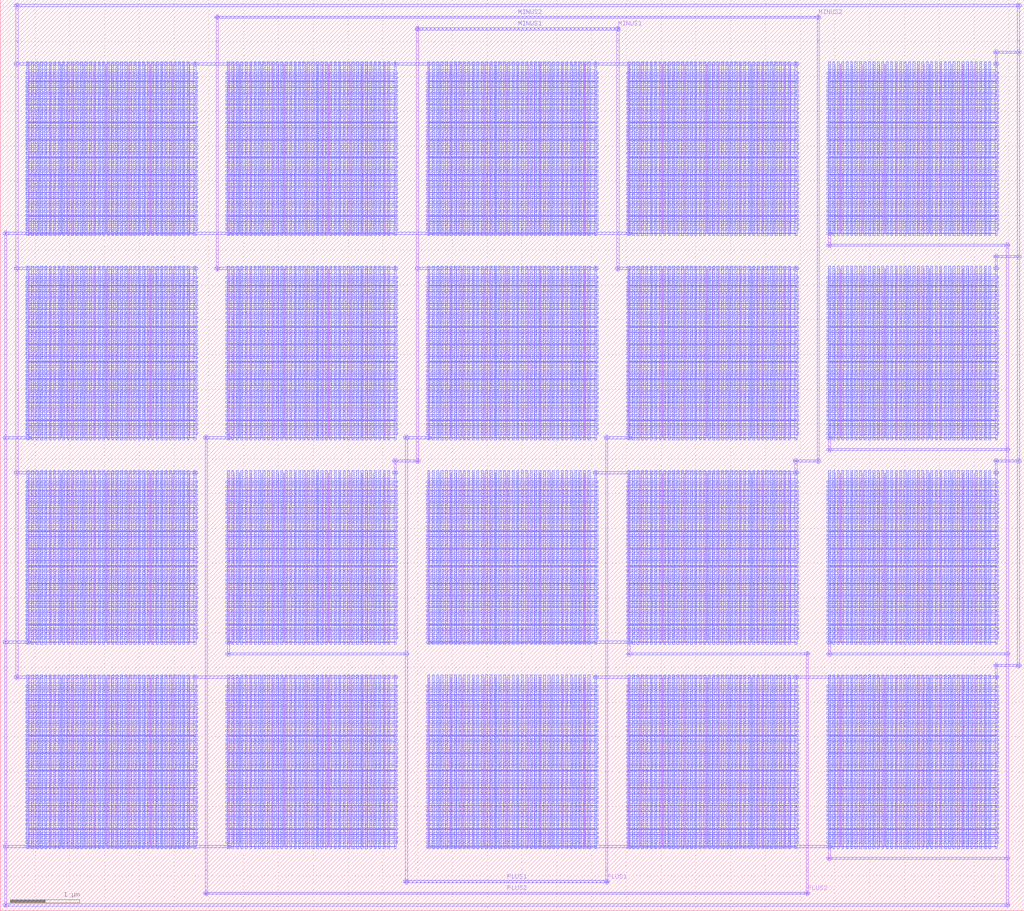
<source format=lef>
MACRO Cap_30fF_Cap_30fF
  ORIGIN 0 0 ;
  FOREIGN Cap_30fF_Cap_30fF 0 0 ;
  SIZE 14.72 BY 13.104 ;
  PIN MINUS1
    DIRECTION INOUT ;
    USE SIGNAL ;
    PORT 
      LAYER M1 ;
        RECT 5.984 12.648 6.016 12.72 ;
      LAYER M2 ;
        RECT 5.964 12.668 6.036 12.7 ;
      LAYER M1 ;
        RECT 8.864 12.648 8.896 12.72 ;
      LAYER M2 ;
        RECT 8.844 12.668 8.916 12.7 ;
      LAYER M2 ;
        RECT 6 12.668 8.88 12.7 ;
    END
  END MINUS1
  PIN PLUS1
    DIRECTION INOUT ;
    USE SIGNAL ;
    PORT 
      LAYER M1 ;
        RECT 5.824 0.384 5.856 0.456 ;
      LAYER M2 ;
        RECT 5.804 0.404 5.876 0.436 ;
      LAYER M1 ;
        RECT 8.704 0.384 8.736 0.456 ;
      LAYER M2 ;
        RECT 8.684 0.404 8.756 0.436 ;
      LAYER M2 ;
        RECT 5.84 0.404 8.72 0.436 ;
    END
  END PLUS1
  PIN MINUS2
    DIRECTION INOUT ;
    USE SIGNAL ;
    PORT 
      LAYER M1 ;
        RECT 3.104 12.816 3.136 12.888 ;
      LAYER M2 ;
        RECT 3.084 12.836 3.156 12.868 ;
      LAYER M1 ;
        RECT 11.744 12.816 11.776 12.888 ;
      LAYER M2 ;
        RECT 11.724 12.836 11.796 12.868 ;
      LAYER M2 ;
        RECT 3.12 12.836 11.76 12.868 ;
    END
  END MINUS2
  PIN PLUS2
    DIRECTION INOUT ;
    USE SIGNAL ;
    PORT 
      LAYER M1 ;
        RECT 2.944 0.216 2.976 0.288 ;
      LAYER M2 ;
        RECT 2.924 0.236 2.996 0.268 ;
      LAYER M1 ;
        RECT 11.584 0.216 11.616 0.288 ;
      LAYER M2 ;
        RECT 11.564 0.236 11.636 0.268 ;
      LAYER M2 ;
        RECT 2.96 0.236 11.6 0.268 ;
    END
  END PLUS2
  OBS 
  LAYER M1 ;
        RECT 6.144 6.768 6.176 6.84 ;
  LAYER M2 ;
        RECT 6.124 6.788 6.196 6.82 ;
  LAYER M2 ;
        RECT 5.84 6.788 6.16 6.82 ;
  LAYER M1 ;
        RECT 5.824 6.768 5.856 6.84 ;
  LAYER M2 ;
        RECT 5.804 6.788 5.876 6.82 ;
  LAYER M1 ;
        RECT 3.264 3.828 3.296 3.9 ;
  LAYER M2 ;
        RECT 3.244 3.848 3.316 3.88 ;
  LAYER M1 ;
        RECT 3.264 3.696 3.296 3.864 ;
  LAYER M1 ;
        RECT 3.264 3.66 3.296 3.732 ;
  LAYER M2 ;
        RECT 3.244 3.68 3.316 3.712 ;
  LAYER M2 ;
        RECT 3.28 3.68 5.84 3.712 ;
  LAYER M1 ;
        RECT 5.824 3.66 5.856 3.732 ;
  LAYER M2 ;
        RECT 5.804 3.68 5.876 3.712 ;
  LAYER M1 ;
        RECT 5.824 0.384 5.856 0.456 ;
  LAYER M2 ;
        RECT 5.804 0.404 5.876 0.436 ;
  LAYER M1 ;
        RECT 5.824 0.42 5.856 0.588 ;
  LAYER M1 ;
        RECT 5.824 0.588 5.856 6.804 ;
  LAYER M1 ;
        RECT 9.024 6.768 9.056 6.84 ;
  LAYER M2 ;
        RECT 9.004 6.788 9.076 6.82 ;
  LAYER M2 ;
        RECT 8.72 6.788 9.04 6.82 ;
  LAYER M1 ;
        RECT 8.704 6.768 8.736 6.84 ;
  LAYER M2 ;
        RECT 8.684 6.788 8.756 6.82 ;
  LAYER M1 ;
        RECT 8.704 0.384 8.736 0.456 ;
  LAYER M2 ;
        RECT 8.684 0.404 8.756 0.436 ;
  LAYER M1 ;
        RECT 8.704 0.42 8.736 0.588 ;
  LAYER M1 ;
        RECT 8.704 0.588 8.736 6.804 ;
  LAYER M2 ;
        RECT 5.84 0.404 8.72 0.436 ;
  LAYER M1 ;
        RECT 3.264 6.768 3.296 6.84 ;
  LAYER M2 ;
        RECT 3.244 6.788 3.316 6.82 ;
  LAYER M2 ;
        RECT 2.96 6.788 3.28 6.82 ;
  LAYER M1 ;
        RECT 2.944 6.768 2.976 6.84 ;
  LAYER M2 ;
        RECT 2.924 6.788 2.996 6.82 ;
  LAYER M1 ;
        RECT 2.944 0.216 2.976 0.288 ;
  LAYER M2 ;
        RECT 2.924 0.236 2.996 0.268 ;
  LAYER M1 ;
        RECT 2.944 0.252 2.976 0.588 ;
  LAYER M1 ;
        RECT 2.944 0.588 2.976 6.804 ;
  LAYER M1 ;
        RECT 9.024 3.828 9.056 3.9 ;
  LAYER M2 ;
        RECT 9.004 3.848 9.076 3.88 ;
  LAYER M1 ;
        RECT 9.024 3.696 9.056 3.864 ;
  LAYER M1 ;
        RECT 9.024 3.66 9.056 3.732 ;
  LAYER M2 ;
        RECT 9.004 3.68 9.076 3.712 ;
  LAYER M2 ;
        RECT 9.04 3.68 11.6 3.712 ;
  LAYER M1 ;
        RECT 11.584 3.66 11.616 3.732 ;
  LAYER M2 ;
        RECT 11.564 3.68 11.636 3.712 ;
  LAYER M1 ;
        RECT 11.584 0.216 11.616 0.288 ;
  LAYER M2 ;
        RECT 11.564 0.236 11.636 0.268 ;
  LAYER M1 ;
        RECT 11.584 0.252 11.616 0.588 ;
  LAYER M1 ;
        RECT 11.584 0.588 11.616 3.696 ;
  LAYER M2 ;
        RECT 2.96 0.236 11.6 0.268 ;
  LAYER M1 ;
        RECT 6.144 3.828 6.176 3.9 ;
  LAYER M2 ;
        RECT 6.124 3.848 6.196 3.88 ;
  LAYER M2 ;
        RECT 6.16 3.848 9.04 3.88 ;
  LAYER M1 ;
        RECT 9.024 3.828 9.056 3.9 ;
  LAYER M2 ;
        RECT 9.004 3.848 9.076 3.88 ;
  LAYER M1 ;
        RECT 0.384 0.888 0.416 0.96 ;
  LAYER M2 ;
        RECT 0.364 0.908 0.436 0.94 ;
  LAYER M2 ;
        RECT 0.08 0.908 0.4 0.94 ;
  LAYER M1 ;
        RECT 0.064 0.888 0.096 0.96 ;
  LAYER M2 ;
        RECT 0.044 0.908 0.116 0.94 ;
  LAYER M1 ;
        RECT 0.384 3.828 0.416 3.9 ;
  LAYER M2 ;
        RECT 0.364 3.848 0.436 3.88 ;
  LAYER M2 ;
        RECT 0.08 3.848 0.4 3.88 ;
  LAYER M1 ;
        RECT 0.064 3.828 0.096 3.9 ;
  LAYER M2 ;
        RECT 0.044 3.848 0.116 3.88 ;
  LAYER M1 ;
        RECT 0.384 6.768 0.416 6.84 ;
  LAYER M2 ;
        RECT 0.364 6.788 0.436 6.82 ;
  LAYER M2 ;
        RECT 0.08 6.788 0.4 6.82 ;
  LAYER M1 ;
        RECT 0.064 6.768 0.096 6.84 ;
  LAYER M2 ;
        RECT 0.044 6.788 0.116 6.82 ;
  LAYER M1 ;
        RECT 0.384 9.708 0.416 9.78 ;
  LAYER M2 ;
        RECT 0.364 9.728 0.436 9.76 ;
  LAYER M2 ;
        RECT 0.08 9.728 0.4 9.76 ;
  LAYER M1 ;
        RECT 0.064 9.708 0.096 9.78 ;
  LAYER M2 ;
        RECT 0.044 9.728 0.116 9.76 ;
  LAYER M1 ;
        RECT 0.064 0.048 0.096 0.12 ;
  LAYER M2 ;
        RECT 0.044 0.068 0.116 0.1 ;
  LAYER M1 ;
        RECT 0.064 0.084 0.096 0.588 ;
  LAYER M1 ;
        RECT 0.064 0.588 0.096 9.744 ;
  LAYER M1 ;
        RECT 11.904 0.888 11.936 0.96 ;
  LAYER M2 ;
        RECT 11.884 0.908 11.956 0.94 ;
  LAYER M1 ;
        RECT 11.904 0.756 11.936 0.924 ;
  LAYER M1 ;
        RECT 11.904 0.72 11.936 0.792 ;
  LAYER M2 ;
        RECT 11.884 0.74 11.956 0.772 ;
  LAYER M2 ;
        RECT 11.92 0.74 14.48 0.772 ;
  LAYER M1 ;
        RECT 14.464 0.72 14.496 0.792 ;
  LAYER M2 ;
        RECT 14.444 0.74 14.516 0.772 ;
  LAYER M1 ;
        RECT 11.904 3.828 11.936 3.9 ;
  LAYER M2 ;
        RECT 11.884 3.848 11.956 3.88 ;
  LAYER M1 ;
        RECT 11.904 3.696 11.936 3.864 ;
  LAYER M1 ;
        RECT 11.904 3.66 11.936 3.732 ;
  LAYER M2 ;
        RECT 11.884 3.68 11.956 3.712 ;
  LAYER M2 ;
        RECT 11.92 3.68 14.48 3.712 ;
  LAYER M1 ;
        RECT 14.464 3.66 14.496 3.732 ;
  LAYER M2 ;
        RECT 14.444 3.68 14.516 3.712 ;
  LAYER M1 ;
        RECT 11.904 6.768 11.936 6.84 ;
  LAYER M2 ;
        RECT 11.884 6.788 11.956 6.82 ;
  LAYER M1 ;
        RECT 11.904 6.636 11.936 6.804 ;
  LAYER M1 ;
        RECT 11.904 6.6 11.936 6.672 ;
  LAYER M2 ;
        RECT 11.884 6.62 11.956 6.652 ;
  LAYER M2 ;
        RECT 11.92 6.62 14.48 6.652 ;
  LAYER M1 ;
        RECT 14.464 6.6 14.496 6.672 ;
  LAYER M2 ;
        RECT 14.444 6.62 14.516 6.652 ;
  LAYER M1 ;
        RECT 11.904 9.708 11.936 9.78 ;
  LAYER M2 ;
        RECT 11.884 9.728 11.956 9.76 ;
  LAYER M1 ;
        RECT 11.904 9.576 11.936 9.744 ;
  LAYER M1 ;
        RECT 11.904 9.54 11.936 9.612 ;
  LAYER M2 ;
        RECT 11.884 9.56 11.956 9.592 ;
  LAYER M2 ;
        RECT 11.92 9.56 14.48 9.592 ;
  LAYER M1 ;
        RECT 14.464 9.54 14.496 9.612 ;
  LAYER M2 ;
        RECT 14.444 9.56 14.516 9.592 ;
  LAYER M1 ;
        RECT 14.464 0.048 14.496 0.12 ;
  LAYER M2 ;
        RECT 14.444 0.068 14.516 0.1 ;
  LAYER M1 ;
        RECT 14.464 0.084 14.496 0.588 ;
  LAYER M1 ;
        RECT 14.464 0.588 14.496 9.576 ;
  LAYER M2 ;
        RECT 0.08 0.068 14.48 0.1 ;
  LAYER M1 ;
        RECT 3.264 0.888 3.296 0.96 ;
  LAYER M2 ;
        RECT 3.244 0.908 3.316 0.94 ;
  LAYER M2 ;
        RECT 0.4 0.908 3.28 0.94 ;
  LAYER M1 ;
        RECT 0.384 0.888 0.416 0.96 ;
  LAYER M2 ;
        RECT 0.364 0.908 0.436 0.94 ;
  LAYER M1 ;
        RECT 3.264 9.708 3.296 9.78 ;
  LAYER M2 ;
        RECT 3.244 9.728 3.316 9.76 ;
  LAYER M2 ;
        RECT 0.4 9.728 3.28 9.76 ;
  LAYER M1 ;
        RECT 0.384 9.708 0.416 9.78 ;
  LAYER M2 ;
        RECT 0.364 9.728 0.436 9.76 ;
  LAYER M1 ;
        RECT 6.144 9.708 6.176 9.78 ;
  LAYER M2 ;
        RECT 6.124 9.728 6.196 9.76 ;
  LAYER M2 ;
        RECT 3.28 9.728 6.16 9.76 ;
  LAYER M1 ;
        RECT 3.264 9.708 3.296 9.78 ;
  LAYER M2 ;
        RECT 3.244 9.728 3.316 9.76 ;
  LAYER M1 ;
        RECT 9.024 9.708 9.056 9.78 ;
  LAYER M2 ;
        RECT 9.004 9.728 9.076 9.76 ;
  LAYER M2 ;
        RECT 6.16 9.728 9.04 9.76 ;
  LAYER M1 ;
        RECT 6.144 9.708 6.176 9.78 ;
  LAYER M2 ;
        RECT 6.124 9.728 6.196 9.76 ;
  LAYER M1 ;
        RECT 9.024 0.888 9.056 0.96 ;
  LAYER M2 ;
        RECT 9.004 0.908 9.076 0.94 ;
  LAYER M2 ;
        RECT 9.04 0.908 11.92 0.94 ;
  LAYER M1 ;
        RECT 11.904 0.888 11.936 0.96 ;
  LAYER M2 ;
        RECT 11.884 0.908 11.956 0.94 ;
  LAYER M1 ;
        RECT 6.144 0.888 6.176 0.96 ;
  LAYER M2 ;
        RECT 6.124 0.908 6.196 0.94 ;
  LAYER M2 ;
        RECT 6.16 0.908 9.04 0.94 ;
  LAYER M1 ;
        RECT 9.024 0.888 9.056 0.96 ;
  LAYER M2 ;
        RECT 9.004 0.908 9.076 0.94 ;
  LAYER M1 ;
        RECT 8.544 9.204 8.576 9.276 ;
  LAYER M2 ;
        RECT 8.524 9.224 8.596 9.256 ;
  LAYER M2 ;
        RECT 6 9.224 8.56 9.256 ;
  LAYER M1 ;
        RECT 5.984 9.204 6.016 9.276 ;
  LAYER M2 ;
        RECT 5.964 9.224 6.036 9.256 ;
  LAYER M1 ;
        RECT 5.664 6.264 5.696 6.336 ;
  LAYER M2 ;
        RECT 5.644 6.284 5.716 6.316 ;
  LAYER M1 ;
        RECT 5.664 6.3 5.696 6.468 ;
  LAYER M1 ;
        RECT 5.664 6.432 5.696 6.504 ;
  LAYER M2 ;
        RECT 5.644 6.452 5.716 6.484 ;
  LAYER M2 ;
        RECT 5.68 6.452 6 6.484 ;
  LAYER M1 ;
        RECT 5.984 6.432 6.016 6.504 ;
  LAYER M2 ;
        RECT 5.964 6.452 6.036 6.484 ;
  LAYER M1 ;
        RECT 5.984 12.648 6.016 12.72 ;
  LAYER M2 ;
        RECT 5.964 12.668 6.036 12.7 ;
  LAYER M1 ;
        RECT 5.984 12.516 6.016 12.684 ;
  LAYER M1 ;
        RECT 5.984 6.468 6.016 12.516 ;
  LAYER M1 ;
        RECT 11.424 9.204 11.456 9.276 ;
  LAYER M2 ;
        RECT 11.404 9.224 11.476 9.256 ;
  LAYER M2 ;
        RECT 8.88 9.224 11.44 9.256 ;
  LAYER M1 ;
        RECT 8.864 9.204 8.896 9.276 ;
  LAYER M2 ;
        RECT 8.844 9.224 8.916 9.256 ;
  LAYER M1 ;
        RECT 8.864 12.648 8.896 12.72 ;
  LAYER M2 ;
        RECT 8.844 12.668 8.916 12.7 ;
  LAYER M1 ;
        RECT 8.864 12.516 8.896 12.684 ;
  LAYER M1 ;
        RECT 8.864 9.24 8.896 12.516 ;
  LAYER M2 ;
        RECT 6 12.668 8.88 12.7 ;
  LAYER M1 ;
        RECT 5.664 9.204 5.696 9.276 ;
  LAYER M2 ;
        RECT 5.644 9.224 5.716 9.256 ;
  LAYER M2 ;
        RECT 3.12 9.224 5.68 9.256 ;
  LAYER M1 ;
        RECT 3.104 9.204 3.136 9.276 ;
  LAYER M2 ;
        RECT 3.084 9.224 3.156 9.256 ;
  LAYER M1 ;
        RECT 3.104 12.816 3.136 12.888 ;
  LAYER M2 ;
        RECT 3.084 12.836 3.156 12.868 ;
  LAYER M1 ;
        RECT 3.104 12.516 3.136 12.852 ;
  LAYER M1 ;
        RECT 3.104 9.24 3.136 12.516 ;
  LAYER M1 ;
        RECT 11.424 6.264 11.456 6.336 ;
  LAYER M2 ;
        RECT 11.404 6.284 11.476 6.316 ;
  LAYER M1 ;
        RECT 11.424 6.3 11.456 6.468 ;
  LAYER M1 ;
        RECT 11.424 6.432 11.456 6.504 ;
  LAYER M2 ;
        RECT 11.404 6.452 11.476 6.484 ;
  LAYER M2 ;
        RECT 11.44 6.452 11.76 6.484 ;
  LAYER M1 ;
        RECT 11.744 6.432 11.776 6.504 ;
  LAYER M2 ;
        RECT 11.724 6.452 11.796 6.484 ;
  LAYER M1 ;
        RECT 11.744 12.816 11.776 12.888 ;
  LAYER M2 ;
        RECT 11.724 12.836 11.796 12.868 ;
  LAYER M1 ;
        RECT 11.744 12.516 11.776 12.852 ;
  LAYER M1 ;
        RECT 11.744 6.468 11.776 12.516 ;
  LAYER M2 ;
        RECT 3.12 12.836 11.76 12.868 ;
  LAYER M1 ;
        RECT 8.544 6.264 8.576 6.336 ;
  LAYER M2 ;
        RECT 8.524 6.284 8.596 6.316 ;
  LAYER M2 ;
        RECT 8.56 6.284 11.44 6.316 ;
  LAYER M1 ;
        RECT 11.424 6.264 11.456 6.336 ;
  LAYER M2 ;
        RECT 11.404 6.284 11.476 6.316 ;
  LAYER M1 ;
        RECT 2.784 3.324 2.816 3.396 ;
  LAYER M2 ;
        RECT 2.764 3.344 2.836 3.376 ;
  LAYER M2 ;
        RECT 0.24 3.344 2.8 3.376 ;
  LAYER M1 ;
        RECT 0.224 3.324 0.256 3.396 ;
  LAYER M2 ;
        RECT 0.204 3.344 0.276 3.376 ;
  LAYER M1 ;
        RECT 2.784 6.264 2.816 6.336 ;
  LAYER M2 ;
        RECT 2.764 6.284 2.836 6.316 ;
  LAYER M2 ;
        RECT 0.24 6.284 2.8 6.316 ;
  LAYER M1 ;
        RECT 0.224 6.264 0.256 6.336 ;
  LAYER M2 ;
        RECT 0.204 6.284 0.276 6.316 ;
  LAYER M1 ;
        RECT 2.784 9.204 2.816 9.276 ;
  LAYER M2 ;
        RECT 2.764 9.224 2.836 9.256 ;
  LAYER M2 ;
        RECT 0.24 9.224 2.8 9.256 ;
  LAYER M1 ;
        RECT 0.224 9.204 0.256 9.276 ;
  LAYER M2 ;
        RECT 0.204 9.224 0.276 9.256 ;
  LAYER M1 ;
        RECT 2.784 12.144 2.816 12.216 ;
  LAYER M2 ;
        RECT 2.764 12.164 2.836 12.196 ;
  LAYER M2 ;
        RECT 0.24 12.164 2.8 12.196 ;
  LAYER M1 ;
        RECT 0.224 12.144 0.256 12.216 ;
  LAYER M2 ;
        RECT 0.204 12.164 0.276 12.196 ;
  LAYER M1 ;
        RECT 0.224 12.984 0.256 13.056 ;
  LAYER M2 ;
        RECT 0.204 13.004 0.276 13.036 ;
  LAYER M1 ;
        RECT 0.224 12.516 0.256 13.02 ;
  LAYER M1 ;
        RECT 0.224 3.36 0.256 12.516 ;
  LAYER M1 ;
        RECT 14.304 3.324 14.336 3.396 ;
  LAYER M2 ;
        RECT 14.284 3.344 14.356 3.376 ;
  LAYER M1 ;
        RECT 14.304 3.36 14.336 3.528 ;
  LAYER M1 ;
        RECT 14.304 3.492 14.336 3.564 ;
  LAYER M2 ;
        RECT 14.284 3.512 14.356 3.544 ;
  LAYER M2 ;
        RECT 14.32 3.512 14.64 3.544 ;
  LAYER M1 ;
        RECT 14.624 3.492 14.656 3.564 ;
  LAYER M2 ;
        RECT 14.604 3.512 14.676 3.544 ;
  LAYER M1 ;
        RECT 14.304 6.264 14.336 6.336 ;
  LAYER M2 ;
        RECT 14.284 6.284 14.356 6.316 ;
  LAYER M1 ;
        RECT 14.304 6.3 14.336 6.468 ;
  LAYER M1 ;
        RECT 14.304 6.432 14.336 6.504 ;
  LAYER M2 ;
        RECT 14.284 6.452 14.356 6.484 ;
  LAYER M2 ;
        RECT 14.32 6.452 14.64 6.484 ;
  LAYER M1 ;
        RECT 14.624 6.432 14.656 6.504 ;
  LAYER M2 ;
        RECT 14.604 6.452 14.676 6.484 ;
  LAYER M1 ;
        RECT 14.304 9.204 14.336 9.276 ;
  LAYER M2 ;
        RECT 14.284 9.224 14.356 9.256 ;
  LAYER M1 ;
        RECT 14.304 9.24 14.336 9.408 ;
  LAYER M1 ;
        RECT 14.304 9.372 14.336 9.444 ;
  LAYER M2 ;
        RECT 14.284 9.392 14.356 9.424 ;
  LAYER M2 ;
        RECT 14.32 9.392 14.64 9.424 ;
  LAYER M1 ;
        RECT 14.624 9.372 14.656 9.444 ;
  LAYER M2 ;
        RECT 14.604 9.392 14.676 9.424 ;
  LAYER M1 ;
        RECT 14.304 12.144 14.336 12.216 ;
  LAYER M2 ;
        RECT 14.284 12.164 14.356 12.196 ;
  LAYER M1 ;
        RECT 14.304 12.18 14.336 12.348 ;
  LAYER M1 ;
        RECT 14.304 12.312 14.336 12.384 ;
  LAYER M2 ;
        RECT 14.284 12.332 14.356 12.364 ;
  LAYER M2 ;
        RECT 14.32 12.332 14.64 12.364 ;
  LAYER M1 ;
        RECT 14.624 12.312 14.656 12.384 ;
  LAYER M2 ;
        RECT 14.604 12.332 14.676 12.364 ;
  LAYER M1 ;
        RECT 14.624 12.984 14.656 13.056 ;
  LAYER M2 ;
        RECT 14.604 13.004 14.676 13.036 ;
  LAYER M1 ;
        RECT 14.624 12.516 14.656 13.02 ;
  LAYER M1 ;
        RECT 14.624 3.528 14.656 12.516 ;
  LAYER M2 ;
        RECT 0.24 13.004 14.64 13.036 ;
  LAYER M1 ;
        RECT 5.664 3.324 5.696 3.396 ;
  LAYER M2 ;
        RECT 5.644 3.344 5.716 3.376 ;
  LAYER M2 ;
        RECT 2.8 3.344 5.68 3.376 ;
  LAYER M1 ;
        RECT 2.784 3.324 2.816 3.396 ;
  LAYER M2 ;
        RECT 2.764 3.344 2.836 3.376 ;
  LAYER M1 ;
        RECT 5.664 12.144 5.696 12.216 ;
  LAYER M2 ;
        RECT 5.644 12.164 5.716 12.196 ;
  LAYER M2 ;
        RECT 2.8 12.164 5.68 12.196 ;
  LAYER M1 ;
        RECT 2.784 12.144 2.816 12.216 ;
  LAYER M2 ;
        RECT 2.764 12.164 2.836 12.196 ;
  LAYER M1 ;
        RECT 8.544 12.144 8.576 12.216 ;
  LAYER M2 ;
        RECT 8.524 12.164 8.596 12.196 ;
  LAYER M2 ;
        RECT 5.68 12.164 8.56 12.196 ;
  LAYER M1 ;
        RECT 5.664 12.144 5.696 12.216 ;
  LAYER M2 ;
        RECT 5.644 12.164 5.716 12.196 ;
  LAYER M1 ;
        RECT 11.424 12.144 11.456 12.216 ;
  LAYER M2 ;
        RECT 11.404 12.164 11.476 12.196 ;
  LAYER M2 ;
        RECT 8.56 12.164 11.44 12.196 ;
  LAYER M1 ;
        RECT 8.544 12.144 8.576 12.216 ;
  LAYER M2 ;
        RECT 8.524 12.164 8.596 12.196 ;
  LAYER M1 ;
        RECT 11.424 3.324 11.456 3.396 ;
  LAYER M2 ;
        RECT 11.404 3.344 11.476 3.376 ;
  LAYER M2 ;
        RECT 11.44 3.344 14.32 3.376 ;
  LAYER M1 ;
        RECT 14.304 3.324 14.336 3.396 ;
  LAYER M2 ;
        RECT 14.284 3.344 14.356 3.376 ;
  LAYER M1 ;
        RECT 8.544 3.324 8.576 3.396 ;
  LAYER M2 ;
        RECT 8.524 3.344 8.596 3.376 ;
  LAYER M2 ;
        RECT 8.56 3.344 11.44 3.376 ;
  LAYER M1 ;
        RECT 11.424 3.324 11.456 3.396 ;
  LAYER M2 ;
        RECT 11.404 3.344 11.476 3.376 ;
  LAYER M1 ;
        RECT 0.384 0.888 0.416 3.396 ;
  LAYER M1 ;
        RECT 0.448 0.888 0.48 3.396 ;
  LAYER M1 ;
        RECT 0.512 0.888 0.544 3.396 ;
  LAYER M1 ;
        RECT 0.576 0.888 0.608 3.396 ;
  LAYER M1 ;
        RECT 0.64 0.888 0.672 3.396 ;
  LAYER M1 ;
        RECT 0.704 0.888 0.736 3.396 ;
  LAYER M1 ;
        RECT 0.768 0.888 0.8 3.396 ;
  LAYER M1 ;
        RECT 0.832 0.888 0.864 3.396 ;
  LAYER M1 ;
        RECT 0.896 0.888 0.928 3.396 ;
  LAYER M1 ;
        RECT 0.96 0.888 0.992 3.396 ;
  LAYER M1 ;
        RECT 1.024 0.888 1.056 3.396 ;
  LAYER M1 ;
        RECT 1.088 0.888 1.12 3.396 ;
  LAYER M1 ;
        RECT 1.152 0.888 1.184 3.396 ;
  LAYER M1 ;
        RECT 1.216 0.888 1.248 3.396 ;
  LAYER M1 ;
        RECT 1.28 0.888 1.312 3.396 ;
  LAYER M1 ;
        RECT 1.344 0.888 1.376 3.396 ;
  LAYER M1 ;
        RECT 1.408 0.888 1.44 3.396 ;
  LAYER M1 ;
        RECT 1.472 0.888 1.504 3.396 ;
  LAYER M1 ;
        RECT 1.536 0.888 1.568 3.396 ;
  LAYER M1 ;
        RECT 1.6 0.888 1.632 3.396 ;
  LAYER M1 ;
        RECT 1.664 0.888 1.696 3.396 ;
  LAYER M1 ;
        RECT 1.728 0.888 1.76 3.396 ;
  LAYER M1 ;
        RECT 1.792 0.888 1.824 3.396 ;
  LAYER M1 ;
        RECT 1.856 0.888 1.888 3.396 ;
  LAYER M1 ;
        RECT 1.92 0.888 1.952 3.396 ;
  LAYER M1 ;
        RECT 1.984 0.888 2.016 3.396 ;
  LAYER M1 ;
        RECT 2.048 0.888 2.08 3.396 ;
  LAYER M1 ;
        RECT 2.112 0.888 2.144 3.396 ;
  LAYER M1 ;
        RECT 2.176 0.888 2.208 3.396 ;
  LAYER M1 ;
        RECT 2.24 0.888 2.272 3.396 ;
  LAYER M1 ;
        RECT 2.304 0.888 2.336 3.396 ;
  LAYER M1 ;
        RECT 2.368 0.888 2.4 3.396 ;
  LAYER M1 ;
        RECT 2.432 0.888 2.464 3.396 ;
  LAYER M1 ;
        RECT 2.496 0.888 2.528 3.396 ;
  LAYER M1 ;
        RECT 2.56 0.888 2.592 3.396 ;
  LAYER M1 ;
        RECT 2.624 0.888 2.656 3.396 ;
  LAYER M1 ;
        RECT 2.688 0.888 2.72 3.396 ;
  LAYER M2 ;
        RECT 0.364 0.972 2.836 1.004 ;
  LAYER M2 ;
        RECT 0.364 1.036 2.836 1.068 ;
  LAYER M2 ;
        RECT 0.364 1.1 2.836 1.132 ;
  LAYER M2 ;
        RECT 0.364 1.164 2.836 1.196 ;
  LAYER M2 ;
        RECT 0.364 1.228 2.836 1.26 ;
  LAYER M2 ;
        RECT 0.364 1.292 2.836 1.324 ;
  LAYER M2 ;
        RECT 0.364 1.356 2.836 1.388 ;
  LAYER M2 ;
        RECT 0.364 1.42 2.836 1.452 ;
  LAYER M2 ;
        RECT 0.364 1.484 2.836 1.516 ;
  LAYER M2 ;
        RECT 0.364 1.548 2.836 1.58 ;
  LAYER M2 ;
        RECT 0.364 1.612 2.836 1.644 ;
  LAYER M2 ;
        RECT 0.364 1.676 2.836 1.708 ;
  LAYER M2 ;
        RECT 0.364 1.74 2.836 1.772 ;
  LAYER M2 ;
        RECT 0.364 1.804 2.836 1.836 ;
  LAYER M2 ;
        RECT 0.364 1.868 2.836 1.9 ;
  LAYER M2 ;
        RECT 0.364 1.932 2.836 1.964 ;
  LAYER M2 ;
        RECT 0.364 1.996 2.836 2.028 ;
  LAYER M2 ;
        RECT 0.364 2.06 2.836 2.092 ;
  LAYER M2 ;
        RECT 0.364 2.124 2.836 2.156 ;
  LAYER M2 ;
        RECT 0.364 2.188 2.836 2.22 ;
  LAYER M2 ;
        RECT 0.364 2.252 2.836 2.284 ;
  LAYER M2 ;
        RECT 0.364 2.316 2.836 2.348 ;
  LAYER M2 ;
        RECT 0.364 2.38 2.836 2.412 ;
  LAYER M2 ;
        RECT 0.364 2.444 2.836 2.476 ;
  LAYER M2 ;
        RECT 0.364 2.508 2.836 2.54 ;
  LAYER M2 ;
        RECT 0.364 2.572 2.836 2.604 ;
  LAYER M2 ;
        RECT 0.364 2.636 2.836 2.668 ;
  LAYER M2 ;
        RECT 0.364 2.7 2.836 2.732 ;
  LAYER M2 ;
        RECT 0.364 2.764 2.836 2.796 ;
  LAYER M2 ;
        RECT 0.364 2.828 2.836 2.86 ;
  LAYER M2 ;
        RECT 0.364 2.892 2.836 2.924 ;
  LAYER M2 ;
        RECT 0.364 2.956 2.836 2.988 ;
  LAYER M2 ;
        RECT 0.364 3.02 2.836 3.052 ;
  LAYER M2 ;
        RECT 0.364 3.084 2.836 3.116 ;
  LAYER M2 ;
        RECT 0.364 3.148 2.836 3.18 ;
  LAYER M2 ;
        RECT 0.364 3.212 2.836 3.244 ;
  LAYER M3 ;
        RECT 0.384 0.888 0.416 3.396 ;
  LAYER M3 ;
        RECT 0.448 0.888 0.48 3.396 ;
  LAYER M3 ;
        RECT 0.512 0.888 0.544 3.396 ;
  LAYER M3 ;
        RECT 0.576 0.888 0.608 3.396 ;
  LAYER M3 ;
        RECT 0.64 0.888 0.672 3.396 ;
  LAYER M3 ;
        RECT 0.704 0.888 0.736 3.396 ;
  LAYER M3 ;
        RECT 0.768 0.888 0.8 3.396 ;
  LAYER M3 ;
        RECT 0.832 0.888 0.864 3.396 ;
  LAYER M3 ;
        RECT 0.896 0.888 0.928 3.396 ;
  LAYER M3 ;
        RECT 0.96 0.888 0.992 3.396 ;
  LAYER M3 ;
        RECT 1.024 0.888 1.056 3.396 ;
  LAYER M3 ;
        RECT 1.088 0.888 1.12 3.396 ;
  LAYER M3 ;
        RECT 1.152 0.888 1.184 3.396 ;
  LAYER M3 ;
        RECT 1.216 0.888 1.248 3.396 ;
  LAYER M3 ;
        RECT 1.28 0.888 1.312 3.396 ;
  LAYER M3 ;
        RECT 1.344 0.888 1.376 3.396 ;
  LAYER M3 ;
        RECT 1.408 0.888 1.44 3.396 ;
  LAYER M3 ;
        RECT 1.472 0.888 1.504 3.396 ;
  LAYER M3 ;
        RECT 1.536 0.888 1.568 3.396 ;
  LAYER M3 ;
        RECT 1.6 0.888 1.632 3.396 ;
  LAYER M3 ;
        RECT 1.664 0.888 1.696 3.396 ;
  LAYER M3 ;
        RECT 1.728 0.888 1.76 3.396 ;
  LAYER M3 ;
        RECT 1.792 0.888 1.824 3.396 ;
  LAYER M3 ;
        RECT 1.856 0.888 1.888 3.396 ;
  LAYER M3 ;
        RECT 1.92 0.888 1.952 3.396 ;
  LAYER M3 ;
        RECT 1.984 0.888 2.016 3.396 ;
  LAYER M3 ;
        RECT 2.048 0.888 2.08 3.396 ;
  LAYER M3 ;
        RECT 2.112 0.888 2.144 3.396 ;
  LAYER M3 ;
        RECT 2.176 0.888 2.208 3.396 ;
  LAYER M3 ;
        RECT 2.24 0.888 2.272 3.396 ;
  LAYER M3 ;
        RECT 2.304 0.888 2.336 3.396 ;
  LAYER M3 ;
        RECT 2.368 0.888 2.4 3.396 ;
  LAYER M3 ;
        RECT 2.432 0.888 2.464 3.396 ;
  LAYER M3 ;
        RECT 2.496 0.888 2.528 3.396 ;
  LAYER M3 ;
        RECT 2.56 0.888 2.592 3.396 ;
  LAYER M3 ;
        RECT 2.624 0.888 2.656 3.396 ;
  LAYER M3 ;
        RECT 2.688 0.888 2.72 3.396 ;
  LAYER M3 ;
        RECT 2.784 0.888 2.816 3.396 ;
  LAYER M1 ;
        RECT 0.399 0.924 0.401 3.36 ;
  LAYER M1 ;
        RECT 0.479 0.924 0.481 3.36 ;
  LAYER M1 ;
        RECT 0.559 0.924 0.561 3.36 ;
  LAYER M1 ;
        RECT 0.639 0.924 0.641 3.36 ;
  LAYER M1 ;
        RECT 0.719 0.924 0.721 3.36 ;
  LAYER M1 ;
        RECT 0.799 0.924 0.801 3.36 ;
  LAYER M1 ;
        RECT 0.879 0.924 0.881 3.36 ;
  LAYER M1 ;
        RECT 0.959 0.924 0.961 3.36 ;
  LAYER M1 ;
        RECT 1.039 0.924 1.041 3.36 ;
  LAYER M1 ;
        RECT 1.119 0.924 1.121 3.36 ;
  LAYER M1 ;
        RECT 1.199 0.924 1.201 3.36 ;
  LAYER M1 ;
        RECT 1.279 0.924 1.281 3.36 ;
  LAYER M1 ;
        RECT 1.359 0.924 1.361 3.36 ;
  LAYER M1 ;
        RECT 1.439 0.924 1.441 3.36 ;
  LAYER M1 ;
        RECT 1.519 0.924 1.521 3.36 ;
  LAYER M1 ;
        RECT 1.599 0.924 1.601 3.36 ;
  LAYER M1 ;
        RECT 1.679 0.924 1.681 3.36 ;
  LAYER M1 ;
        RECT 1.759 0.924 1.761 3.36 ;
  LAYER M1 ;
        RECT 1.839 0.924 1.841 3.36 ;
  LAYER M1 ;
        RECT 1.919 0.924 1.921 3.36 ;
  LAYER M1 ;
        RECT 1.999 0.924 2.001 3.36 ;
  LAYER M1 ;
        RECT 2.079 0.924 2.081 3.36 ;
  LAYER M1 ;
        RECT 2.159 0.924 2.161 3.36 ;
  LAYER M1 ;
        RECT 2.239 0.924 2.241 3.36 ;
  LAYER M1 ;
        RECT 2.319 0.924 2.321 3.36 ;
  LAYER M1 ;
        RECT 2.399 0.924 2.401 3.36 ;
  LAYER M1 ;
        RECT 2.479 0.924 2.481 3.36 ;
  LAYER M1 ;
        RECT 2.559 0.924 2.561 3.36 ;
  LAYER M1 ;
        RECT 2.639 0.924 2.641 3.36 ;
  LAYER M1 ;
        RECT 2.719 0.924 2.721 3.36 ;
  LAYER M2 ;
        RECT 0.4 0.923 2.8 0.925 ;
  LAYER M2 ;
        RECT 0.4 1.007 2.8 1.009 ;
  LAYER M2 ;
        RECT 0.4 1.091 2.8 1.093 ;
  LAYER M2 ;
        RECT 0.4 1.175 2.8 1.177 ;
  LAYER M2 ;
        RECT 0.4 1.259 2.8 1.261 ;
  LAYER M2 ;
        RECT 0.4 1.343 2.8 1.345 ;
  LAYER M2 ;
        RECT 0.4 1.427 2.8 1.429 ;
  LAYER M2 ;
        RECT 0.4 1.511 2.8 1.513 ;
  LAYER M2 ;
        RECT 0.4 1.595 2.8 1.597 ;
  LAYER M2 ;
        RECT 0.4 1.679 2.8 1.681 ;
  LAYER M2 ;
        RECT 0.4 1.763 2.8 1.765 ;
  LAYER M2 ;
        RECT 0.4 1.847 2.8 1.849 ;
  LAYER M2 ;
        RECT 0.4 1.9305 2.8 1.9325 ;
  LAYER M2 ;
        RECT 0.4 2.015 2.8 2.017 ;
  LAYER M2 ;
        RECT 0.4 2.099 2.8 2.101 ;
  LAYER M2 ;
        RECT 0.4 2.183 2.8 2.185 ;
  LAYER M2 ;
        RECT 0.4 2.267 2.8 2.269 ;
  LAYER M2 ;
        RECT 0.4 2.351 2.8 2.353 ;
  LAYER M2 ;
        RECT 0.4 2.435 2.8 2.437 ;
  LAYER M2 ;
        RECT 0.4 2.519 2.8 2.521 ;
  LAYER M2 ;
        RECT 0.4 2.603 2.8 2.605 ;
  LAYER M2 ;
        RECT 0.4 2.687 2.8 2.689 ;
  LAYER M2 ;
        RECT 0.4 2.771 2.8 2.773 ;
  LAYER M2 ;
        RECT 0.4 2.855 2.8 2.857 ;
  LAYER M2 ;
        RECT 0.4 2.939 2.8 2.941 ;
  LAYER M2 ;
        RECT 0.4 3.023 2.8 3.025 ;
  LAYER M2 ;
        RECT 0.4 3.107 2.8 3.109 ;
  LAYER M2 ;
        RECT 0.4 3.191 2.8 3.193 ;
  LAYER M2 ;
        RECT 0.4 3.275 2.8 3.277 ;
  LAYER M1 ;
        RECT 0.384 3.828 0.416 6.336 ;
  LAYER M1 ;
        RECT 0.448 3.828 0.48 6.336 ;
  LAYER M1 ;
        RECT 0.512 3.828 0.544 6.336 ;
  LAYER M1 ;
        RECT 0.576 3.828 0.608 6.336 ;
  LAYER M1 ;
        RECT 0.64 3.828 0.672 6.336 ;
  LAYER M1 ;
        RECT 0.704 3.828 0.736 6.336 ;
  LAYER M1 ;
        RECT 0.768 3.828 0.8 6.336 ;
  LAYER M1 ;
        RECT 0.832 3.828 0.864 6.336 ;
  LAYER M1 ;
        RECT 0.896 3.828 0.928 6.336 ;
  LAYER M1 ;
        RECT 0.96 3.828 0.992 6.336 ;
  LAYER M1 ;
        RECT 1.024 3.828 1.056 6.336 ;
  LAYER M1 ;
        RECT 1.088 3.828 1.12 6.336 ;
  LAYER M1 ;
        RECT 1.152 3.828 1.184 6.336 ;
  LAYER M1 ;
        RECT 1.216 3.828 1.248 6.336 ;
  LAYER M1 ;
        RECT 1.28 3.828 1.312 6.336 ;
  LAYER M1 ;
        RECT 1.344 3.828 1.376 6.336 ;
  LAYER M1 ;
        RECT 1.408 3.828 1.44 6.336 ;
  LAYER M1 ;
        RECT 1.472 3.828 1.504 6.336 ;
  LAYER M1 ;
        RECT 1.536 3.828 1.568 6.336 ;
  LAYER M1 ;
        RECT 1.6 3.828 1.632 6.336 ;
  LAYER M1 ;
        RECT 1.664 3.828 1.696 6.336 ;
  LAYER M1 ;
        RECT 1.728 3.828 1.76 6.336 ;
  LAYER M1 ;
        RECT 1.792 3.828 1.824 6.336 ;
  LAYER M1 ;
        RECT 1.856 3.828 1.888 6.336 ;
  LAYER M1 ;
        RECT 1.92 3.828 1.952 6.336 ;
  LAYER M1 ;
        RECT 1.984 3.828 2.016 6.336 ;
  LAYER M1 ;
        RECT 2.048 3.828 2.08 6.336 ;
  LAYER M1 ;
        RECT 2.112 3.828 2.144 6.336 ;
  LAYER M1 ;
        RECT 2.176 3.828 2.208 6.336 ;
  LAYER M1 ;
        RECT 2.24 3.828 2.272 6.336 ;
  LAYER M1 ;
        RECT 2.304 3.828 2.336 6.336 ;
  LAYER M1 ;
        RECT 2.368 3.828 2.4 6.336 ;
  LAYER M1 ;
        RECT 2.432 3.828 2.464 6.336 ;
  LAYER M1 ;
        RECT 2.496 3.828 2.528 6.336 ;
  LAYER M1 ;
        RECT 2.56 3.828 2.592 6.336 ;
  LAYER M1 ;
        RECT 2.624 3.828 2.656 6.336 ;
  LAYER M1 ;
        RECT 2.688 3.828 2.72 6.336 ;
  LAYER M2 ;
        RECT 0.364 3.912 2.836 3.944 ;
  LAYER M2 ;
        RECT 0.364 3.976 2.836 4.008 ;
  LAYER M2 ;
        RECT 0.364 4.04 2.836 4.072 ;
  LAYER M2 ;
        RECT 0.364 4.104 2.836 4.136 ;
  LAYER M2 ;
        RECT 0.364 4.168 2.836 4.2 ;
  LAYER M2 ;
        RECT 0.364 4.232 2.836 4.264 ;
  LAYER M2 ;
        RECT 0.364 4.296 2.836 4.328 ;
  LAYER M2 ;
        RECT 0.364 4.36 2.836 4.392 ;
  LAYER M2 ;
        RECT 0.364 4.424 2.836 4.456 ;
  LAYER M2 ;
        RECT 0.364 4.488 2.836 4.52 ;
  LAYER M2 ;
        RECT 0.364 4.552 2.836 4.584 ;
  LAYER M2 ;
        RECT 0.364 4.616 2.836 4.648 ;
  LAYER M2 ;
        RECT 0.364 4.68 2.836 4.712 ;
  LAYER M2 ;
        RECT 0.364 4.744 2.836 4.776 ;
  LAYER M2 ;
        RECT 0.364 4.808 2.836 4.84 ;
  LAYER M2 ;
        RECT 0.364 4.872 2.836 4.904 ;
  LAYER M2 ;
        RECT 0.364 4.936 2.836 4.968 ;
  LAYER M2 ;
        RECT 0.364 5 2.836 5.032 ;
  LAYER M2 ;
        RECT 0.364 5.064 2.836 5.096 ;
  LAYER M2 ;
        RECT 0.364 5.128 2.836 5.16 ;
  LAYER M2 ;
        RECT 0.364 5.192 2.836 5.224 ;
  LAYER M2 ;
        RECT 0.364 5.256 2.836 5.288 ;
  LAYER M2 ;
        RECT 0.364 5.32 2.836 5.352 ;
  LAYER M2 ;
        RECT 0.364 5.384 2.836 5.416 ;
  LAYER M2 ;
        RECT 0.364 5.448 2.836 5.48 ;
  LAYER M2 ;
        RECT 0.364 5.512 2.836 5.544 ;
  LAYER M2 ;
        RECT 0.364 5.576 2.836 5.608 ;
  LAYER M2 ;
        RECT 0.364 5.64 2.836 5.672 ;
  LAYER M2 ;
        RECT 0.364 5.704 2.836 5.736 ;
  LAYER M2 ;
        RECT 0.364 5.768 2.836 5.8 ;
  LAYER M2 ;
        RECT 0.364 5.832 2.836 5.864 ;
  LAYER M2 ;
        RECT 0.364 5.896 2.836 5.928 ;
  LAYER M2 ;
        RECT 0.364 5.96 2.836 5.992 ;
  LAYER M2 ;
        RECT 0.364 6.024 2.836 6.056 ;
  LAYER M2 ;
        RECT 0.364 6.088 2.836 6.12 ;
  LAYER M2 ;
        RECT 0.364 6.152 2.836 6.184 ;
  LAYER M3 ;
        RECT 0.384 3.828 0.416 6.336 ;
  LAYER M3 ;
        RECT 0.448 3.828 0.48 6.336 ;
  LAYER M3 ;
        RECT 0.512 3.828 0.544 6.336 ;
  LAYER M3 ;
        RECT 0.576 3.828 0.608 6.336 ;
  LAYER M3 ;
        RECT 0.64 3.828 0.672 6.336 ;
  LAYER M3 ;
        RECT 0.704 3.828 0.736 6.336 ;
  LAYER M3 ;
        RECT 0.768 3.828 0.8 6.336 ;
  LAYER M3 ;
        RECT 0.832 3.828 0.864 6.336 ;
  LAYER M3 ;
        RECT 0.896 3.828 0.928 6.336 ;
  LAYER M3 ;
        RECT 0.96 3.828 0.992 6.336 ;
  LAYER M3 ;
        RECT 1.024 3.828 1.056 6.336 ;
  LAYER M3 ;
        RECT 1.088 3.828 1.12 6.336 ;
  LAYER M3 ;
        RECT 1.152 3.828 1.184 6.336 ;
  LAYER M3 ;
        RECT 1.216 3.828 1.248 6.336 ;
  LAYER M3 ;
        RECT 1.28 3.828 1.312 6.336 ;
  LAYER M3 ;
        RECT 1.344 3.828 1.376 6.336 ;
  LAYER M3 ;
        RECT 1.408 3.828 1.44 6.336 ;
  LAYER M3 ;
        RECT 1.472 3.828 1.504 6.336 ;
  LAYER M3 ;
        RECT 1.536 3.828 1.568 6.336 ;
  LAYER M3 ;
        RECT 1.6 3.828 1.632 6.336 ;
  LAYER M3 ;
        RECT 1.664 3.828 1.696 6.336 ;
  LAYER M3 ;
        RECT 1.728 3.828 1.76 6.336 ;
  LAYER M3 ;
        RECT 1.792 3.828 1.824 6.336 ;
  LAYER M3 ;
        RECT 1.856 3.828 1.888 6.336 ;
  LAYER M3 ;
        RECT 1.92 3.828 1.952 6.336 ;
  LAYER M3 ;
        RECT 1.984 3.828 2.016 6.336 ;
  LAYER M3 ;
        RECT 2.048 3.828 2.08 6.336 ;
  LAYER M3 ;
        RECT 2.112 3.828 2.144 6.336 ;
  LAYER M3 ;
        RECT 2.176 3.828 2.208 6.336 ;
  LAYER M3 ;
        RECT 2.24 3.828 2.272 6.336 ;
  LAYER M3 ;
        RECT 2.304 3.828 2.336 6.336 ;
  LAYER M3 ;
        RECT 2.368 3.828 2.4 6.336 ;
  LAYER M3 ;
        RECT 2.432 3.828 2.464 6.336 ;
  LAYER M3 ;
        RECT 2.496 3.828 2.528 6.336 ;
  LAYER M3 ;
        RECT 2.56 3.828 2.592 6.336 ;
  LAYER M3 ;
        RECT 2.624 3.828 2.656 6.336 ;
  LAYER M3 ;
        RECT 2.688 3.828 2.72 6.336 ;
  LAYER M3 ;
        RECT 2.784 3.828 2.816 6.336 ;
  LAYER M1 ;
        RECT 0.399 3.864 0.401 6.3 ;
  LAYER M1 ;
        RECT 0.479 3.864 0.481 6.3 ;
  LAYER M1 ;
        RECT 0.559 3.864 0.561 6.3 ;
  LAYER M1 ;
        RECT 0.639 3.864 0.641 6.3 ;
  LAYER M1 ;
        RECT 0.719 3.864 0.721 6.3 ;
  LAYER M1 ;
        RECT 0.799 3.864 0.801 6.3 ;
  LAYER M1 ;
        RECT 0.879 3.864 0.881 6.3 ;
  LAYER M1 ;
        RECT 0.959 3.864 0.961 6.3 ;
  LAYER M1 ;
        RECT 1.039 3.864 1.041 6.3 ;
  LAYER M1 ;
        RECT 1.119 3.864 1.121 6.3 ;
  LAYER M1 ;
        RECT 1.199 3.864 1.201 6.3 ;
  LAYER M1 ;
        RECT 1.279 3.864 1.281 6.3 ;
  LAYER M1 ;
        RECT 1.359 3.864 1.361 6.3 ;
  LAYER M1 ;
        RECT 1.439 3.864 1.441 6.3 ;
  LAYER M1 ;
        RECT 1.519 3.864 1.521 6.3 ;
  LAYER M1 ;
        RECT 1.599 3.864 1.601 6.3 ;
  LAYER M1 ;
        RECT 1.679 3.864 1.681 6.3 ;
  LAYER M1 ;
        RECT 1.759 3.864 1.761 6.3 ;
  LAYER M1 ;
        RECT 1.839 3.864 1.841 6.3 ;
  LAYER M1 ;
        RECT 1.919 3.864 1.921 6.3 ;
  LAYER M1 ;
        RECT 1.999 3.864 2.001 6.3 ;
  LAYER M1 ;
        RECT 2.079 3.864 2.081 6.3 ;
  LAYER M1 ;
        RECT 2.159 3.864 2.161 6.3 ;
  LAYER M1 ;
        RECT 2.239 3.864 2.241 6.3 ;
  LAYER M1 ;
        RECT 2.319 3.864 2.321 6.3 ;
  LAYER M1 ;
        RECT 2.399 3.864 2.401 6.3 ;
  LAYER M1 ;
        RECT 2.479 3.864 2.481 6.3 ;
  LAYER M1 ;
        RECT 2.559 3.864 2.561 6.3 ;
  LAYER M1 ;
        RECT 2.639 3.864 2.641 6.3 ;
  LAYER M1 ;
        RECT 2.719 3.864 2.721 6.3 ;
  LAYER M2 ;
        RECT 0.4 3.863 2.8 3.865 ;
  LAYER M2 ;
        RECT 0.4 3.947 2.8 3.949 ;
  LAYER M2 ;
        RECT 0.4 4.031 2.8 4.033 ;
  LAYER M2 ;
        RECT 0.4 4.115 2.8 4.117 ;
  LAYER M2 ;
        RECT 0.4 4.199 2.8 4.201 ;
  LAYER M2 ;
        RECT 0.4 4.283 2.8 4.285 ;
  LAYER M2 ;
        RECT 0.4 4.367 2.8 4.369 ;
  LAYER M2 ;
        RECT 0.4 4.451 2.8 4.453 ;
  LAYER M2 ;
        RECT 0.4 4.535 2.8 4.537 ;
  LAYER M2 ;
        RECT 0.4 4.619 2.8 4.621 ;
  LAYER M2 ;
        RECT 0.4 4.703 2.8 4.705 ;
  LAYER M2 ;
        RECT 0.4 4.787 2.8 4.789 ;
  LAYER M2 ;
        RECT 0.4 4.8705 2.8 4.8725 ;
  LAYER M2 ;
        RECT 0.4 4.955 2.8 4.957 ;
  LAYER M2 ;
        RECT 0.4 5.039 2.8 5.041 ;
  LAYER M2 ;
        RECT 0.4 5.123 2.8 5.125 ;
  LAYER M2 ;
        RECT 0.4 5.207 2.8 5.209 ;
  LAYER M2 ;
        RECT 0.4 5.291 2.8 5.293 ;
  LAYER M2 ;
        RECT 0.4 5.375 2.8 5.377 ;
  LAYER M2 ;
        RECT 0.4 5.459 2.8 5.461 ;
  LAYER M2 ;
        RECT 0.4 5.543 2.8 5.545 ;
  LAYER M2 ;
        RECT 0.4 5.627 2.8 5.629 ;
  LAYER M2 ;
        RECT 0.4 5.711 2.8 5.713 ;
  LAYER M2 ;
        RECT 0.4 5.795 2.8 5.797 ;
  LAYER M2 ;
        RECT 0.4 5.879 2.8 5.881 ;
  LAYER M2 ;
        RECT 0.4 5.963 2.8 5.965 ;
  LAYER M2 ;
        RECT 0.4 6.047 2.8 6.049 ;
  LAYER M2 ;
        RECT 0.4 6.131 2.8 6.133 ;
  LAYER M2 ;
        RECT 0.4 6.215 2.8 6.217 ;
  LAYER M1 ;
        RECT 0.384 6.768 0.416 9.276 ;
  LAYER M1 ;
        RECT 0.448 6.768 0.48 9.276 ;
  LAYER M1 ;
        RECT 0.512 6.768 0.544 9.276 ;
  LAYER M1 ;
        RECT 0.576 6.768 0.608 9.276 ;
  LAYER M1 ;
        RECT 0.64 6.768 0.672 9.276 ;
  LAYER M1 ;
        RECT 0.704 6.768 0.736 9.276 ;
  LAYER M1 ;
        RECT 0.768 6.768 0.8 9.276 ;
  LAYER M1 ;
        RECT 0.832 6.768 0.864 9.276 ;
  LAYER M1 ;
        RECT 0.896 6.768 0.928 9.276 ;
  LAYER M1 ;
        RECT 0.96 6.768 0.992 9.276 ;
  LAYER M1 ;
        RECT 1.024 6.768 1.056 9.276 ;
  LAYER M1 ;
        RECT 1.088 6.768 1.12 9.276 ;
  LAYER M1 ;
        RECT 1.152 6.768 1.184 9.276 ;
  LAYER M1 ;
        RECT 1.216 6.768 1.248 9.276 ;
  LAYER M1 ;
        RECT 1.28 6.768 1.312 9.276 ;
  LAYER M1 ;
        RECT 1.344 6.768 1.376 9.276 ;
  LAYER M1 ;
        RECT 1.408 6.768 1.44 9.276 ;
  LAYER M1 ;
        RECT 1.472 6.768 1.504 9.276 ;
  LAYER M1 ;
        RECT 1.536 6.768 1.568 9.276 ;
  LAYER M1 ;
        RECT 1.6 6.768 1.632 9.276 ;
  LAYER M1 ;
        RECT 1.664 6.768 1.696 9.276 ;
  LAYER M1 ;
        RECT 1.728 6.768 1.76 9.276 ;
  LAYER M1 ;
        RECT 1.792 6.768 1.824 9.276 ;
  LAYER M1 ;
        RECT 1.856 6.768 1.888 9.276 ;
  LAYER M1 ;
        RECT 1.92 6.768 1.952 9.276 ;
  LAYER M1 ;
        RECT 1.984 6.768 2.016 9.276 ;
  LAYER M1 ;
        RECT 2.048 6.768 2.08 9.276 ;
  LAYER M1 ;
        RECT 2.112 6.768 2.144 9.276 ;
  LAYER M1 ;
        RECT 2.176 6.768 2.208 9.276 ;
  LAYER M1 ;
        RECT 2.24 6.768 2.272 9.276 ;
  LAYER M1 ;
        RECT 2.304 6.768 2.336 9.276 ;
  LAYER M1 ;
        RECT 2.368 6.768 2.4 9.276 ;
  LAYER M1 ;
        RECT 2.432 6.768 2.464 9.276 ;
  LAYER M1 ;
        RECT 2.496 6.768 2.528 9.276 ;
  LAYER M1 ;
        RECT 2.56 6.768 2.592 9.276 ;
  LAYER M1 ;
        RECT 2.624 6.768 2.656 9.276 ;
  LAYER M1 ;
        RECT 2.688 6.768 2.72 9.276 ;
  LAYER M2 ;
        RECT 0.364 6.852 2.836 6.884 ;
  LAYER M2 ;
        RECT 0.364 6.916 2.836 6.948 ;
  LAYER M2 ;
        RECT 0.364 6.98 2.836 7.012 ;
  LAYER M2 ;
        RECT 0.364 7.044 2.836 7.076 ;
  LAYER M2 ;
        RECT 0.364 7.108 2.836 7.14 ;
  LAYER M2 ;
        RECT 0.364 7.172 2.836 7.204 ;
  LAYER M2 ;
        RECT 0.364 7.236 2.836 7.268 ;
  LAYER M2 ;
        RECT 0.364 7.3 2.836 7.332 ;
  LAYER M2 ;
        RECT 0.364 7.364 2.836 7.396 ;
  LAYER M2 ;
        RECT 0.364 7.428 2.836 7.46 ;
  LAYER M2 ;
        RECT 0.364 7.492 2.836 7.524 ;
  LAYER M2 ;
        RECT 0.364 7.556 2.836 7.588 ;
  LAYER M2 ;
        RECT 0.364 7.62 2.836 7.652 ;
  LAYER M2 ;
        RECT 0.364 7.684 2.836 7.716 ;
  LAYER M2 ;
        RECT 0.364 7.748 2.836 7.78 ;
  LAYER M2 ;
        RECT 0.364 7.812 2.836 7.844 ;
  LAYER M2 ;
        RECT 0.364 7.876 2.836 7.908 ;
  LAYER M2 ;
        RECT 0.364 7.94 2.836 7.972 ;
  LAYER M2 ;
        RECT 0.364 8.004 2.836 8.036 ;
  LAYER M2 ;
        RECT 0.364 8.068 2.836 8.1 ;
  LAYER M2 ;
        RECT 0.364 8.132 2.836 8.164 ;
  LAYER M2 ;
        RECT 0.364 8.196 2.836 8.228 ;
  LAYER M2 ;
        RECT 0.364 8.26 2.836 8.292 ;
  LAYER M2 ;
        RECT 0.364 8.324 2.836 8.356 ;
  LAYER M2 ;
        RECT 0.364 8.388 2.836 8.42 ;
  LAYER M2 ;
        RECT 0.364 8.452 2.836 8.484 ;
  LAYER M2 ;
        RECT 0.364 8.516 2.836 8.548 ;
  LAYER M2 ;
        RECT 0.364 8.58 2.836 8.612 ;
  LAYER M2 ;
        RECT 0.364 8.644 2.836 8.676 ;
  LAYER M2 ;
        RECT 0.364 8.708 2.836 8.74 ;
  LAYER M2 ;
        RECT 0.364 8.772 2.836 8.804 ;
  LAYER M2 ;
        RECT 0.364 8.836 2.836 8.868 ;
  LAYER M2 ;
        RECT 0.364 8.9 2.836 8.932 ;
  LAYER M2 ;
        RECT 0.364 8.964 2.836 8.996 ;
  LAYER M2 ;
        RECT 0.364 9.028 2.836 9.06 ;
  LAYER M2 ;
        RECT 0.364 9.092 2.836 9.124 ;
  LAYER M3 ;
        RECT 0.384 6.768 0.416 9.276 ;
  LAYER M3 ;
        RECT 0.448 6.768 0.48 9.276 ;
  LAYER M3 ;
        RECT 0.512 6.768 0.544 9.276 ;
  LAYER M3 ;
        RECT 0.576 6.768 0.608 9.276 ;
  LAYER M3 ;
        RECT 0.64 6.768 0.672 9.276 ;
  LAYER M3 ;
        RECT 0.704 6.768 0.736 9.276 ;
  LAYER M3 ;
        RECT 0.768 6.768 0.8 9.276 ;
  LAYER M3 ;
        RECT 0.832 6.768 0.864 9.276 ;
  LAYER M3 ;
        RECT 0.896 6.768 0.928 9.276 ;
  LAYER M3 ;
        RECT 0.96 6.768 0.992 9.276 ;
  LAYER M3 ;
        RECT 1.024 6.768 1.056 9.276 ;
  LAYER M3 ;
        RECT 1.088 6.768 1.12 9.276 ;
  LAYER M3 ;
        RECT 1.152 6.768 1.184 9.276 ;
  LAYER M3 ;
        RECT 1.216 6.768 1.248 9.276 ;
  LAYER M3 ;
        RECT 1.28 6.768 1.312 9.276 ;
  LAYER M3 ;
        RECT 1.344 6.768 1.376 9.276 ;
  LAYER M3 ;
        RECT 1.408 6.768 1.44 9.276 ;
  LAYER M3 ;
        RECT 1.472 6.768 1.504 9.276 ;
  LAYER M3 ;
        RECT 1.536 6.768 1.568 9.276 ;
  LAYER M3 ;
        RECT 1.6 6.768 1.632 9.276 ;
  LAYER M3 ;
        RECT 1.664 6.768 1.696 9.276 ;
  LAYER M3 ;
        RECT 1.728 6.768 1.76 9.276 ;
  LAYER M3 ;
        RECT 1.792 6.768 1.824 9.276 ;
  LAYER M3 ;
        RECT 1.856 6.768 1.888 9.276 ;
  LAYER M3 ;
        RECT 1.92 6.768 1.952 9.276 ;
  LAYER M3 ;
        RECT 1.984 6.768 2.016 9.276 ;
  LAYER M3 ;
        RECT 2.048 6.768 2.08 9.276 ;
  LAYER M3 ;
        RECT 2.112 6.768 2.144 9.276 ;
  LAYER M3 ;
        RECT 2.176 6.768 2.208 9.276 ;
  LAYER M3 ;
        RECT 2.24 6.768 2.272 9.276 ;
  LAYER M3 ;
        RECT 2.304 6.768 2.336 9.276 ;
  LAYER M3 ;
        RECT 2.368 6.768 2.4 9.276 ;
  LAYER M3 ;
        RECT 2.432 6.768 2.464 9.276 ;
  LAYER M3 ;
        RECT 2.496 6.768 2.528 9.276 ;
  LAYER M3 ;
        RECT 2.56 6.768 2.592 9.276 ;
  LAYER M3 ;
        RECT 2.624 6.768 2.656 9.276 ;
  LAYER M3 ;
        RECT 2.688 6.768 2.72 9.276 ;
  LAYER M3 ;
        RECT 2.784 6.768 2.816 9.276 ;
  LAYER M1 ;
        RECT 0.399 6.804 0.401 9.24 ;
  LAYER M1 ;
        RECT 0.479 6.804 0.481 9.24 ;
  LAYER M1 ;
        RECT 0.559 6.804 0.561 9.24 ;
  LAYER M1 ;
        RECT 0.639 6.804 0.641 9.24 ;
  LAYER M1 ;
        RECT 0.719 6.804 0.721 9.24 ;
  LAYER M1 ;
        RECT 0.799 6.804 0.801 9.24 ;
  LAYER M1 ;
        RECT 0.879 6.804 0.881 9.24 ;
  LAYER M1 ;
        RECT 0.959 6.804 0.961 9.24 ;
  LAYER M1 ;
        RECT 1.039 6.804 1.041 9.24 ;
  LAYER M1 ;
        RECT 1.119 6.804 1.121 9.24 ;
  LAYER M1 ;
        RECT 1.199 6.804 1.201 9.24 ;
  LAYER M1 ;
        RECT 1.279 6.804 1.281 9.24 ;
  LAYER M1 ;
        RECT 1.359 6.804 1.361 9.24 ;
  LAYER M1 ;
        RECT 1.439 6.804 1.441 9.24 ;
  LAYER M1 ;
        RECT 1.519 6.804 1.521 9.24 ;
  LAYER M1 ;
        RECT 1.599 6.804 1.601 9.24 ;
  LAYER M1 ;
        RECT 1.679 6.804 1.681 9.24 ;
  LAYER M1 ;
        RECT 1.759 6.804 1.761 9.24 ;
  LAYER M1 ;
        RECT 1.839 6.804 1.841 9.24 ;
  LAYER M1 ;
        RECT 1.919 6.804 1.921 9.24 ;
  LAYER M1 ;
        RECT 1.999 6.804 2.001 9.24 ;
  LAYER M1 ;
        RECT 2.079 6.804 2.081 9.24 ;
  LAYER M1 ;
        RECT 2.159 6.804 2.161 9.24 ;
  LAYER M1 ;
        RECT 2.239 6.804 2.241 9.24 ;
  LAYER M1 ;
        RECT 2.319 6.804 2.321 9.24 ;
  LAYER M1 ;
        RECT 2.399 6.804 2.401 9.24 ;
  LAYER M1 ;
        RECT 2.479 6.804 2.481 9.24 ;
  LAYER M1 ;
        RECT 2.559 6.804 2.561 9.24 ;
  LAYER M1 ;
        RECT 2.639 6.804 2.641 9.24 ;
  LAYER M1 ;
        RECT 2.719 6.804 2.721 9.24 ;
  LAYER M2 ;
        RECT 0.4 6.803 2.8 6.805 ;
  LAYER M2 ;
        RECT 0.4 6.887 2.8 6.889 ;
  LAYER M2 ;
        RECT 0.4 6.971 2.8 6.973 ;
  LAYER M2 ;
        RECT 0.4 7.055 2.8 7.057 ;
  LAYER M2 ;
        RECT 0.4 7.139 2.8 7.141 ;
  LAYER M2 ;
        RECT 0.4 7.223 2.8 7.225 ;
  LAYER M2 ;
        RECT 0.4 7.307 2.8 7.309 ;
  LAYER M2 ;
        RECT 0.4 7.391 2.8 7.393 ;
  LAYER M2 ;
        RECT 0.4 7.475 2.8 7.477 ;
  LAYER M2 ;
        RECT 0.4 7.559 2.8 7.561 ;
  LAYER M2 ;
        RECT 0.4 7.643 2.8 7.645 ;
  LAYER M2 ;
        RECT 0.4 7.727 2.8 7.729 ;
  LAYER M2 ;
        RECT 0.4 7.8105 2.8 7.8125 ;
  LAYER M2 ;
        RECT 0.4 7.895 2.8 7.897 ;
  LAYER M2 ;
        RECT 0.4 7.979 2.8 7.981 ;
  LAYER M2 ;
        RECT 0.4 8.063 2.8 8.065 ;
  LAYER M2 ;
        RECT 0.4 8.147 2.8 8.149 ;
  LAYER M2 ;
        RECT 0.4 8.231 2.8 8.233 ;
  LAYER M2 ;
        RECT 0.4 8.315 2.8 8.317 ;
  LAYER M2 ;
        RECT 0.4 8.399 2.8 8.401 ;
  LAYER M2 ;
        RECT 0.4 8.483 2.8 8.485 ;
  LAYER M2 ;
        RECT 0.4 8.567 2.8 8.569 ;
  LAYER M2 ;
        RECT 0.4 8.651 2.8 8.653 ;
  LAYER M2 ;
        RECT 0.4 8.735 2.8 8.737 ;
  LAYER M2 ;
        RECT 0.4 8.819 2.8 8.821 ;
  LAYER M2 ;
        RECT 0.4 8.903 2.8 8.905 ;
  LAYER M2 ;
        RECT 0.4 8.987 2.8 8.989 ;
  LAYER M2 ;
        RECT 0.4 9.071 2.8 9.073 ;
  LAYER M2 ;
        RECT 0.4 9.155 2.8 9.157 ;
  LAYER M1 ;
        RECT 0.384 9.708 0.416 12.216 ;
  LAYER M1 ;
        RECT 0.448 9.708 0.48 12.216 ;
  LAYER M1 ;
        RECT 0.512 9.708 0.544 12.216 ;
  LAYER M1 ;
        RECT 0.576 9.708 0.608 12.216 ;
  LAYER M1 ;
        RECT 0.64 9.708 0.672 12.216 ;
  LAYER M1 ;
        RECT 0.704 9.708 0.736 12.216 ;
  LAYER M1 ;
        RECT 0.768 9.708 0.8 12.216 ;
  LAYER M1 ;
        RECT 0.832 9.708 0.864 12.216 ;
  LAYER M1 ;
        RECT 0.896 9.708 0.928 12.216 ;
  LAYER M1 ;
        RECT 0.96 9.708 0.992 12.216 ;
  LAYER M1 ;
        RECT 1.024 9.708 1.056 12.216 ;
  LAYER M1 ;
        RECT 1.088 9.708 1.12 12.216 ;
  LAYER M1 ;
        RECT 1.152 9.708 1.184 12.216 ;
  LAYER M1 ;
        RECT 1.216 9.708 1.248 12.216 ;
  LAYER M1 ;
        RECT 1.28 9.708 1.312 12.216 ;
  LAYER M1 ;
        RECT 1.344 9.708 1.376 12.216 ;
  LAYER M1 ;
        RECT 1.408 9.708 1.44 12.216 ;
  LAYER M1 ;
        RECT 1.472 9.708 1.504 12.216 ;
  LAYER M1 ;
        RECT 1.536 9.708 1.568 12.216 ;
  LAYER M1 ;
        RECT 1.6 9.708 1.632 12.216 ;
  LAYER M1 ;
        RECT 1.664 9.708 1.696 12.216 ;
  LAYER M1 ;
        RECT 1.728 9.708 1.76 12.216 ;
  LAYER M1 ;
        RECT 1.792 9.708 1.824 12.216 ;
  LAYER M1 ;
        RECT 1.856 9.708 1.888 12.216 ;
  LAYER M1 ;
        RECT 1.92 9.708 1.952 12.216 ;
  LAYER M1 ;
        RECT 1.984 9.708 2.016 12.216 ;
  LAYER M1 ;
        RECT 2.048 9.708 2.08 12.216 ;
  LAYER M1 ;
        RECT 2.112 9.708 2.144 12.216 ;
  LAYER M1 ;
        RECT 2.176 9.708 2.208 12.216 ;
  LAYER M1 ;
        RECT 2.24 9.708 2.272 12.216 ;
  LAYER M1 ;
        RECT 2.304 9.708 2.336 12.216 ;
  LAYER M1 ;
        RECT 2.368 9.708 2.4 12.216 ;
  LAYER M1 ;
        RECT 2.432 9.708 2.464 12.216 ;
  LAYER M1 ;
        RECT 2.496 9.708 2.528 12.216 ;
  LAYER M1 ;
        RECT 2.56 9.708 2.592 12.216 ;
  LAYER M1 ;
        RECT 2.624 9.708 2.656 12.216 ;
  LAYER M1 ;
        RECT 2.688 9.708 2.72 12.216 ;
  LAYER M2 ;
        RECT 0.364 9.792 2.836 9.824 ;
  LAYER M2 ;
        RECT 0.364 9.856 2.836 9.888 ;
  LAYER M2 ;
        RECT 0.364 9.92 2.836 9.952 ;
  LAYER M2 ;
        RECT 0.364 9.984 2.836 10.016 ;
  LAYER M2 ;
        RECT 0.364 10.048 2.836 10.08 ;
  LAYER M2 ;
        RECT 0.364 10.112 2.836 10.144 ;
  LAYER M2 ;
        RECT 0.364 10.176 2.836 10.208 ;
  LAYER M2 ;
        RECT 0.364 10.24 2.836 10.272 ;
  LAYER M2 ;
        RECT 0.364 10.304 2.836 10.336 ;
  LAYER M2 ;
        RECT 0.364 10.368 2.836 10.4 ;
  LAYER M2 ;
        RECT 0.364 10.432 2.836 10.464 ;
  LAYER M2 ;
        RECT 0.364 10.496 2.836 10.528 ;
  LAYER M2 ;
        RECT 0.364 10.56 2.836 10.592 ;
  LAYER M2 ;
        RECT 0.364 10.624 2.836 10.656 ;
  LAYER M2 ;
        RECT 0.364 10.688 2.836 10.72 ;
  LAYER M2 ;
        RECT 0.364 10.752 2.836 10.784 ;
  LAYER M2 ;
        RECT 0.364 10.816 2.836 10.848 ;
  LAYER M2 ;
        RECT 0.364 10.88 2.836 10.912 ;
  LAYER M2 ;
        RECT 0.364 10.944 2.836 10.976 ;
  LAYER M2 ;
        RECT 0.364 11.008 2.836 11.04 ;
  LAYER M2 ;
        RECT 0.364 11.072 2.836 11.104 ;
  LAYER M2 ;
        RECT 0.364 11.136 2.836 11.168 ;
  LAYER M2 ;
        RECT 0.364 11.2 2.836 11.232 ;
  LAYER M2 ;
        RECT 0.364 11.264 2.836 11.296 ;
  LAYER M2 ;
        RECT 0.364 11.328 2.836 11.36 ;
  LAYER M2 ;
        RECT 0.364 11.392 2.836 11.424 ;
  LAYER M2 ;
        RECT 0.364 11.456 2.836 11.488 ;
  LAYER M2 ;
        RECT 0.364 11.52 2.836 11.552 ;
  LAYER M2 ;
        RECT 0.364 11.584 2.836 11.616 ;
  LAYER M2 ;
        RECT 0.364 11.648 2.836 11.68 ;
  LAYER M2 ;
        RECT 0.364 11.712 2.836 11.744 ;
  LAYER M2 ;
        RECT 0.364 11.776 2.836 11.808 ;
  LAYER M2 ;
        RECT 0.364 11.84 2.836 11.872 ;
  LAYER M2 ;
        RECT 0.364 11.904 2.836 11.936 ;
  LAYER M2 ;
        RECT 0.364 11.968 2.836 12 ;
  LAYER M2 ;
        RECT 0.364 12.032 2.836 12.064 ;
  LAYER M3 ;
        RECT 0.384 9.708 0.416 12.216 ;
  LAYER M3 ;
        RECT 0.448 9.708 0.48 12.216 ;
  LAYER M3 ;
        RECT 0.512 9.708 0.544 12.216 ;
  LAYER M3 ;
        RECT 0.576 9.708 0.608 12.216 ;
  LAYER M3 ;
        RECT 0.64 9.708 0.672 12.216 ;
  LAYER M3 ;
        RECT 0.704 9.708 0.736 12.216 ;
  LAYER M3 ;
        RECT 0.768 9.708 0.8 12.216 ;
  LAYER M3 ;
        RECT 0.832 9.708 0.864 12.216 ;
  LAYER M3 ;
        RECT 0.896 9.708 0.928 12.216 ;
  LAYER M3 ;
        RECT 0.96 9.708 0.992 12.216 ;
  LAYER M3 ;
        RECT 1.024 9.708 1.056 12.216 ;
  LAYER M3 ;
        RECT 1.088 9.708 1.12 12.216 ;
  LAYER M3 ;
        RECT 1.152 9.708 1.184 12.216 ;
  LAYER M3 ;
        RECT 1.216 9.708 1.248 12.216 ;
  LAYER M3 ;
        RECT 1.28 9.708 1.312 12.216 ;
  LAYER M3 ;
        RECT 1.344 9.708 1.376 12.216 ;
  LAYER M3 ;
        RECT 1.408 9.708 1.44 12.216 ;
  LAYER M3 ;
        RECT 1.472 9.708 1.504 12.216 ;
  LAYER M3 ;
        RECT 1.536 9.708 1.568 12.216 ;
  LAYER M3 ;
        RECT 1.6 9.708 1.632 12.216 ;
  LAYER M3 ;
        RECT 1.664 9.708 1.696 12.216 ;
  LAYER M3 ;
        RECT 1.728 9.708 1.76 12.216 ;
  LAYER M3 ;
        RECT 1.792 9.708 1.824 12.216 ;
  LAYER M3 ;
        RECT 1.856 9.708 1.888 12.216 ;
  LAYER M3 ;
        RECT 1.92 9.708 1.952 12.216 ;
  LAYER M3 ;
        RECT 1.984 9.708 2.016 12.216 ;
  LAYER M3 ;
        RECT 2.048 9.708 2.08 12.216 ;
  LAYER M3 ;
        RECT 2.112 9.708 2.144 12.216 ;
  LAYER M3 ;
        RECT 2.176 9.708 2.208 12.216 ;
  LAYER M3 ;
        RECT 2.24 9.708 2.272 12.216 ;
  LAYER M3 ;
        RECT 2.304 9.708 2.336 12.216 ;
  LAYER M3 ;
        RECT 2.368 9.708 2.4 12.216 ;
  LAYER M3 ;
        RECT 2.432 9.708 2.464 12.216 ;
  LAYER M3 ;
        RECT 2.496 9.708 2.528 12.216 ;
  LAYER M3 ;
        RECT 2.56 9.708 2.592 12.216 ;
  LAYER M3 ;
        RECT 2.624 9.708 2.656 12.216 ;
  LAYER M3 ;
        RECT 2.688 9.708 2.72 12.216 ;
  LAYER M3 ;
        RECT 2.784 9.708 2.816 12.216 ;
  LAYER M1 ;
        RECT 0.399 9.744 0.401 12.18 ;
  LAYER M1 ;
        RECT 0.479 9.744 0.481 12.18 ;
  LAYER M1 ;
        RECT 0.559 9.744 0.561 12.18 ;
  LAYER M1 ;
        RECT 0.639 9.744 0.641 12.18 ;
  LAYER M1 ;
        RECT 0.719 9.744 0.721 12.18 ;
  LAYER M1 ;
        RECT 0.799 9.744 0.801 12.18 ;
  LAYER M1 ;
        RECT 0.879 9.744 0.881 12.18 ;
  LAYER M1 ;
        RECT 0.959 9.744 0.961 12.18 ;
  LAYER M1 ;
        RECT 1.039 9.744 1.041 12.18 ;
  LAYER M1 ;
        RECT 1.119 9.744 1.121 12.18 ;
  LAYER M1 ;
        RECT 1.199 9.744 1.201 12.18 ;
  LAYER M1 ;
        RECT 1.279 9.744 1.281 12.18 ;
  LAYER M1 ;
        RECT 1.359 9.744 1.361 12.18 ;
  LAYER M1 ;
        RECT 1.439 9.744 1.441 12.18 ;
  LAYER M1 ;
        RECT 1.519 9.744 1.521 12.18 ;
  LAYER M1 ;
        RECT 1.599 9.744 1.601 12.18 ;
  LAYER M1 ;
        RECT 1.679 9.744 1.681 12.18 ;
  LAYER M1 ;
        RECT 1.759 9.744 1.761 12.18 ;
  LAYER M1 ;
        RECT 1.839 9.744 1.841 12.18 ;
  LAYER M1 ;
        RECT 1.919 9.744 1.921 12.18 ;
  LAYER M1 ;
        RECT 1.999 9.744 2.001 12.18 ;
  LAYER M1 ;
        RECT 2.079 9.744 2.081 12.18 ;
  LAYER M1 ;
        RECT 2.159 9.744 2.161 12.18 ;
  LAYER M1 ;
        RECT 2.239 9.744 2.241 12.18 ;
  LAYER M1 ;
        RECT 2.319 9.744 2.321 12.18 ;
  LAYER M1 ;
        RECT 2.399 9.744 2.401 12.18 ;
  LAYER M1 ;
        RECT 2.479 9.744 2.481 12.18 ;
  LAYER M1 ;
        RECT 2.559 9.744 2.561 12.18 ;
  LAYER M1 ;
        RECT 2.639 9.744 2.641 12.18 ;
  LAYER M1 ;
        RECT 2.719 9.744 2.721 12.18 ;
  LAYER M2 ;
        RECT 0.4 9.743 2.8 9.745 ;
  LAYER M2 ;
        RECT 0.4 9.827 2.8 9.829 ;
  LAYER M2 ;
        RECT 0.4 9.911 2.8 9.913 ;
  LAYER M2 ;
        RECT 0.4 9.995 2.8 9.997 ;
  LAYER M2 ;
        RECT 0.4 10.079 2.8 10.081 ;
  LAYER M2 ;
        RECT 0.4 10.163 2.8 10.165 ;
  LAYER M2 ;
        RECT 0.4 10.247 2.8 10.249 ;
  LAYER M2 ;
        RECT 0.4 10.331 2.8 10.333 ;
  LAYER M2 ;
        RECT 0.4 10.415 2.8 10.417 ;
  LAYER M2 ;
        RECT 0.4 10.499 2.8 10.501 ;
  LAYER M2 ;
        RECT 0.4 10.583 2.8 10.585 ;
  LAYER M2 ;
        RECT 0.4 10.667 2.8 10.669 ;
  LAYER M2 ;
        RECT 0.4 10.7505 2.8 10.7525 ;
  LAYER M2 ;
        RECT 0.4 10.835 2.8 10.837 ;
  LAYER M2 ;
        RECT 0.4 10.919 2.8 10.921 ;
  LAYER M2 ;
        RECT 0.4 11.003 2.8 11.005 ;
  LAYER M2 ;
        RECT 0.4 11.087 2.8 11.089 ;
  LAYER M2 ;
        RECT 0.4 11.171 2.8 11.173 ;
  LAYER M2 ;
        RECT 0.4 11.255 2.8 11.257 ;
  LAYER M2 ;
        RECT 0.4 11.339 2.8 11.341 ;
  LAYER M2 ;
        RECT 0.4 11.423 2.8 11.425 ;
  LAYER M2 ;
        RECT 0.4 11.507 2.8 11.509 ;
  LAYER M2 ;
        RECT 0.4 11.591 2.8 11.593 ;
  LAYER M2 ;
        RECT 0.4 11.675 2.8 11.677 ;
  LAYER M2 ;
        RECT 0.4 11.759 2.8 11.761 ;
  LAYER M2 ;
        RECT 0.4 11.843 2.8 11.845 ;
  LAYER M2 ;
        RECT 0.4 11.927 2.8 11.929 ;
  LAYER M2 ;
        RECT 0.4 12.011 2.8 12.013 ;
  LAYER M2 ;
        RECT 0.4 12.095 2.8 12.097 ;
  LAYER M1 ;
        RECT 3.264 0.888 3.296 3.396 ;
  LAYER M1 ;
        RECT 3.328 0.888 3.36 3.396 ;
  LAYER M1 ;
        RECT 3.392 0.888 3.424 3.396 ;
  LAYER M1 ;
        RECT 3.456 0.888 3.488 3.396 ;
  LAYER M1 ;
        RECT 3.52 0.888 3.552 3.396 ;
  LAYER M1 ;
        RECT 3.584 0.888 3.616 3.396 ;
  LAYER M1 ;
        RECT 3.648 0.888 3.68 3.396 ;
  LAYER M1 ;
        RECT 3.712 0.888 3.744 3.396 ;
  LAYER M1 ;
        RECT 3.776 0.888 3.808 3.396 ;
  LAYER M1 ;
        RECT 3.84 0.888 3.872 3.396 ;
  LAYER M1 ;
        RECT 3.904 0.888 3.936 3.396 ;
  LAYER M1 ;
        RECT 3.968 0.888 4 3.396 ;
  LAYER M1 ;
        RECT 4.032 0.888 4.064 3.396 ;
  LAYER M1 ;
        RECT 4.096 0.888 4.128 3.396 ;
  LAYER M1 ;
        RECT 4.16 0.888 4.192 3.396 ;
  LAYER M1 ;
        RECT 4.224 0.888 4.256 3.396 ;
  LAYER M1 ;
        RECT 4.288 0.888 4.32 3.396 ;
  LAYER M1 ;
        RECT 4.352 0.888 4.384 3.396 ;
  LAYER M1 ;
        RECT 4.416 0.888 4.448 3.396 ;
  LAYER M1 ;
        RECT 4.48 0.888 4.512 3.396 ;
  LAYER M1 ;
        RECT 4.544 0.888 4.576 3.396 ;
  LAYER M1 ;
        RECT 4.608 0.888 4.64 3.396 ;
  LAYER M1 ;
        RECT 4.672 0.888 4.704 3.396 ;
  LAYER M1 ;
        RECT 4.736 0.888 4.768 3.396 ;
  LAYER M1 ;
        RECT 4.8 0.888 4.832 3.396 ;
  LAYER M1 ;
        RECT 4.864 0.888 4.896 3.396 ;
  LAYER M1 ;
        RECT 4.928 0.888 4.96 3.396 ;
  LAYER M1 ;
        RECT 4.992 0.888 5.024 3.396 ;
  LAYER M1 ;
        RECT 5.056 0.888 5.088 3.396 ;
  LAYER M1 ;
        RECT 5.12 0.888 5.152 3.396 ;
  LAYER M1 ;
        RECT 5.184 0.888 5.216 3.396 ;
  LAYER M1 ;
        RECT 5.248 0.888 5.28 3.396 ;
  LAYER M1 ;
        RECT 5.312 0.888 5.344 3.396 ;
  LAYER M1 ;
        RECT 5.376 0.888 5.408 3.396 ;
  LAYER M1 ;
        RECT 5.44 0.888 5.472 3.396 ;
  LAYER M1 ;
        RECT 5.504 0.888 5.536 3.396 ;
  LAYER M1 ;
        RECT 5.568 0.888 5.6 3.396 ;
  LAYER M2 ;
        RECT 3.244 0.972 5.716 1.004 ;
  LAYER M2 ;
        RECT 3.244 1.036 5.716 1.068 ;
  LAYER M2 ;
        RECT 3.244 1.1 5.716 1.132 ;
  LAYER M2 ;
        RECT 3.244 1.164 5.716 1.196 ;
  LAYER M2 ;
        RECT 3.244 1.228 5.716 1.26 ;
  LAYER M2 ;
        RECT 3.244 1.292 5.716 1.324 ;
  LAYER M2 ;
        RECT 3.244 1.356 5.716 1.388 ;
  LAYER M2 ;
        RECT 3.244 1.42 5.716 1.452 ;
  LAYER M2 ;
        RECT 3.244 1.484 5.716 1.516 ;
  LAYER M2 ;
        RECT 3.244 1.548 5.716 1.58 ;
  LAYER M2 ;
        RECT 3.244 1.612 5.716 1.644 ;
  LAYER M2 ;
        RECT 3.244 1.676 5.716 1.708 ;
  LAYER M2 ;
        RECT 3.244 1.74 5.716 1.772 ;
  LAYER M2 ;
        RECT 3.244 1.804 5.716 1.836 ;
  LAYER M2 ;
        RECT 3.244 1.868 5.716 1.9 ;
  LAYER M2 ;
        RECT 3.244 1.932 5.716 1.964 ;
  LAYER M2 ;
        RECT 3.244 1.996 5.716 2.028 ;
  LAYER M2 ;
        RECT 3.244 2.06 5.716 2.092 ;
  LAYER M2 ;
        RECT 3.244 2.124 5.716 2.156 ;
  LAYER M2 ;
        RECT 3.244 2.188 5.716 2.22 ;
  LAYER M2 ;
        RECT 3.244 2.252 5.716 2.284 ;
  LAYER M2 ;
        RECT 3.244 2.316 5.716 2.348 ;
  LAYER M2 ;
        RECT 3.244 2.38 5.716 2.412 ;
  LAYER M2 ;
        RECT 3.244 2.444 5.716 2.476 ;
  LAYER M2 ;
        RECT 3.244 2.508 5.716 2.54 ;
  LAYER M2 ;
        RECT 3.244 2.572 5.716 2.604 ;
  LAYER M2 ;
        RECT 3.244 2.636 5.716 2.668 ;
  LAYER M2 ;
        RECT 3.244 2.7 5.716 2.732 ;
  LAYER M2 ;
        RECT 3.244 2.764 5.716 2.796 ;
  LAYER M2 ;
        RECT 3.244 2.828 5.716 2.86 ;
  LAYER M2 ;
        RECT 3.244 2.892 5.716 2.924 ;
  LAYER M2 ;
        RECT 3.244 2.956 5.716 2.988 ;
  LAYER M2 ;
        RECT 3.244 3.02 5.716 3.052 ;
  LAYER M2 ;
        RECT 3.244 3.084 5.716 3.116 ;
  LAYER M2 ;
        RECT 3.244 3.148 5.716 3.18 ;
  LAYER M2 ;
        RECT 3.244 3.212 5.716 3.244 ;
  LAYER M3 ;
        RECT 3.264 0.888 3.296 3.396 ;
  LAYER M3 ;
        RECT 3.328 0.888 3.36 3.396 ;
  LAYER M3 ;
        RECT 3.392 0.888 3.424 3.396 ;
  LAYER M3 ;
        RECT 3.456 0.888 3.488 3.396 ;
  LAYER M3 ;
        RECT 3.52 0.888 3.552 3.396 ;
  LAYER M3 ;
        RECT 3.584 0.888 3.616 3.396 ;
  LAYER M3 ;
        RECT 3.648 0.888 3.68 3.396 ;
  LAYER M3 ;
        RECT 3.712 0.888 3.744 3.396 ;
  LAYER M3 ;
        RECT 3.776 0.888 3.808 3.396 ;
  LAYER M3 ;
        RECT 3.84 0.888 3.872 3.396 ;
  LAYER M3 ;
        RECT 3.904 0.888 3.936 3.396 ;
  LAYER M3 ;
        RECT 3.968 0.888 4 3.396 ;
  LAYER M3 ;
        RECT 4.032 0.888 4.064 3.396 ;
  LAYER M3 ;
        RECT 4.096 0.888 4.128 3.396 ;
  LAYER M3 ;
        RECT 4.16 0.888 4.192 3.396 ;
  LAYER M3 ;
        RECT 4.224 0.888 4.256 3.396 ;
  LAYER M3 ;
        RECT 4.288 0.888 4.32 3.396 ;
  LAYER M3 ;
        RECT 4.352 0.888 4.384 3.396 ;
  LAYER M3 ;
        RECT 4.416 0.888 4.448 3.396 ;
  LAYER M3 ;
        RECT 4.48 0.888 4.512 3.396 ;
  LAYER M3 ;
        RECT 4.544 0.888 4.576 3.396 ;
  LAYER M3 ;
        RECT 4.608 0.888 4.64 3.396 ;
  LAYER M3 ;
        RECT 4.672 0.888 4.704 3.396 ;
  LAYER M3 ;
        RECT 4.736 0.888 4.768 3.396 ;
  LAYER M3 ;
        RECT 4.8 0.888 4.832 3.396 ;
  LAYER M3 ;
        RECT 4.864 0.888 4.896 3.396 ;
  LAYER M3 ;
        RECT 4.928 0.888 4.96 3.396 ;
  LAYER M3 ;
        RECT 4.992 0.888 5.024 3.396 ;
  LAYER M3 ;
        RECT 5.056 0.888 5.088 3.396 ;
  LAYER M3 ;
        RECT 5.12 0.888 5.152 3.396 ;
  LAYER M3 ;
        RECT 5.184 0.888 5.216 3.396 ;
  LAYER M3 ;
        RECT 5.248 0.888 5.28 3.396 ;
  LAYER M3 ;
        RECT 5.312 0.888 5.344 3.396 ;
  LAYER M3 ;
        RECT 5.376 0.888 5.408 3.396 ;
  LAYER M3 ;
        RECT 5.44 0.888 5.472 3.396 ;
  LAYER M3 ;
        RECT 5.504 0.888 5.536 3.396 ;
  LAYER M3 ;
        RECT 5.568 0.888 5.6 3.396 ;
  LAYER M3 ;
        RECT 5.664 0.888 5.696 3.396 ;
  LAYER M1 ;
        RECT 3.279 0.924 3.281 3.36 ;
  LAYER M1 ;
        RECT 3.359 0.924 3.361 3.36 ;
  LAYER M1 ;
        RECT 3.439 0.924 3.441 3.36 ;
  LAYER M1 ;
        RECT 3.519 0.924 3.521 3.36 ;
  LAYER M1 ;
        RECT 3.599 0.924 3.601 3.36 ;
  LAYER M1 ;
        RECT 3.679 0.924 3.681 3.36 ;
  LAYER M1 ;
        RECT 3.759 0.924 3.761 3.36 ;
  LAYER M1 ;
        RECT 3.839 0.924 3.841 3.36 ;
  LAYER M1 ;
        RECT 3.919 0.924 3.921 3.36 ;
  LAYER M1 ;
        RECT 3.999 0.924 4.001 3.36 ;
  LAYER M1 ;
        RECT 4.079 0.924 4.081 3.36 ;
  LAYER M1 ;
        RECT 4.159 0.924 4.161 3.36 ;
  LAYER M1 ;
        RECT 4.239 0.924 4.241 3.36 ;
  LAYER M1 ;
        RECT 4.319 0.924 4.321 3.36 ;
  LAYER M1 ;
        RECT 4.399 0.924 4.401 3.36 ;
  LAYER M1 ;
        RECT 4.479 0.924 4.481 3.36 ;
  LAYER M1 ;
        RECT 4.559 0.924 4.561 3.36 ;
  LAYER M1 ;
        RECT 4.639 0.924 4.641 3.36 ;
  LAYER M1 ;
        RECT 4.719 0.924 4.721 3.36 ;
  LAYER M1 ;
        RECT 4.799 0.924 4.801 3.36 ;
  LAYER M1 ;
        RECT 4.879 0.924 4.881 3.36 ;
  LAYER M1 ;
        RECT 4.959 0.924 4.961 3.36 ;
  LAYER M1 ;
        RECT 5.039 0.924 5.041 3.36 ;
  LAYER M1 ;
        RECT 5.119 0.924 5.121 3.36 ;
  LAYER M1 ;
        RECT 5.199 0.924 5.201 3.36 ;
  LAYER M1 ;
        RECT 5.279 0.924 5.281 3.36 ;
  LAYER M1 ;
        RECT 5.359 0.924 5.361 3.36 ;
  LAYER M1 ;
        RECT 5.439 0.924 5.441 3.36 ;
  LAYER M1 ;
        RECT 5.519 0.924 5.521 3.36 ;
  LAYER M1 ;
        RECT 5.599 0.924 5.601 3.36 ;
  LAYER M2 ;
        RECT 3.28 0.923 5.68 0.925 ;
  LAYER M2 ;
        RECT 3.28 1.007 5.68 1.009 ;
  LAYER M2 ;
        RECT 3.28 1.091 5.68 1.093 ;
  LAYER M2 ;
        RECT 3.28 1.175 5.68 1.177 ;
  LAYER M2 ;
        RECT 3.28 1.259 5.68 1.261 ;
  LAYER M2 ;
        RECT 3.28 1.343 5.68 1.345 ;
  LAYER M2 ;
        RECT 3.28 1.427 5.68 1.429 ;
  LAYER M2 ;
        RECT 3.28 1.511 5.68 1.513 ;
  LAYER M2 ;
        RECT 3.28 1.595 5.68 1.597 ;
  LAYER M2 ;
        RECT 3.28 1.679 5.68 1.681 ;
  LAYER M2 ;
        RECT 3.28 1.763 5.68 1.765 ;
  LAYER M2 ;
        RECT 3.28 1.847 5.68 1.849 ;
  LAYER M2 ;
        RECT 3.28 1.9305 5.68 1.9325 ;
  LAYER M2 ;
        RECT 3.28 2.015 5.68 2.017 ;
  LAYER M2 ;
        RECT 3.28 2.099 5.68 2.101 ;
  LAYER M2 ;
        RECT 3.28 2.183 5.68 2.185 ;
  LAYER M2 ;
        RECT 3.28 2.267 5.68 2.269 ;
  LAYER M2 ;
        RECT 3.28 2.351 5.68 2.353 ;
  LAYER M2 ;
        RECT 3.28 2.435 5.68 2.437 ;
  LAYER M2 ;
        RECT 3.28 2.519 5.68 2.521 ;
  LAYER M2 ;
        RECT 3.28 2.603 5.68 2.605 ;
  LAYER M2 ;
        RECT 3.28 2.687 5.68 2.689 ;
  LAYER M2 ;
        RECT 3.28 2.771 5.68 2.773 ;
  LAYER M2 ;
        RECT 3.28 2.855 5.68 2.857 ;
  LAYER M2 ;
        RECT 3.28 2.939 5.68 2.941 ;
  LAYER M2 ;
        RECT 3.28 3.023 5.68 3.025 ;
  LAYER M2 ;
        RECT 3.28 3.107 5.68 3.109 ;
  LAYER M2 ;
        RECT 3.28 3.191 5.68 3.193 ;
  LAYER M2 ;
        RECT 3.28 3.275 5.68 3.277 ;
  LAYER M1 ;
        RECT 3.264 3.828 3.296 6.336 ;
  LAYER M1 ;
        RECT 3.328 3.828 3.36 6.336 ;
  LAYER M1 ;
        RECT 3.392 3.828 3.424 6.336 ;
  LAYER M1 ;
        RECT 3.456 3.828 3.488 6.336 ;
  LAYER M1 ;
        RECT 3.52 3.828 3.552 6.336 ;
  LAYER M1 ;
        RECT 3.584 3.828 3.616 6.336 ;
  LAYER M1 ;
        RECT 3.648 3.828 3.68 6.336 ;
  LAYER M1 ;
        RECT 3.712 3.828 3.744 6.336 ;
  LAYER M1 ;
        RECT 3.776 3.828 3.808 6.336 ;
  LAYER M1 ;
        RECT 3.84 3.828 3.872 6.336 ;
  LAYER M1 ;
        RECT 3.904 3.828 3.936 6.336 ;
  LAYER M1 ;
        RECT 3.968 3.828 4 6.336 ;
  LAYER M1 ;
        RECT 4.032 3.828 4.064 6.336 ;
  LAYER M1 ;
        RECT 4.096 3.828 4.128 6.336 ;
  LAYER M1 ;
        RECT 4.16 3.828 4.192 6.336 ;
  LAYER M1 ;
        RECT 4.224 3.828 4.256 6.336 ;
  LAYER M1 ;
        RECT 4.288 3.828 4.32 6.336 ;
  LAYER M1 ;
        RECT 4.352 3.828 4.384 6.336 ;
  LAYER M1 ;
        RECT 4.416 3.828 4.448 6.336 ;
  LAYER M1 ;
        RECT 4.48 3.828 4.512 6.336 ;
  LAYER M1 ;
        RECT 4.544 3.828 4.576 6.336 ;
  LAYER M1 ;
        RECT 4.608 3.828 4.64 6.336 ;
  LAYER M1 ;
        RECT 4.672 3.828 4.704 6.336 ;
  LAYER M1 ;
        RECT 4.736 3.828 4.768 6.336 ;
  LAYER M1 ;
        RECT 4.8 3.828 4.832 6.336 ;
  LAYER M1 ;
        RECT 4.864 3.828 4.896 6.336 ;
  LAYER M1 ;
        RECT 4.928 3.828 4.96 6.336 ;
  LAYER M1 ;
        RECT 4.992 3.828 5.024 6.336 ;
  LAYER M1 ;
        RECT 5.056 3.828 5.088 6.336 ;
  LAYER M1 ;
        RECT 5.12 3.828 5.152 6.336 ;
  LAYER M1 ;
        RECT 5.184 3.828 5.216 6.336 ;
  LAYER M1 ;
        RECT 5.248 3.828 5.28 6.336 ;
  LAYER M1 ;
        RECT 5.312 3.828 5.344 6.336 ;
  LAYER M1 ;
        RECT 5.376 3.828 5.408 6.336 ;
  LAYER M1 ;
        RECT 5.44 3.828 5.472 6.336 ;
  LAYER M1 ;
        RECT 5.504 3.828 5.536 6.336 ;
  LAYER M1 ;
        RECT 5.568 3.828 5.6 6.336 ;
  LAYER M2 ;
        RECT 3.244 3.912 5.716 3.944 ;
  LAYER M2 ;
        RECT 3.244 3.976 5.716 4.008 ;
  LAYER M2 ;
        RECT 3.244 4.04 5.716 4.072 ;
  LAYER M2 ;
        RECT 3.244 4.104 5.716 4.136 ;
  LAYER M2 ;
        RECT 3.244 4.168 5.716 4.2 ;
  LAYER M2 ;
        RECT 3.244 4.232 5.716 4.264 ;
  LAYER M2 ;
        RECT 3.244 4.296 5.716 4.328 ;
  LAYER M2 ;
        RECT 3.244 4.36 5.716 4.392 ;
  LAYER M2 ;
        RECT 3.244 4.424 5.716 4.456 ;
  LAYER M2 ;
        RECT 3.244 4.488 5.716 4.52 ;
  LAYER M2 ;
        RECT 3.244 4.552 5.716 4.584 ;
  LAYER M2 ;
        RECT 3.244 4.616 5.716 4.648 ;
  LAYER M2 ;
        RECT 3.244 4.68 5.716 4.712 ;
  LAYER M2 ;
        RECT 3.244 4.744 5.716 4.776 ;
  LAYER M2 ;
        RECT 3.244 4.808 5.716 4.84 ;
  LAYER M2 ;
        RECT 3.244 4.872 5.716 4.904 ;
  LAYER M2 ;
        RECT 3.244 4.936 5.716 4.968 ;
  LAYER M2 ;
        RECT 3.244 5 5.716 5.032 ;
  LAYER M2 ;
        RECT 3.244 5.064 5.716 5.096 ;
  LAYER M2 ;
        RECT 3.244 5.128 5.716 5.16 ;
  LAYER M2 ;
        RECT 3.244 5.192 5.716 5.224 ;
  LAYER M2 ;
        RECT 3.244 5.256 5.716 5.288 ;
  LAYER M2 ;
        RECT 3.244 5.32 5.716 5.352 ;
  LAYER M2 ;
        RECT 3.244 5.384 5.716 5.416 ;
  LAYER M2 ;
        RECT 3.244 5.448 5.716 5.48 ;
  LAYER M2 ;
        RECT 3.244 5.512 5.716 5.544 ;
  LAYER M2 ;
        RECT 3.244 5.576 5.716 5.608 ;
  LAYER M2 ;
        RECT 3.244 5.64 5.716 5.672 ;
  LAYER M2 ;
        RECT 3.244 5.704 5.716 5.736 ;
  LAYER M2 ;
        RECT 3.244 5.768 5.716 5.8 ;
  LAYER M2 ;
        RECT 3.244 5.832 5.716 5.864 ;
  LAYER M2 ;
        RECT 3.244 5.896 5.716 5.928 ;
  LAYER M2 ;
        RECT 3.244 5.96 5.716 5.992 ;
  LAYER M2 ;
        RECT 3.244 6.024 5.716 6.056 ;
  LAYER M2 ;
        RECT 3.244 6.088 5.716 6.12 ;
  LAYER M2 ;
        RECT 3.244 6.152 5.716 6.184 ;
  LAYER M3 ;
        RECT 3.264 3.828 3.296 6.336 ;
  LAYER M3 ;
        RECT 3.328 3.828 3.36 6.336 ;
  LAYER M3 ;
        RECT 3.392 3.828 3.424 6.336 ;
  LAYER M3 ;
        RECT 3.456 3.828 3.488 6.336 ;
  LAYER M3 ;
        RECT 3.52 3.828 3.552 6.336 ;
  LAYER M3 ;
        RECT 3.584 3.828 3.616 6.336 ;
  LAYER M3 ;
        RECT 3.648 3.828 3.68 6.336 ;
  LAYER M3 ;
        RECT 3.712 3.828 3.744 6.336 ;
  LAYER M3 ;
        RECT 3.776 3.828 3.808 6.336 ;
  LAYER M3 ;
        RECT 3.84 3.828 3.872 6.336 ;
  LAYER M3 ;
        RECT 3.904 3.828 3.936 6.336 ;
  LAYER M3 ;
        RECT 3.968 3.828 4 6.336 ;
  LAYER M3 ;
        RECT 4.032 3.828 4.064 6.336 ;
  LAYER M3 ;
        RECT 4.096 3.828 4.128 6.336 ;
  LAYER M3 ;
        RECT 4.16 3.828 4.192 6.336 ;
  LAYER M3 ;
        RECT 4.224 3.828 4.256 6.336 ;
  LAYER M3 ;
        RECT 4.288 3.828 4.32 6.336 ;
  LAYER M3 ;
        RECT 4.352 3.828 4.384 6.336 ;
  LAYER M3 ;
        RECT 4.416 3.828 4.448 6.336 ;
  LAYER M3 ;
        RECT 4.48 3.828 4.512 6.336 ;
  LAYER M3 ;
        RECT 4.544 3.828 4.576 6.336 ;
  LAYER M3 ;
        RECT 4.608 3.828 4.64 6.336 ;
  LAYER M3 ;
        RECT 4.672 3.828 4.704 6.336 ;
  LAYER M3 ;
        RECT 4.736 3.828 4.768 6.336 ;
  LAYER M3 ;
        RECT 4.8 3.828 4.832 6.336 ;
  LAYER M3 ;
        RECT 4.864 3.828 4.896 6.336 ;
  LAYER M3 ;
        RECT 4.928 3.828 4.96 6.336 ;
  LAYER M3 ;
        RECT 4.992 3.828 5.024 6.336 ;
  LAYER M3 ;
        RECT 5.056 3.828 5.088 6.336 ;
  LAYER M3 ;
        RECT 5.12 3.828 5.152 6.336 ;
  LAYER M3 ;
        RECT 5.184 3.828 5.216 6.336 ;
  LAYER M3 ;
        RECT 5.248 3.828 5.28 6.336 ;
  LAYER M3 ;
        RECT 5.312 3.828 5.344 6.336 ;
  LAYER M3 ;
        RECT 5.376 3.828 5.408 6.336 ;
  LAYER M3 ;
        RECT 5.44 3.828 5.472 6.336 ;
  LAYER M3 ;
        RECT 5.504 3.828 5.536 6.336 ;
  LAYER M3 ;
        RECT 5.568 3.828 5.6 6.336 ;
  LAYER M3 ;
        RECT 5.664 3.828 5.696 6.336 ;
  LAYER M1 ;
        RECT 3.279 3.864 3.281 6.3 ;
  LAYER M1 ;
        RECT 3.359 3.864 3.361 6.3 ;
  LAYER M1 ;
        RECT 3.439 3.864 3.441 6.3 ;
  LAYER M1 ;
        RECT 3.519 3.864 3.521 6.3 ;
  LAYER M1 ;
        RECT 3.599 3.864 3.601 6.3 ;
  LAYER M1 ;
        RECT 3.679 3.864 3.681 6.3 ;
  LAYER M1 ;
        RECT 3.759 3.864 3.761 6.3 ;
  LAYER M1 ;
        RECT 3.839 3.864 3.841 6.3 ;
  LAYER M1 ;
        RECT 3.919 3.864 3.921 6.3 ;
  LAYER M1 ;
        RECT 3.999 3.864 4.001 6.3 ;
  LAYER M1 ;
        RECT 4.079 3.864 4.081 6.3 ;
  LAYER M1 ;
        RECT 4.159 3.864 4.161 6.3 ;
  LAYER M1 ;
        RECT 4.239 3.864 4.241 6.3 ;
  LAYER M1 ;
        RECT 4.319 3.864 4.321 6.3 ;
  LAYER M1 ;
        RECT 4.399 3.864 4.401 6.3 ;
  LAYER M1 ;
        RECT 4.479 3.864 4.481 6.3 ;
  LAYER M1 ;
        RECT 4.559 3.864 4.561 6.3 ;
  LAYER M1 ;
        RECT 4.639 3.864 4.641 6.3 ;
  LAYER M1 ;
        RECT 4.719 3.864 4.721 6.3 ;
  LAYER M1 ;
        RECT 4.799 3.864 4.801 6.3 ;
  LAYER M1 ;
        RECT 4.879 3.864 4.881 6.3 ;
  LAYER M1 ;
        RECT 4.959 3.864 4.961 6.3 ;
  LAYER M1 ;
        RECT 5.039 3.864 5.041 6.3 ;
  LAYER M1 ;
        RECT 5.119 3.864 5.121 6.3 ;
  LAYER M1 ;
        RECT 5.199 3.864 5.201 6.3 ;
  LAYER M1 ;
        RECT 5.279 3.864 5.281 6.3 ;
  LAYER M1 ;
        RECT 5.359 3.864 5.361 6.3 ;
  LAYER M1 ;
        RECT 5.439 3.864 5.441 6.3 ;
  LAYER M1 ;
        RECT 5.519 3.864 5.521 6.3 ;
  LAYER M1 ;
        RECT 5.599 3.864 5.601 6.3 ;
  LAYER M2 ;
        RECT 3.28 3.863 5.68 3.865 ;
  LAYER M2 ;
        RECT 3.28 3.947 5.68 3.949 ;
  LAYER M2 ;
        RECT 3.28 4.031 5.68 4.033 ;
  LAYER M2 ;
        RECT 3.28 4.115 5.68 4.117 ;
  LAYER M2 ;
        RECT 3.28 4.199 5.68 4.201 ;
  LAYER M2 ;
        RECT 3.28 4.283 5.68 4.285 ;
  LAYER M2 ;
        RECT 3.28 4.367 5.68 4.369 ;
  LAYER M2 ;
        RECT 3.28 4.451 5.68 4.453 ;
  LAYER M2 ;
        RECT 3.28 4.535 5.68 4.537 ;
  LAYER M2 ;
        RECT 3.28 4.619 5.68 4.621 ;
  LAYER M2 ;
        RECT 3.28 4.703 5.68 4.705 ;
  LAYER M2 ;
        RECT 3.28 4.787 5.68 4.789 ;
  LAYER M2 ;
        RECT 3.28 4.8705 5.68 4.8725 ;
  LAYER M2 ;
        RECT 3.28 4.955 5.68 4.957 ;
  LAYER M2 ;
        RECT 3.28 5.039 5.68 5.041 ;
  LAYER M2 ;
        RECT 3.28 5.123 5.68 5.125 ;
  LAYER M2 ;
        RECT 3.28 5.207 5.68 5.209 ;
  LAYER M2 ;
        RECT 3.28 5.291 5.68 5.293 ;
  LAYER M2 ;
        RECT 3.28 5.375 5.68 5.377 ;
  LAYER M2 ;
        RECT 3.28 5.459 5.68 5.461 ;
  LAYER M2 ;
        RECT 3.28 5.543 5.68 5.545 ;
  LAYER M2 ;
        RECT 3.28 5.627 5.68 5.629 ;
  LAYER M2 ;
        RECT 3.28 5.711 5.68 5.713 ;
  LAYER M2 ;
        RECT 3.28 5.795 5.68 5.797 ;
  LAYER M2 ;
        RECT 3.28 5.879 5.68 5.881 ;
  LAYER M2 ;
        RECT 3.28 5.963 5.68 5.965 ;
  LAYER M2 ;
        RECT 3.28 6.047 5.68 6.049 ;
  LAYER M2 ;
        RECT 3.28 6.131 5.68 6.133 ;
  LAYER M2 ;
        RECT 3.28 6.215 5.68 6.217 ;
  LAYER M1 ;
        RECT 3.264 6.768 3.296 9.276 ;
  LAYER M1 ;
        RECT 3.328 6.768 3.36 9.276 ;
  LAYER M1 ;
        RECT 3.392 6.768 3.424 9.276 ;
  LAYER M1 ;
        RECT 3.456 6.768 3.488 9.276 ;
  LAYER M1 ;
        RECT 3.52 6.768 3.552 9.276 ;
  LAYER M1 ;
        RECT 3.584 6.768 3.616 9.276 ;
  LAYER M1 ;
        RECT 3.648 6.768 3.68 9.276 ;
  LAYER M1 ;
        RECT 3.712 6.768 3.744 9.276 ;
  LAYER M1 ;
        RECT 3.776 6.768 3.808 9.276 ;
  LAYER M1 ;
        RECT 3.84 6.768 3.872 9.276 ;
  LAYER M1 ;
        RECT 3.904 6.768 3.936 9.276 ;
  LAYER M1 ;
        RECT 3.968 6.768 4 9.276 ;
  LAYER M1 ;
        RECT 4.032 6.768 4.064 9.276 ;
  LAYER M1 ;
        RECT 4.096 6.768 4.128 9.276 ;
  LAYER M1 ;
        RECT 4.16 6.768 4.192 9.276 ;
  LAYER M1 ;
        RECT 4.224 6.768 4.256 9.276 ;
  LAYER M1 ;
        RECT 4.288 6.768 4.32 9.276 ;
  LAYER M1 ;
        RECT 4.352 6.768 4.384 9.276 ;
  LAYER M1 ;
        RECT 4.416 6.768 4.448 9.276 ;
  LAYER M1 ;
        RECT 4.48 6.768 4.512 9.276 ;
  LAYER M1 ;
        RECT 4.544 6.768 4.576 9.276 ;
  LAYER M1 ;
        RECT 4.608 6.768 4.64 9.276 ;
  LAYER M1 ;
        RECT 4.672 6.768 4.704 9.276 ;
  LAYER M1 ;
        RECT 4.736 6.768 4.768 9.276 ;
  LAYER M1 ;
        RECT 4.8 6.768 4.832 9.276 ;
  LAYER M1 ;
        RECT 4.864 6.768 4.896 9.276 ;
  LAYER M1 ;
        RECT 4.928 6.768 4.96 9.276 ;
  LAYER M1 ;
        RECT 4.992 6.768 5.024 9.276 ;
  LAYER M1 ;
        RECT 5.056 6.768 5.088 9.276 ;
  LAYER M1 ;
        RECT 5.12 6.768 5.152 9.276 ;
  LAYER M1 ;
        RECT 5.184 6.768 5.216 9.276 ;
  LAYER M1 ;
        RECT 5.248 6.768 5.28 9.276 ;
  LAYER M1 ;
        RECT 5.312 6.768 5.344 9.276 ;
  LAYER M1 ;
        RECT 5.376 6.768 5.408 9.276 ;
  LAYER M1 ;
        RECT 5.44 6.768 5.472 9.276 ;
  LAYER M1 ;
        RECT 5.504 6.768 5.536 9.276 ;
  LAYER M1 ;
        RECT 5.568 6.768 5.6 9.276 ;
  LAYER M2 ;
        RECT 3.244 6.852 5.716 6.884 ;
  LAYER M2 ;
        RECT 3.244 6.916 5.716 6.948 ;
  LAYER M2 ;
        RECT 3.244 6.98 5.716 7.012 ;
  LAYER M2 ;
        RECT 3.244 7.044 5.716 7.076 ;
  LAYER M2 ;
        RECT 3.244 7.108 5.716 7.14 ;
  LAYER M2 ;
        RECT 3.244 7.172 5.716 7.204 ;
  LAYER M2 ;
        RECT 3.244 7.236 5.716 7.268 ;
  LAYER M2 ;
        RECT 3.244 7.3 5.716 7.332 ;
  LAYER M2 ;
        RECT 3.244 7.364 5.716 7.396 ;
  LAYER M2 ;
        RECT 3.244 7.428 5.716 7.46 ;
  LAYER M2 ;
        RECT 3.244 7.492 5.716 7.524 ;
  LAYER M2 ;
        RECT 3.244 7.556 5.716 7.588 ;
  LAYER M2 ;
        RECT 3.244 7.62 5.716 7.652 ;
  LAYER M2 ;
        RECT 3.244 7.684 5.716 7.716 ;
  LAYER M2 ;
        RECT 3.244 7.748 5.716 7.78 ;
  LAYER M2 ;
        RECT 3.244 7.812 5.716 7.844 ;
  LAYER M2 ;
        RECT 3.244 7.876 5.716 7.908 ;
  LAYER M2 ;
        RECT 3.244 7.94 5.716 7.972 ;
  LAYER M2 ;
        RECT 3.244 8.004 5.716 8.036 ;
  LAYER M2 ;
        RECT 3.244 8.068 5.716 8.1 ;
  LAYER M2 ;
        RECT 3.244 8.132 5.716 8.164 ;
  LAYER M2 ;
        RECT 3.244 8.196 5.716 8.228 ;
  LAYER M2 ;
        RECT 3.244 8.26 5.716 8.292 ;
  LAYER M2 ;
        RECT 3.244 8.324 5.716 8.356 ;
  LAYER M2 ;
        RECT 3.244 8.388 5.716 8.42 ;
  LAYER M2 ;
        RECT 3.244 8.452 5.716 8.484 ;
  LAYER M2 ;
        RECT 3.244 8.516 5.716 8.548 ;
  LAYER M2 ;
        RECT 3.244 8.58 5.716 8.612 ;
  LAYER M2 ;
        RECT 3.244 8.644 5.716 8.676 ;
  LAYER M2 ;
        RECT 3.244 8.708 5.716 8.74 ;
  LAYER M2 ;
        RECT 3.244 8.772 5.716 8.804 ;
  LAYER M2 ;
        RECT 3.244 8.836 5.716 8.868 ;
  LAYER M2 ;
        RECT 3.244 8.9 5.716 8.932 ;
  LAYER M2 ;
        RECT 3.244 8.964 5.716 8.996 ;
  LAYER M2 ;
        RECT 3.244 9.028 5.716 9.06 ;
  LAYER M2 ;
        RECT 3.244 9.092 5.716 9.124 ;
  LAYER M3 ;
        RECT 3.264 6.768 3.296 9.276 ;
  LAYER M3 ;
        RECT 3.328 6.768 3.36 9.276 ;
  LAYER M3 ;
        RECT 3.392 6.768 3.424 9.276 ;
  LAYER M3 ;
        RECT 3.456 6.768 3.488 9.276 ;
  LAYER M3 ;
        RECT 3.52 6.768 3.552 9.276 ;
  LAYER M3 ;
        RECT 3.584 6.768 3.616 9.276 ;
  LAYER M3 ;
        RECT 3.648 6.768 3.68 9.276 ;
  LAYER M3 ;
        RECT 3.712 6.768 3.744 9.276 ;
  LAYER M3 ;
        RECT 3.776 6.768 3.808 9.276 ;
  LAYER M3 ;
        RECT 3.84 6.768 3.872 9.276 ;
  LAYER M3 ;
        RECT 3.904 6.768 3.936 9.276 ;
  LAYER M3 ;
        RECT 3.968 6.768 4 9.276 ;
  LAYER M3 ;
        RECT 4.032 6.768 4.064 9.276 ;
  LAYER M3 ;
        RECT 4.096 6.768 4.128 9.276 ;
  LAYER M3 ;
        RECT 4.16 6.768 4.192 9.276 ;
  LAYER M3 ;
        RECT 4.224 6.768 4.256 9.276 ;
  LAYER M3 ;
        RECT 4.288 6.768 4.32 9.276 ;
  LAYER M3 ;
        RECT 4.352 6.768 4.384 9.276 ;
  LAYER M3 ;
        RECT 4.416 6.768 4.448 9.276 ;
  LAYER M3 ;
        RECT 4.48 6.768 4.512 9.276 ;
  LAYER M3 ;
        RECT 4.544 6.768 4.576 9.276 ;
  LAYER M3 ;
        RECT 4.608 6.768 4.64 9.276 ;
  LAYER M3 ;
        RECT 4.672 6.768 4.704 9.276 ;
  LAYER M3 ;
        RECT 4.736 6.768 4.768 9.276 ;
  LAYER M3 ;
        RECT 4.8 6.768 4.832 9.276 ;
  LAYER M3 ;
        RECT 4.864 6.768 4.896 9.276 ;
  LAYER M3 ;
        RECT 4.928 6.768 4.96 9.276 ;
  LAYER M3 ;
        RECT 4.992 6.768 5.024 9.276 ;
  LAYER M3 ;
        RECT 5.056 6.768 5.088 9.276 ;
  LAYER M3 ;
        RECT 5.12 6.768 5.152 9.276 ;
  LAYER M3 ;
        RECT 5.184 6.768 5.216 9.276 ;
  LAYER M3 ;
        RECT 5.248 6.768 5.28 9.276 ;
  LAYER M3 ;
        RECT 5.312 6.768 5.344 9.276 ;
  LAYER M3 ;
        RECT 5.376 6.768 5.408 9.276 ;
  LAYER M3 ;
        RECT 5.44 6.768 5.472 9.276 ;
  LAYER M3 ;
        RECT 5.504 6.768 5.536 9.276 ;
  LAYER M3 ;
        RECT 5.568 6.768 5.6 9.276 ;
  LAYER M3 ;
        RECT 5.664 6.768 5.696 9.276 ;
  LAYER M1 ;
        RECT 3.279 6.804 3.281 9.24 ;
  LAYER M1 ;
        RECT 3.359 6.804 3.361 9.24 ;
  LAYER M1 ;
        RECT 3.439 6.804 3.441 9.24 ;
  LAYER M1 ;
        RECT 3.519 6.804 3.521 9.24 ;
  LAYER M1 ;
        RECT 3.599 6.804 3.601 9.24 ;
  LAYER M1 ;
        RECT 3.679 6.804 3.681 9.24 ;
  LAYER M1 ;
        RECT 3.759 6.804 3.761 9.24 ;
  LAYER M1 ;
        RECT 3.839 6.804 3.841 9.24 ;
  LAYER M1 ;
        RECT 3.919 6.804 3.921 9.24 ;
  LAYER M1 ;
        RECT 3.999 6.804 4.001 9.24 ;
  LAYER M1 ;
        RECT 4.079 6.804 4.081 9.24 ;
  LAYER M1 ;
        RECT 4.159 6.804 4.161 9.24 ;
  LAYER M1 ;
        RECT 4.239 6.804 4.241 9.24 ;
  LAYER M1 ;
        RECT 4.319 6.804 4.321 9.24 ;
  LAYER M1 ;
        RECT 4.399 6.804 4.401 9.24 ;
  LAYER M1 ;
        RECT 4.479 6.804 4.481 9.24 ;
  LAYER M1 ;
        RECT 4.559 6.804 4.561 9.24 ;
  LAYER M1 ;
        RECT 4.639 6.804 4.641 9.24 ;
  LAYER M1 ;
        RECT 4.719 6.804 4.721 9.24 ;
  LAYER M1 ;
        RECT 4.799 6.804 4.801 9.24 ;
  LAYER M1 ;
        RECT 4.879 6.804 4.881 9.24 ;
  LAYER M1 ;
        RECT 4.959 6.804 4.961 9.24 ;
  LAYER M1 ;
        RECT 5.039 6.804 5.041 9.24 ;
  LAYER M1 ;
        RECT 5.119 6.804 5.121 9.24 ;
  LAYER M1 ;
        RECT 5.199 6.804 5.201 9.24 ;
  LAYER M1 ;
        RECT 5.279 6.804 5.281 9.24 ;
  LAYER M1 ;
        RECT 5.359 6.804 5.361 9.24 ;
  LAYER M1 ;
        RECT 5.439 6.804 5.441 9.24 ;
  LAYER M1 ;
        RECT 5.519 6.804 5.521 9.24 ;
  LAYER M1 ;
        RECT 5.599 6.804 5.601 9.24 ;
  LAYER M2 ;
        RECT 3.28 6.803 5.68 6.805 ;
  LAYER M2 ;
        RECT 3.28 6.887 5.68 6.889 ;
  LAYER M2 ;
        RECT 3.28 6.971 5.68 6.973 ;
  LAYER M2 ;
        RECT 3.28 7.055 5.68 7.057 ;
  LAYER M2 ;
        RECT 3.28 7.139 5.68 7.141 ;
  LAYER M2 ;
        RECT 3.28 7.223 5.68 7.225 ;
  LAYER M2 ;
        RECT 3.28 7.307 5.68 7.309 ;
  LAYER M2 ;
        RECT 3.28 7.391 5.68 7.393 ;
  LAYER M2 ;
        RECT 3.28 7.475 5.68 7.477 ;
  LAYER M2 ;
        RECT 3.28 7.559 5.68 7.561 ;
  LAYER M2 ;
        RECT 3.28 7.643 5.68 7.645 ;
  LAYER M2 ;
        RECT 3.28 7.727 5.68 7.729 ;
  LAYER M2 ;
        RECT 3.28 7.8105 5.68 7.8125 ;
  LAYER M2 ;
        RECT 3.28 7.895 5.68 7.897 ;
  LAYER M2 ;
        RECT 3.28 7.979 5.68 7.981 ;
  LAYER M2 ;
        RECT 3.28 8.063 5.68 8.065 ;
  LAYER M2 ;
        RECT 3.28 8.147 5.68 8.149 ;
  LAYER M2 ;
        RECT 3.28 8.231 5.68 8.233 ;
  LAYER M2 ;
        RECT 3.28 8.315 5.68 8.317 ;
  LAYER M2 ;
        RECT 3.28 8.399 5.68 8.401 ;
  LAYER M2 ;
        RECT 3.28 8.483 5.68 8.485 ;
  LAYER M2 ;
        RECT 3.28 8.567 5.68 8.569 ;
  LAYER M2 ;
        RECT 3.28 8.651 5.68 8.653 ;
  LAYER M2 ;
        RECT 3.28 8.735 5.68 8.737 ;
  LAYER M2 ;
        RECT 3.28 8.819 5.68 8.821 ;
  LAYER M2 ;
        RECT 3.28 8.903 5.68 8.905 ;
  LAYER M2 ;
        RECT 3.28 8.987 5.68 8.989 ;
  LAYER M2 ;
        RECT 3.28 9.071 5.68 9.073 ;
  LAYER M2 ;
        RECT 3.28 9.155 5.68 9.157 ;
  LAYER M1 ;
        RECT 3.264 9.708 3.296 12.216 ;
  LAYER M1 ;
        RECT 3.328 9.708 3.36 12.216 ;
  LAYER M1 ;
        RECT 3.392 9.708 3.424 12.216 ;
  LAYER M1 ;
        RECT 3.456 9.708 3.488 12.216 ;
  LAYER M1 ;
        RECT 3.52 9.708 3.552 12.216 ;
  LAYER M1 ;
        RECT 3.584 9.708 3.616 12.216 ;
  LAYER M1 ;
        RECT 3.648 9.708 3.68 12.216 ;
  LAYER M1 ;
        RECT 3.712 9.708 3.744 12.216 ;
  LAYER M1 ;
        RECT 3.776 9.708 3.808 12.216 ;
  LAYER M1 ;
        RECT 3.84 9.708 3.872 12.216 ;
  LAYER M1 ;
        RECT 3.904 9.708 3.936 12.216 ;
  LAYER M1 ;
        RECT 3.968 9.708 4 12.216 ;
  LAYER M1 ;
        RECT 4.032 9.708 4.064 12.216 ;
  LAYER M1 ;
        RECT 4.096 9.708 4.128 12.216 ;
  LAYER M1 ;
        RECT 4.16 9.708 4.192 12.216 ;
  LAYER M1 ;
        RECT 4.224 9.708 4.256 12.216 ;
  LAYER M1 ;
        RECT 4.288 9.708 4.32 12.216 ;
  LAYER M1 ;
        RECT 4.352 9.708 4.384 12.216 ;
  LAYER M1 ;
        RECT 4.416 9.708 4.448 12.216 ;
  LAYER M1 ;
        RECT 4.48 9.708 4.512 12.216 ;
  LAYER M1 ;
        RECT 4.544 9.708 4.576 12.216 ;
  LAYER M1 ;
        RECT 4.608 9.708 4.64 12.216 ;
  LAYER M1 ;
        RECT 4.672 9.708 4.704 12.216 ;
  LAYER M1 ;
        RECT 4.736 9.708 4.768 12.216 ;
  LAYER M1 ;
        RECT 4.8 9.708 4.832 12.216 ;
  LAYER M1 ;
        RECT 4.864 9.708 4.896 12.216 ;
  LAYER M1 ;
        RECT 4.928 9.708 4.96 12.216 ;
  LAYER M1 ;
        RECT 4.992 9.708 5.024 12.216 ;
  LAYER M1 ;
        RECT 5.056 9.708 5.088 12.216 ;
  LAYER M1 ;
        RECT 5.12 9.708 5.152 12.216 ;
  LAYER M1 ;
        RECT 5.184 9.708 5.216 12.216 ;
  LAYER M1 ;
        RECT 5.248 9.708 5.28 12.216 ;
  LAYER M1 ;
        RECT 5.312 9.708 5.344 12.216 ;
  LAYER M1 ;
        RECT 5.376 9.708 5.408 12.216 ;
  LAYER M1 ;
        RECT 5.44 9.708 5.472 12.216 ;
  LAYER M1 ;
        RECT 5.504 9.708 5.536 12.216 ;
  LAYER M1 ;
        RECT 5.568 9.708 5.6 12.216 ;
  LAYER M2 ;
        RECT 3.244 9.792 5.716 9.824 ;
  LAYER M2 ;
        RECT 3.244 9.856 5.716 9.888 ;
  LAYER M2 ;
        RECT 3.244 9.92 5.716 9.952 ;
  LAYER M2 ;
        RECT 3.244 9.984 5.716 10.016 ;
  LAYER M2 ;
        RECT 3.244 10.048 5.716 10.08 ;
  LAYER M2 ;
        RECT 3.244 10.112 5.716 10.144 ;
  LAYER M2 ;
        RECT 3.244 10.176 5.716 10.208 ;
  LAYER M2 ;
        RECT 3.244 10.24 5.716 10.272 ;
  LAYER M2 ;
        RECT 3.244 10.304 5.716 10.336 ;
  LAYER M2 ;
        RECT 3.244 10.368 5.716 10.4 ;
  LAYER M2 ;
        RECT 3.244 10.432 5.716 10.464 ;
  LAYER M2 ;
        RECT 3.244 10.496 5.716 10.528 ;
  LAYER M2 ;
        RECT 3.244 10.56 5.716 10.592 ;
  LAYER M2 ;
        RECT 3.244 10.624 5.716 10.656 ;
  LAYER M2 ;
        RECT 3.244 10.688 5.716 10.72 ;
  LAYER M2 ;
        RECT 3.244 10.752 5.716 10.784 ;
  LAYER M2 ;
        RECT 3.244 10.816 5.716 10.848 ;
  LAYER M2 ;
        RECT 3.244 10.88 5.716 10.912 ;
  LAYER M2 ;
        RECT 3.244 10.944 5.716 10.976 ;
  LAYER M2 ;
        RECT 3.244 11.008 5.716 11.04 ;
  LAYER M2 ;
        RECT 3.244 11.072 5.716 11.104 ;
  LAYER M2 ;
        RECT 3.244 11.136 5.716 11.168 ;
  LAYER M2 ;
        RECT 3.244 11.2 5.716 11.232 ;
  LAYER M2 ;
        RECT 3.244 11.264 5.716 11.296 ;
  LAYER M2 ;
        RECT 3.244 11.328 5.716 11.36 ;
  LAYER M2 ;
        RECT 3.244 11.392 5.716 11.424 ;
  LAYER M2 ;
        RECT 3.244 11.456 5.716 11.488 ;
  LAYER M2 ;
        RECT 3.244 11.52 5.716 11.552 ;
  LAYER M2 ;
        RECT 3.244 11.584 5.716 11.616 ;
  LAYER M2 ;
        RECT 3.244 11.648 5.716 11.68 ;
  LAYER M2 ;
        RECT 3.244 11.712 5.716 11.744 ;
  LAYER M2 ;
        RECT 3.244 11.776 5.716 11.808 ;
  LAYER M2 ;
        RECT 3.244 11.84 5.716 11.872 ;
  LAYER M2 ;
        RECT 3.244 11.904 5.716 11.936 ;
  LAYER M2 ;
        RECT 3.244 11.968 5.716 12 ;
  LAYER M2 ;
        RECT 3.244 12.032 5.716 12.064 ;
  LAYER M3 ;
        RECT 3.264 9.708 3.296 12.216 ;
  LAYER M3 ;
        RECT 3.328 9.708 3.36 12.216 ;
  LAYER M3 ;
        RECT 3.392 9.708 3.424 12.216 ;
  LAYER M3 ;
        RECT 3.456 9.708 3.488 12.216 ;
  LAYER M3 ;
        RECT 3.52 9.708 3.552 12.216 ;
  LAYER M3 ;
        RECT 3.584 9.708 3.616 12.216 ;
  LAYER M3 ;
        RECT 3.648 9.708 3.68 12.216 ;
  LAYER M3 ;
        RECT 3.712 9.708 3.744 12.216 ;
  LAYER M3 ;
        RECT 3.776 9.708 3.808 12.216 ;
  LAYER M3 ;
        RECT 3.84 9.708 3.872 12.216 ;
  LAYER M3 ;
        RECT 3.904 9.708 3.936 12.216 ;
  LAYER M3 ;
        RECT 3.968 9.708 4 12.216 ;
  LAYER M3 ;
        RECT 4.032 9.708 4.064 12.216 ;
  LAYER M3 ;
        RECT 4.096 9.708 4.128 12.216 ;
  LAYER M3 ;
        RECT 4.16 9.708 4.192 12.216 ;
  LAYER M3 ;
        RECT 4.224 9.708 4.256 12.216 ;
  LAYER M3 ;
        RECT 4.288 9.708 4.32 12.216 ;
  LAYER M3 ;
        RECT 4.352 9.708 4.384 12.216 ;
  LAYER M3 ;
        RECT 4.416 9.708 4.448 12.216 ;
  LAYER M3 ;
        RECT 4.48 9.708 4.512 12.216 ;
  LAYER M3 ;
        RECT 4.544 9.708 4.576 12.216 ;
  LAYER M3 ;
        RECT 4.608 9.708 4.64 12.216 ;
  LAYER M3 ;
        RECT 4.672 9.708 4.704 12.216 ;
  LAYER M3 ;
        RECT 4.736 9.708 4.768 12.216 ;
  LAYER M3 ;
        RECT 4.8 9.708 4.832 12.216 ;
  LAYER M3 ;
        RECT 4.864 9.708 4.896 12.216 ;
  LAYER M3 ;
        RECT 4.928 9.708 4.96 12.216 ;
  LAYER M3 ;
        RECT 4.992 9.708 5.024 12.216 ;
  LAYER M3 ;
        RECT 5.056 9.708 5.088 12.216 ;
  LAYER M3 ;
        RECT 5.12 9.708 5.152 12.216 ;
  LAYER M3 ;
        RECT 5.184 9.708 5.216 12.216 ;
  LAYER M3 ;
        RECT 5.248 9.708 5.28 12.216 ;
  LAYER M3 ;
        RECT 5.312 9.708 5.344 12.216 ;
  LAYER M3 ;
        RECT 5.376 9.708 5.408 12.216 ;
  LAYER M3 ;
        RECT 5.44 9.708 5.472 12.216 ;
  LAYER M3 ;
        RECT 5.504 9.708 5.536 12.216 ;
  LAYER M3 ;
        RECT 5.568 9.708 5.6 12.216 ;
  LAYER M3 ;
        RECT 5.664 9.708 5.696 12.216 ;
  LAYER M1 ;
        RECT 3.279 9.744 3.281 12.18 ;
  LAYER M1 ;
        RECT 3.359 9.744 3.361 12.18 ;
  LAYER M1 ;
        RECT 3.439 9.744 3.441 12.18 ;
  LAYER M1 ;
        RECT 3.519 9.744 3.521 12.18 ;
  LAYER M1 ;
        RECT 3.599 9.744 3.601 12.18 ;
  LAYER M1 ;
        RECT 3.679 9.744 3.681 12.18 ;
  LAYER M1 ;
        RECT 3.759 9.744 3.761 12.18 ;
  LAYER M1 ;
        RECT 3.839 9.744 3.841 12.18 ;
  LAYER M1 ;
        RECT 3.919 9.744 3.921 12.18 ;
  LAYER M1 ;
        RECT 3.999 9.744 4.001 12.18 ;
  LAYER M1 ;
        RECT 4.079 9.744 4.081 12.18 ;
  LAYER M1 ;
        RECT 4.159 9.744 4.161 12.18 ;
  LAYER M1 ;
        RECT 4.239 9.744 4.241 12.18 ;
  LAYER M1 ;
        RECT 4.319 9.744 4.321 12.18 ;
  LAYER M1 ;
        RECT 4.399 9.744 4.401 12.18 ;
  LAYER M1 ;
        RECT 4.479 9.744 4.481 12.18 ;
  LAYER M1 ;
        RECT 4.559 9.744 4.561 12.18 ;
  LAYER M1 ;
        RECT 4.639 9.744 4.641 12.18 ;
  LAYER M1 ;
        RECT 4.719 9.744 4.721 12.18 ;
  LAYER M1 ;
        RECT 4.799 9.744 4.801 12.18 ;
  LAYER M1 ;
        RECT 4.879 9.744 4.881 12.18 ;
  LAYER M1 ;
        RECT 4.959 9.744 4.961 12.18 ;
  LAYER M1 ;
        RECT 5.039 9.744 5.041 12.18 ;
  LAYER M1 ;
        RECT 5.119 9.744 5.121 12.18 ;
  LAYER M1 ;
        RECT 5.199 9.744 5.201 12.18 ;
  LAYER M1 ;
        RECT 5.279 9.744 5.281 12.18 ;
  LAYER M1 ;
        RECT 5.359 9.744 5.361 12.18 ;
  LAYER M1 ;
        RECT 5.439 9.744 5.441 12.18 ;
  LAYER M1 ;
        RECT 5.519 9.744 5.521 12.18 ;
  LAYER M1 ;
        RECT 5.599 9.744 5.601 12.18 ;
  LAYER M2 ;
        RECT 3.28 9.743 5.68 9.745 ;
  LAYER M2 ;
        RECT 3.28 9.827 5.68 9.829 ;
  LAYER M2 ;
        RECT 3.28 9.911 5.68 9.913 ;
  LAYER M2 ;
        RECT 3.28 9.995 5.68 9.997 ;
  LAYER M2 ;
        RECT 3.28 10.079 5.68 10.081 ;
  LAYER M2 ;
        RECT 3.28 10.163 5.68 10.165 ;
  LAYER M2 ;
        RECT 3.28 10.247 5.68 10.249 ;
  LAYER M2 ;
        RECT 3.28 10.331 5.68 10.333 ;
  LAYER M2 ;
        RECT 3.28 10.415 5.68 10.417 ;
  LAYER M2 ;
        RECT 3.28 10.499 5.68 10.501 ;
  LAYER M2 ;
        RECT 3.28 10.583 5.68 10.585 ;
  LAYER M2 ;
        RECT 3.28 10.667 5.68 10.669 ;
  LAYER M2 ;
        RECT 3.28 10.7505 5.68 10.7525 ;
  LAYER M2 ;
        RECT 3.28 10.835 5.68 10.837 ;
  LAYER M2 ;
        RECT 3.28 10.919 5.68 10.921 ;
  LAYER M2 ;
        RECT 3.28 11.003 5.68 11.005 ;
  LAYER M2 ;
        RECT 3.28 11.087 5.68 11.089 ;
  LAYER M2 ;
        RECT 3.28 11.171 5.68 11.173 ;
  LAYER M2 ;
        RECT 3.28 11.255 5.68 11.257 ;
  LAYER M2 ;
        RECT 3.28 11.339 5.68 11.341 ;
  LAYER M2 ;
        RECT 3.28 11.423 5.68 11.425 ;
  LAYER M2 ;
        RECT 3.28 11.507 5.68 11.509 ;
  LAYER M2 ;
        RECT 3.28 11.591 5.68 11.593 ;
  LAYER M2 ;
        RECT 3.28 11.675 5.68 11.677 ;
  LAYER M2 ;
        RECT 3.28 11.759 5.68 11.761 ;
  LAYER M2 ;
        RECT 3.28 11.843 5.68 11.845 ;
  LAYER M2 ;
        RECT 3.28 11.927 5.68 11.929 ;
  LAYER M2 ;
        RECT 3.28 12.011 5.68 12.013 ;
  LAYER M2 ;
        RECT 3.28 12.095 5.68 12.097 ;
  LAYER M1 ;
        RECT 6.144 0.888 6.176 3.396 ;
  LAYER M1 ;
        RECT 6.208 0.888 6.24 3.396 ;
  LAYER M1 ;
        RECT 6.272 0.888 6.304 3.396 ;
  LAYER M1 ;
        RECT 6.336 0.888 6.368 3.396 ;
  LAYER M1 ;
        RECT 6.4 0.888 6.432 3.396 ;
  LAYER M1 ;
        RECT 6.464 0.888 6.496 3.396 ;
  LAYER M1 ;
        RECT 6.528 0.888 6.56 3.396 ;
  LAYER M1 ;
        RECT 6.592 0.888 6.624 3.396 ;
  LAYER M1 ;
        RECT 6.656 0.888 6.688 3.396 ;
  LAYER M1 ;
        RECT 6.72 0.888 6.752 3.396 ;
  LAYER M1 ;
        RECT 6.784 0.888 6.816 3.396 ;
  LAYER M1 ;
        RECT 6.848 0.888 6.88 3.396 ;
  LAYER M1 ;
        RECT 6.912 0.888 6.944 3.396 ;
  LAYER M1 ;
        RECT 6.976 0.888 7.008 3.396 ;
  LAYER M1 ;
        RECT 7.04 0.888 7.072 3.396 ;
  LAYER M1 ;
        RECT 7.104 0.888 7.136 3.396 ;
  LAYER M1 ;
        RECT 7.168 0.888 7.2 3.396 ;
  LAYER M1 ;
        RECT 7.232 0.888 7.264 3.396 ;
  LAYER M1 ;
        RECT 7.296 0.888 7.328 3.396 ;
  LAYER M1 ;
        RECT 7.36 0.888 7.392 3.396 ;
  LAYER M1 ;
        RECT 7.424 0.888 7.456 3.396 ;
  LAYER M1 ;
        RECT 7.488 0.888 7.52 3.396 ;
  LAYER M1 ;
        RECT 7.552 0.888 7.584 3.396 ;
  LAYER M1 ;
        RECT 7.616 0.888 7.648 3.396 ;
  LAYER M1 ;
        RECT 7.68 0.888 7.712 3.396 ;
  LAYER M1 ;
        RECT 7.744 0.888 7.776 3.396 ;
  LAYER M1 ;
        RECT 7.808 0.888 7.84 3.396 ;
  LAYER M1 ;
        RECT 7.872 0.888 7.904 3.396 ;
  LAYER M1 ;
        RECT 7.936 0.888 7.968 3.396 ;
  LAYER M1 ;
        RECT 8 0.888 8.032 3.396 ;
  LAYER M1 ;
        RECT 8.064 0.888 8.096 3.396 ;
  LAYER M1 ;
        RECT 8.128 0.888 8.16 3.396 ;
  LAYER M1 ;
        RECT 8.192 0.888 8.224 3.396 ;
  LAYER M1 ;
        RECT 8.256 0.888 8.288 3.396 ;
  LAYER M1 ;
        RECT 8.32 0.888 8.352 3.396 ;
  LAYER M1 ;
        RECT 8.384 0.888 8.416 3.396 ;
  LAYER M1 ;
        RECT 8.448 0.888 8.48 3.396 ;
  LAYER M2 ;
        RECT 6.124 0.972 8.596 1.004 ;
  LAYER M2 ;
        RECT 6.124 1.036 8.596 1.068 ;
  LAYER M2 ;
        RECT 6.124 1.1 8.596 1.132 ;
  LAYER M2 ;
        RECT 6.124 1.164 8.596 1.196 ;
  LAYER M2 ;
        RECT 6.124 1.228 8.596 1.26 ;
  LAYER M2 ;
        RECT 6.124 1.292 8.596 1.324 ;
  LAYER M2 ;
        RECT 6.124 1.356 8.596 1.388 ;
  LAYER M2 ;
        RECT 6.124 1.42 8.596 1.452 ;
  LAYER M2 ;
        RECT 6.124 1.484 8.596 1.516 ;
  LAYER M2 ;
        RECT 6.124 1.548 8.596 1.58 ;
  LAYER M2 ;
        RECT 6.124 1.612 8.596 1.644 ;
  LAYER M2 ;
        RECT 6.124 1.676 8.596 1.708 ;
  LAYER M2 ;
        RECT 6.124 1.74 8.596 1.772 ;
  LAYER M2 ;
        RECT 6.124 1.804 8.596 1.836 ;
  LAYER M2 ;
        RECT 6.124 1.868 8.596 1.9 ;
  LAYER M2 ;
        RECT 6.124 1.932 8.596 1.964 ;
  LAYER M2 ;
        RECT 6.124 1.996 8.596 2.028 ;
  LAYER M2 ;
        RECT 6.124 2.06 8.596 2.092 ;
  LAYER M2 ;
        RECT 6.124 2.124 8.596 2.156 ;
  LAYER M2 ;
        RECT 6.124 2.188 8.596 2.22 ;
  LAYER M2 ;
        RECT 6.124 2.252 8.596 2.284 ;
  LAYER M2 ;
        RECT 6.124 2.316 8.596 2.348 ;
  LAYER M2 ;
        RECT 6.124 2.38 8.596 2.412 ;
  LAYER M2 ;
        RECT 6.124 2.444 8.596 2.476 ;
  LAYER M2 ;
        RECT 6.124 2.508 8.596 2.54 ;
  LAYER M2 ;
        RECT 6.124 2.572 8.596 2.604 ;
  LAYER M2 ;
        RECT 6.124 2.636 8.596 2.668 ;
  LAYER M2 ;
        RECT 6.124 2.7 8.596 2.732 ;
  LAYER M2 ;
        RECT 6.124 2.764 8.596 2.796 ;
  LAYER M2 ;
        RECT 6.124 2.828 8.596 2.86 ;
  LAYER M2 ;
        RECT 6.124 2.892 8.596 2.924 ;
  LAYER M2 ;
        RECT 6.124 2.956 8.596 2.988 ;
  LAYER M2 ;
        RECT 6.124 3.02 8.596 3.052 ;
  LAYER M2 ;
        RECT 6.124 3.084 8.596 3.116 ;
  LAYER M2 ;
        RECT 6.124 3.148 8.596 3.18 ;
  LAYER M2 ;
        RECT 6.124 3.212 8.596 3.244 ;
  LAYER M3 ;
        RECT 6.144 0.888 6.176 3.396 ;
  LAYER M3 ;
        RECT 6.208 0.888 6.24 3.396 ;
  LAYER M3 ;
        RECT 6.272 0.888 6.304 3.396 ;
  LAYER M3 ;
        RECT 6.336 0.888 6.368 3.396 ;
  LAYER M3 ;
        RECT 6.4 0.888 6.432 3.396 ;
  LAYER M3 ;
        RECT 6.464 0.888 6.496 3.396 ;
  LAYER M3 ;
        RECT 6.528 0.888 6.56 3.396 ;
  LAYER M3 ;
        RECT 6.592 0.888 6.624 3.396 ;
  LAYER M3 ;
        RECT 6.656 0.888 6.688 3.396 ;
  LAYER M3 ;
        RECT 6.72 0.888 6.752 3.396 ;
  LAYER M3 ;
        RECT 6.784 0.888 6.816 3.396 ;
  LAYER M3 ;
        RECT 6.848 0.888 6.88 3.396 ;
  LAYER M3 ;
        RECT 6.912 0.888 6.944 3.396 ;
  LAYER M3 ;
        RECT 6.976 0.888 7.008 3.396 ;
  LAYER M3 ;
        RECT 7.04 0.888 7.072 3.396 ;
  LAYER M3 ;
        RECT 7.104 0.888 7.136 3.396 ;
  LAYER M3 ;
        RECT 7.168 0.888 7.2 3.396 ;
  LAYER M3 ;
        RECT 7.232 0.888 7.264 3.396 ;
  LAYER M3 ;
        RECT 7.296 0.888 7.328 3.396 ;
  LAYER M3 ;
        RECT 7.36 0.888 7.392 3.396 ;
  LAYER M3 ;
        RECT 7.424 0.888 7.456 3.396 ;
  LAYER M3 ;
        RECT 7.488 0.888 7.52 3.396 ;
  LAYER M3 ;
        RECT 7.552 0.888 7.584 3.396 ;
  LAYER M3 ;
        RECT 7.616 0.888 7.648 3.396 ;
  LAYER M3 ;
        RECT 7.68 0.888 7.712 3.396 ;
  LAYER M3 ;
        RECT 7.744 0.888 7.776 3.396 ;
  LAYER M3 ;
        RECT 7.808 0.888 7.84 3.396 ;
  LAYER M3 ;
        RECT 7.872 0.888 7.904 3.396 ;
  LAYER M3 ;
        RECT 7.936 0.888 7.968 3.396 ;
  LAYER M3 ;
        RECT 8 0.888 8.032 3.396 ;
  LAYER M3 ;
        RECT 8.064 0.888 8.096 3.396 ;
  LAYER M3 ;
        RECT 8.128 0.888 8.16 3.396 ;
  LAYER M3 ;
        RECT 8.192 0.888 8.224 3.396 ;
  LAYER M3 ;
        RECT 8.256 0.888 8.288 3.396 ;
  LAYER M3 ;
        RECT 8.32 0.888 8.352 3.396 ;
  LAYER M3 ;
        RECT 8.384 0.888 8.416 3.396 ;
  LAYER M3 ;
        RECT 8.448 0.888 8.48 3.396 ;
  LAYER M3 ;
        RECT 8.544 0.888 8.576 3.396 ;
  LAYER M1 ;
        RECT 6.159 0.924 6.161 3.36 ;
  LAYER M1 ;
        RECT 6.239 0.924 6.241 3.36 ;
  LAYER M1 ;
        RECT 6.319 0.924 6.321 3.36 ;
  LAYER M1 ;
        RECT 6.399 0.924 6.401 3.36 ;
  LAYER M1 ;
        RECT 6.479 0.924 6.481 3.36 ;
  LAYER M1 ;
        RECT 6.559 0.924 6.561 3.36 ;
  LAYER M1 ;
        RECT 6.639 0.924 6.641 3.36 ;
  LAYER M1 ;
        RECT 6.719 0.924 6.721 3.36 ;
  LAYER M1 ;
        RECT 6.799 0.924 6.801 3.36 ;
  LAYER M1 ;
        RECT 6.879 0.924 6.881 3.36 ;
  LAYER M1 ;
        RECT 6.959 0.924 6.961 3.36 ;
  LAYER M1 ;
        RECT 7.039 0.924 7.041 3.36 ;
  LAYER M1 ;
        RECT 7.119 0.924 7.121 3.36 ;
  LAYER M1 ;
        RECT 7.199 0.924 7.201 3.36 ;
  LAYER M1 ;
        RECT 7.279 0.924 7.281 3.36 ;
  LAYER M1 ;
        RECT 7.359 0.924 7.361 3.36 ;
  LAYER M1 ;
        RECT 7.439 0.924 7.441 3.36 ;
  LAYER M1 ;
        RECT 7.519 0.924 7.521 3.36 ;
  LAYER M1 ;
        RECT 7.599 0.924 7.601 3.36 ;
  LAYER M1 ;
        RECT 7.679 0.924 7.681 3.36 ;
  LAYER M1 ;
        RECT 7.759 0.924 7.761 3.36 ;
  LAYER M1 ;
        RECT 7.839 0.924 7.841 3.36 ;
  LAYER M1 ;
        RECT 7.919 0.924 7.921 3.36 ;
  LAYER M1 ;
        RECT 7.999 0.924 8.001 3.36 ;
  LAYER M1 ;
        RECT 8.079 0.924 8.081 3.36 ;
  LAYER M1 ;
        RECT 8.159 0.924 8.161 3.36 ;
  LAYER M1 ;
        RECT 8.239 0.924 8.241 3.36 ;
  LAYER M1 ;
        RECT 8.319 0.924 8.321 3.36 ;
  LAYER M1 ;
        RECT 8.399 0.924 8.401 3.36 ;
  LAYER M1 ;
        RECT 8.479 0.924 8.481 3.36 ;
  LAYER M2 ;
        RECT 6.16 0.923 8.56 0.925 ;
  LAYER M2 ;
        RECT 6.16 1.007 8.56 1.009 ;
  LAYER M2 ;
        RECT 6.16 1.091 8.56 1.093 ;
  LAYER M2 ;
        RECT 6.16 1.175 8.56 1.177 ;
  LAYER M2 ;
        RECT 6.16 1.259 8.56 1.261 ;
  LAYER M2 ;
        RECT 6.16 1.343 8.56 1.345 ;
  LAYER M2 ;
        RECT 6.16 1.427 8.56 1.429 ;
  LAYER M2 ;
        RECT 6.16 1.511 8.56 1.513 ;
  LAYER M2 ;
        RECT 6.16 1.595 8.56 1.597 ;
  LAYER M2 ;
        RECT 6.16 1.679 8.56 1.681 ;
  LAYER M2 ;
        RECT 6.16 1.763 8.56 1.765 ;
  LAYER M2 ;
        RECT 6.16 1.847 8.56 1.849 ;
  LAYER M2 ;
        RECT 6.16 1.9305 8.56 1.9325 ;
  LAYER M2 ;
        RECT 6.16 2.015 8.56 2.017 ;
  LAYER M2 ;
        RECT 6.16 2.099 8.56 2.101 ;
  LAYER M2 ;
        RECT 6.16 2.183 8.56 2.185 ;
  LAYER M2 ;
        RECT 6.16 2.267 8.56 2.269 ;
  LAYER M2 ;
        RECT 6.16 2.351 8.56 2.353 ;
  LAYER M2 ;
        RECT 6.16 2.435 8.56 2.437 ;
  LAYER M2 ;
        RECT 6.16 2.519 8.56 2.521 ;
  LAYER M2 ;
        RECT 6.16 2.603 8.56 2.605 ;
  LAYER M2 ;
        RECT 6.16 2.687 8.56 2.689 ;
  LAYER M2 ;
        RECT 6.16 2.771 8.56 2.773 ;
  LAYER M2 ;
        RECT 6.16 2.855 8.56 2.857 ;
  LAYER M2 ;
        RECT 6.16 2.939 8.56 2.941 ;
  LAYER M2 ;
        RECT 6.16 3.023 8.56 3.025 ;
  LAYER M2 ;
        RECT 6.16 3.107 8.56 3.109 ;
  LAYER M2 ;
        RECT 6.16 3.191 8.56 3.193 ;
  LAYER M2 ;
        RECT 6.16 3.275 8.56 3.277 ;
  LAYER M1 ;
        RECT 6.144 3.828 6.176 6.336 ;
  LAYER M1 ;
        RECT 6.208 3.828 6.24 6.336 ;
  LAYER M1 ;
        RECT 6.272 3.828 6.304 6.336 ;
  LAYER M1 ;
        RECT 6.336 3.828 6.368 6.336 ;
  LAYER M1 ;
        RECT 6.4 3.828 6.432 6.336 ;
  LAYER M1 ;
        RECT 6.464 3.828 6.496 6.336 ;
  LAYER M1 ;
        RECT 6.528 3.828 6.56 6.336 ;
  LAYER M1 ;
        RECT 6.592 3.828 6.624 6.336 ;
  LAYER M1 ;
        RECT 6.656 3.828 6.688 6.336 ;
  LAYER M1 ;
        RECT 6.72 3.828 6.752 6.336 ;
  LAYER M1 ;
        RECT 6.784 3.828 6.816 6.336 ;
  LAYER M1 ;
        RECT 6.848 3.828 6.88 6.336 ;
  LAYER M1 ;
        RECT 6.912 3.828 6.944 6.336 ;
  LAYER M1 ;
        RECT 6.976 3.828 7.008 6.336 ;
  LAYER M1 ;
        RECT 7.04 3.828 7.072 6.336 ;
  LAYER M1 ;
        RECT 7.104 3.828 7.136 6.336 ;
  LAYER M1 ;
        RECT 7.168 3.828 7.2 6.336 ;
  LAYER M1 ;
        RECT 7.232 3.828 7.264 6.336 ;
  LAYER M1 ;
        RECT 7.296 3.828 7.328 6.336 ;
  LAYER M1 ;
        RECT 7.36 3.828 7.392 6.336 ;
  LAYER M1 ;
        RECT 7.424 3.828 7.456 6.336 ;
  LAYER M1 ;
        RECT 7.488 3.828 7.52 6.336 ;
  LAYER M1 ;
        RECT 7.552 3.828 7.584 6.336 ;
  LAYER M1 ;
        RECT 7.616 3.828 7.648 6.336 ;
  LAYER M1 ;
        RECT 7.68 3.828 7.712 6.336 ;
  LAYER M1 ;
        RECT 7.744 3.828 7.776 6.336 ;
  LAYER M1 ;
        RECT 7.808 3.828 7.84 6.336 ;
  LAYER M1 ;
        RECT 7.872 3.828 7.904 6.336 ;
  LAYER M1 ;
        RECT 7.936 3.828 7.968 6.336 ;
  LAYER M1 ;
        RECT 8 3.828 8.032 6.336 ;
  LAYER M1 ;
        RECT 8.064 3.828 8.096 6.336 ;
  LAYER M1 ;
        RECT 8.128 3.828 8.16 6.336 ;
  LAYER M1 ;
        RECT 8.192 3.828 8.224 6.336 ;
  LAYER M1 ;
        RECT 8.256 3.828 8.288 6.336 ;
  LAYER M1 ;
        RECT 8.32 3.828 8.352 6.336 ;
  LAYER M1 ;
        RECT 8.384 3.828 8.416 6.336 ;
  LAYER M1 ;
        RECT 8.448 3.828 8.48 6.336 ;
  LAYER M2 ;
        RECT 6.124 3.912 8.596 3.944 ;
  LAYER M2 ;
        RECT 6.124 3.976 8.596 4.008 ;
  LAYER M2 ;
        RECT 6.124 4.04 8.596 4.072 ;
  LAYER M2 ;
        RECT 6.124 4.104 8.596 4.136 ;
  LAYER M2 ;
        RECT 6.124 4.168 8.596 4.2 ;
  LAYER M2 ;
        RECT 6.124 4.232 8.596 4.264 ;
  LAYER M2 ;
        RECT 6.124 4.296 8.596 4.328 ;
  LAYER M2 ;
        RECT 6.124 4.36 8.596 4.392 ;
  LAYER M2 ;
        RECT 6.124 4.424 8.596 4.456 ;
  LAYER M2 ;
        RECT 6.124 4.488 8.596 4.52 ;
  LAYER M2 ;
        RECT 6.124 4.552 8.596 4.584 ;
  LAYER M2 ;
        RECT 6.124 4.616 8.596 4.648 ;
  LAYER M2 ;
        RECT 6.124 4.68 8.596 4.712 ;
  LAYER M2 ;
        RECT 6.124 4.744 8.596 4.776 ;
  LAYER M2 ;
        RECT 6.124 4.808 8.596 4.84 ;
  LAYER M2 ;
        RECT 6.124 4.872 8.596 4.904 ;
  LAYER M2 ;
        RECT 6.124 4.936 8.596 4.968 ;
  LAYER M2 ;
        RECT 6.124 5 8.596 5.032 ;
  LAYER M2 ;
        RECT 6.124 5.064 8.596 5.096 ;
  LAYER M2 ;
        RECT 6.124 5.128 8.596 5.16 ;
  LAYER M2 ;
        RECT 6.124 5.192 8.596 5.224 ;
  LAYER M2 ;
        RECT 6.124 5.256 8.596 5.288 ;
  LAYER M2 ;
        RECT 6.124 5.32 8.596 5.352 ;
  LAYER M2 ;
        RECT 6.124 5.384 8.596 5.416 ;
  LAYER M2 ;
        RECT 6.124 5.448 8.596 5.48 ;
  LAYER M2 ;
        RECT 6.124 5.512 8.596 5.544 ;
  LAYER M2 ;
        RECT 6.124 5.576 8.596 5.608 ;
  LAYER M2 ;
        RECT 6.124 5.64 8.596 5.672 ;
  LAYER M2 ;
        RECT 6.124 5.704 8.596 5.736 ;
  LAYER M2 ;
        RECT 6.124 5.768 8.596 5.8 ;
  LAYER M2 ;
        RECT 6.124 5.832 8.596 5.864 ;
  LAYER M2 ;
        RECT 6.124 5.896 8.596 5.928 ;
  LAYER M2 ;
        RECT 6.124 5.96 8.596 5.992 ;
  LAYER M2 ;
        RECT 6.124 6.024 8.596 6.056 ;
  LAYER M2 ;
        RECT 6.124 6.088 8.596 6.12 ;
  LAYER M2 ;
        RECT 6.124 6.152 8.596 6.184 ;
  LAYER M3 ;
        RECT 6.144 3.828 6.176 6.336 ;
  LAYER M3 ;
        RECT 6.208 3.828 6.24 6.336 ;
  LAYER M3 ;
        RECT 6.272 3.828 6.304 6.336 ;
  LAYER M3 ;
        RECT 6.336 3.828 6.368 6.336 ;
  LAYER M3 ;
        RECT 6.4 3.828 6.432 6.336 ;
  LAYER M3 ;
        RECT 6.464 3.828 6.496 6.336 ;
  LAYER M3 ;
        RECT 6.528 3.828 6.56 6.336 ;
  LAYER M3 ;
        RECT 6.592 3.828 6.624 6.336 ;
  LAYER M3 ;
        RECT 6.656 3.828 6.688 6.336 ;
  LAYER M3 ;
        RECT 6.72 3.828 6.752 6.336 ;
  LAYER M3 ;
        RECT 6.784 3.828 6.816 6.336 ;
  LAYER M3 ;
        RECT 6.848 3.828 6.88 6.336 ;
  LAYER M3 ;
        RECT 6.912 3.828 6.944 6.336 ;
  LAYER M3 ;
        RECT 6.976 3.828 7.008 6.336 ;
  LAYER M3 ;
        RECT 7.04 3.828 7.072 6.336 ;
  LAYER M3 ;
        RECT 7.104 3.828 7.136 6.336 ;
  LAYER M3 ;
        RECT 7.168 3.828 7.2 6.336 ;
  LAYER M3 ;
        RECT 7.232 3.828 7.264 6.336 ;
  LAYER M3 ;
        RECT 7.296 3.828 7.328 6.336 ;
  LAYER M3 ;
        RECT 7.36 3.828 7.392 6.336 ;
  LAYER M3 ;
        RECT 7.424 3.828 7.456 6.336 ;
  LAYER M3 ;
        RECT 7.488 3.828 7.52 6.336 ;
  LAYER M3 ;
        RECT 7.552 3.828 7.584 6.336 ;
  LAYER M3 ;
        RECT 7.616 3.828 7.648 6.336 ;
  LAYER M3 ;
        RECT 7.68 3.828 7.712 6.336 ;
  LAYER M3 ;
        RECT 7.744 3.828 7.776 6.336 ;
  LAYER M3 ;
        RECT 7.808 3.828 7.84 6.336 ;
  LAYER M3 ;
        RECT 7.872 3.828 7.904 6.336 ;
  LAYER M3 ;
        RECT 7.936 3.828 7.968 6.336 ;
  LAYER M3 ;
        RECT 8 3.828 8.032 6.336 ;
  LAYER M3 ;
        RECT 8.064 3.828 8.096 6.336 ;
  LAYER M3 ;
        RECT 8.128 3.828 8.16 6.336 ;
  LAYER M3 ;
        RECT 8.192 3.828 8.224 6.336 ;
  LAYER M3 ;
        RECT 8.256 3.828 8.288 6.336 ;
  LAYER M3 ;
        RECT 8.32 3.828 8.352 6.336 ;
  LAYER M3 ;
        RECT 8.384 3.828 8.416 6.336 ;
  LAYER M3 ;
        RECT 8.448 3.828 8.48 6.336 ;
  LAYER M3 ;
        RECT 8.544 3.828 8.576 6.336 ;
  LAYER M1 ;
        RECT 6.159 3.864 6.161 6.3 ;
  LAYER M1 ;
        RECT 6.239 3.864 6.241 6.3 ;
  LAYER M1 ;
        RECT 6.319 3.864 6.321 6.3 ;
  LAYER M1 ;
        RECT 6.399 3.864 6.401 6.3 ;
  LAYER M1 ;
        RECT 6.479 3.864 6.481 6.3 ;
  LAYER M1 ;
        RECT 6.559 3.864 6.561 6.3 ;
  LAYER M1 ;
        RECT 6.639 3.864 6.641 6.3 ;
  LAYER M1 ;
        RECT 6.719 3.864 6.721 6.3 ;
  LAYER M1 ;
        RECT 6.799 3.864 6.801 6.3 ;
  LAYER M1 ;
        RECT 6.879 3.864 6.881 6.3 ;
  LAYER M1 ;
        RECT 6.959 3.864 6.961 6.3 ;
  LAYER M1 ;
        RECT 7.039 3.864 7.041 6.3 ;
  LAYER M1 ;
        RECT 7.119 3.864 7.121 6.3 ;
  LAYER M1 ;
        RECT 7.199 3.864 7.201 6.3 ;
  LAYER M1 ;
        RECT 7.279 3.864 7.281 6.3 ;
  LAYER M1 ;
        RECT 7.359 3.864 7.361 6.3 ;
  LAYER M1 ;
        RECT 7.439 3.864 7.441 6.3 ;
  LAYER M1 ;
        RECT 7.519 3.864 7.521 6.3 ;
  LAYER M1 ;
        RECT 7.599 3.864 7.601 6.3 ;
  LAYER M1 ;
        RECT 7.679 3.864 7.681 6.3 ;
  LAYER M1 ;
        RECT 7.759 3.864 7.761 6.3 ;
  LAYER M1 ;
        RECT 7.839 3.864 7.841 6.3 ;
  LAYER M1 ;
        RECT 7.919 3.864 7.921 6.3 ;
  LAYER M1 ;
        RECT 7.999 3.864 8.001 6.3 ;
  LAYER M1 ;
        RECT 8.079 3.864 8.081 6.3 ;
  LAYER M1 ;
        RECT 8.159 3.864 8.161 6.3 ;
  LAYER M1 ;
        RECT 8.239 3.864 8.241 6.3 ;
  LAYER M1 ;
        RECT 8.319 3.864 8.321 6.3 ;
  LAYER M1 ;
        RECT 8.399 3.864 8.401 6.3 ;
  LAYER M1 ;
        RECT 8.479 3.864 8.481 6.3 ;
  LAYER M2 ;
        RECT 6.16 3.863 8.56 3.865 ;
  LAYER M2 ;
        RECT 6.16 3.947 8.56 3.949 ;
  LAYER M2 ;
        RECT 6.16 4.031 8.56 4.033 ;
  LAYER M2 ;
        RECT 6.16 4.115 8.56 4.117 ;
  LAYER M2 ;
        RECT 6.16 4.199 8.56 4.201 ;
  LAYER M2 ;
        RECT 6.16 4.283 8.56 4.285 ;
  LAYER M2 ;
        RECT 6.16 4.367 8.56 4.369 ;
  LAYER M2 ;
        RECT 6.16 4.451 8.56 4.453 ;
  LAYER M2 ;
        RECT 6.16 4.535 8.56 4.537 ;
  LAYER M2 ;
        RECT 6.16 4.619 8.56 4.621 ;
  LAYER M2 ;
        RECT 6.16 4.703 8.56 4.705 ;
  LAYER M2 ;
        RECT 6.16 4.787 8.56 4.789 ;
  LAYER M2 ;
        RECT 6.16 4.8705 8.56 4.8725 ;
  LAYER M2 ;
        RECT 6.16 4.955 8.56 4.957 ;
  LAYER M2 ;
        RECT 6.16 5.039 8.56 5.041 ;
  LAYER M2 ;
        RECT 6.16 5.123 8.56 5.125 ;
  LAYER M2 ;
        RECT 6.16 5.207 8.56 5.209 ;
  LAYER M2 ;
        RECT 6.16 5.291 8.56 5.293 ;
  LAYER M2 ;
        RECT 6.16 5.375 8.56 5.377 ;
  LAYER M2 ;
        RECT 6.16 5.459 8.56 5.461 ;
  LAYER M2 ;
        RECT 6.16 5.543 8.56 5.545 ;
  LAYER M2 ;
        RECT 6.16 5.627 8.56 5.629 ;
  LAYER M2 ;
        RECT 6.16 5.711 8.56 5.713 ;
  LAYER M2 ;
        RECT 6.16 5.795 8.56 5.797 ;
  LAYER M2 ;
        RECT 6.16 5.879 8.56 5.881 ;
  LAYER M2 ;
        RECT 6.16 5.963 8.56 5.965 ;
  LAYER M2 ;
        RECT 6.16 6.047 8.56 6.049 ;
  LAYER M2 ;
        RECT 6.16 6.131 8.56 6.133 ;
  LAYER M2 ;
        RECT 6.16 6.215 8.56 6.217 ;
  LAYER M1 ;
        RECT 6.144 6.768 6.176 9.276 ;
  LAYER M1 ;
        RECT 6.208 6.768 6.24 9.276 ;
  LAYER M1 ;
        RECT 6.272 6.768 6.304 9.276 ;
  LAYER M1 ;
        RECT 6.336 6.768 6.368 9.276 ;
  LAYER M1 ;
        RECT 6.4 6.768 6.432 9.276 ;
  LAYER M1 ;
        RECT 6.464 6.768 6.496 9.276 ;
  LAYER M1 ;
        RECT 6.528 6.768 6.56 9.276 ;
  LAYER M1 ;
        RECT 6.592 6.768 6.624 9.276 ;
  LAYER M1 ;
        RECT 6.656 6.768 6.688 9.276 ;
  LAYER M1 ;
        RECT 6.72 6.768 6.752 9.276 ;
  LAYER M1 ;
        RECT 6.784 6.768 6.816 9.276 ;
  LAYER M1 ;
        RECT 6.848 6.768 6.88 9.276 ;
  LAYER M1 ;
        RECT 6.912 6.768 6.944 9.276 ;
  LAYER M1 ;
        RECT 6.976 6.768 7.008 9.276 ;
  LAYER M1 ;
        RECT 7.04 6.768 7.072 9.276 ;
  LAYER M1 ;
        RECT 7.104 6.768 7.136 9.276 ;
  LAYER M1 ;
        RECT 7.168 6.768 7.2 9.276 ;
  LAYER M1 ;
        RECT 7.232 6.768 7.264 9.276 ;
  LAYER M1 ;
        RECT 7.296 6.768 7.328 9.276 ;
  LAYER M1 ;
        RECT 7.36 6.768 7.392 9.276 ;
  LAYER M1 ;
        RECT 7.424 6.768 7.456 9.276 ;
  LAYER M1 ;
        RECT 7.488 6.768 7.52 9.276 ;
  LAYER M1 ;
        RECT 7.552 6.768 7.584 9.276 ;
  LAYER M1 ;
        RECT 7.616 6.768 7.648 9.276 ;
  LAYER M1 ;
        RECT 7.68 6.768 7.712 9.276 ;
  LAYER M1 ;
        RECT 7.744 6.768 7.776 9.276 ;
  LAYER M1 ;
        RECT 7.808 6.768 7.84 9.276 ;
  LAYER M1 ;
        RECT 7.872 6.768 7.904 9.276 ;
  LAYER M1 ;
        RECT 7.936 6.768 7.968 9.276 ;
  LAYER M1 ;
        RECT 8 6.768 8.032 9.276 ;
  LAYER M1 ;
        RECT 8.064 6.768 8.096 9.276 ;
  LAYER M1 ;
        RECT 8.128 6.768 8.16 9.276 ;
  LAYER M1 ;
        RECT 8.192 6.768 8.224 9.276 ;
  LAYER M1 ;
        RECT 8.256 6.768 8.288 9.276 ;
  LAYER M1 ;
        RECT 8.32 6.768 8.352 9.276 ;
  LAYER M1 ;
        RECT 8.384 6.768 8.416 9.276 ;
  LAYER M1 ;
        RECT 8.448 6.768 8.48 9.276 ;
  LAYER M2 ;
        RECT 6.124 6.852 8.596 6.884 ;
  LAYER M2 ;
        RECT 6.124 6.916 8.596 6.948 ;
  LAYER M2 ;
        RECT 6.124 6.98 8.596 7.012 ;
  LAYER M2 ;
        RECT 6.124 7.044 8.596 7.076 ;
  LAYER M2 ;
        RECT 6.124 7.108 8.596 7.14 ;
  LAYER M2 ;
        RECT 6.124 7.172 8.596 7.204 ;
  LAYER M2 ;
        RECT 6.124 7.236 8.596 7.268 ;
  LAYER M2 ;
        RECT 6.124 7.3 8.596 7.332 ;
  LAYER M2 ;
        RECT 6.124 7.364 8.596 7.396 ;
  LAYER M2 ;
        RECT 6.124 7.428 8.596 7.46 ;
  LAYER M2 ;
        RECT 6.124 7.492 8.596 7.524 ;
  LAYER M2 ;
        RECT 6.124 7.556 8.596 7.588 ;
  LAYER M2 ;
        RECT 6.124 7.62 8.596 7.652 ;
  LAYER M2 ;
        RECT 6.124 7.684 8.596 7.716 ;
  LAYER M2 ;
        RECT 6.124 7.748 8.596 7.78 ;
  LAYER M2 ;
        RECT 6.124 7.812 8.596 7.844 ;
  LAYER M2 ;
        RECT 6.124 7.876 8.596 7.908 ;
  LAYER M2 ;
        RECT 6.124 7.94 8.596 7.972 ;
  LAYER M2 ;
        RECT 6.124 8.004 8.596 8.036 ;
  LAYER M2 ;
        RECT 6.124 8.068 8.596 8.1 ;
  LAYER M2 ;
        RECT 6.124 8.132 8.596 8.164 ;
  LAYER M2 ;
        RECT 6.124 8.196 8.596 8.228 ;
  LAYER M2 ;
        RECT 6.124 8.26 8.596 8.292 ;
  LAYER M2 ;
        RECT 6.124 8.324 8.596 8.356 ;
  LAYER M2 ;
        RECT 6.124 8.388 8.596 8.42 ;
  LAYER M2 ;
        RECT 6.124 8.452 8.596 8.484 ;
  LAYER M2 ;
        RECT 6.124 8.516 8.596 8.548 ;
  LAYER M2 ;
        RECT 6.124 8.58 8.596 8.612 ;
  LAYER M2 ;
        RECT 6.124 8.644 8.596 8.676 ;
  LAYER M2 ;
        RECT 6.124 8.708 8.596 8.74 ;
  LAYER M2 ;
        RECT 6.124 8.772 8.596 8.804 ;
  LAYER M2 ;
        RECT 6.124 8.836 8.596 8.868 ;
  LAYER M2 ;
        RECT 6.124 8.9 8.596 8.932 ;
  LAYER M2 ;
        RECT 6.124 8.964 8.596 8.996 ;
  LAYER M2 ;
        RECT 6.124 9.028 8.596 9.06 ;
  LAYER M2 ;
        RECT 6.124 9.092 8.596 9.124 ;
  LAYER M3 ;
        RECT 6.144 6.768 6.176 9.276 ;
  LAYER M3 ;
        RECT 6.208 6.768 6.24 9.276 ;
  LAYER M3 ;
        RECT 6.272 6.768 6.304 9.276 ;
  LAYER M3 ;
        RECT 6.336 6.768 6.368 9.276 ;
  LAYER M3 ;
        RECT 6.4 6.768 6.432 9.276 ;
  LAYER M3 ;
        RECT 6.464 6.768 6.496 9.276 ;
  LAYER M3 ;
        RECT 6.528 6.768 6.56 9.276 ;
  LAYER M3 ;
        RECT 6.592 6.768 6.624 9.276 ;
  LAYER M3 ;
        RECT 6.656 6.768 6.688 9.276 ;
  LAYER M3 ;
        RECT 6.72 6.768 6.752 9.276 ;
  LAYER M3 ;
        RECT 6.784 6.768 6.816 9.276 ;
  LAYER M3 ;
        RECT 6.848 6.768 6.88 9.276 ;
  LAYER M3 ;
        RECT 6.912 6.768 6.944 9.276 ;
  LAYER M3 ;
        RECT 6.976 6.768 7.008 9.276 ;
  LAYER M3 ;
        RECT 7.04 6.768 7.072 9.276 ;
  LAYER M3 ;
        RECT 7.104 6.768 7.136 9.276 ;
  LAYER M3 ;
        RECT 7.168 6.768 7.2 9.276 ;
  LAYER M3 ;
        RECT 7.232 6.768 7.264 9.276 ;
  LAYER M3 ;
        RECT 7.296 6.768 7.328 9.276 ;
  LAYER M3 ;
        RECT 7.36 6.768 7.392 9.276 ;
  LAYER M3 ;
        RECT 7.424 6.768 7.456 9.276 ;
  LAYER M3 ;
        RECT 7.488 6.768 7.52 9.276 ;
  LAYER M3 ;
        RECT 7.552 6.768 7.584 9.276 ;
  LAYER M3 ;
        RECT 7.616 6.768 7.648 9.276 ;
  LAYER M3 ;
        RECT 7.68 6.768 7.712 9.276 ;
  LAYER M3 ;
        RECT 7.744 6.768 7.776 9.276 ;
  LAYER M3 ;
        RECT 7.808 6.768 7.84 9.276 ;
  LAYER M3 ;
        RECT 7.872 6.768 7.904 9.276 ;
  LAYER M3 ;
        RECT 7.936 6.768 7.968 9.276 ;
  LAYER M3 ;
        RECT 8 6.768 8.032 9.276 ;
  LAYER M3 ;
        RECT 8.064 6.768 8.096 9.276 ;
  LAYER M3 ;
        RECT 8.128 6.768 8.16 9.276 ;
  LAYER M3 ;
        RECT 8.192 6.768 8.224 9.276 ;
  LAYER M3 ;
        RECT 8.256 6.768 8.288 9.276 ;
  LAYER M3 ;
        RECT 8.32 6.768 8.352 9.276 ;
  LAYER M3 ;
        RECT 8.384 6.768 8.416 9.276 ;
  LAYER M3 ;
        RECT 8.448 6.768 8.48 9.276 ;
  LAYER M3 ;
        RECT 8.544 6.768 8.576 9.276 ;
  LAYER M1 ;
        RECT 6.159 6.804 6.161 9.24 ;
  LAYER M1 ;
        RECT 6.239 6.804 6.241 9.24 ;
  LAYER M1 ;
        RECT 6.319 6.804 6.321 9.24 ;
  LAYER M1 ;
        RECT 6.399 6.804 6.401 9.24 ;
  LAYER M1 ;
        RECT 6.479 6.804 6.481 9.24 ;
  LAYER M1 ;
        RECT 6.559 6.804 6.561 9.24 ;
  LAYER M1 ;
        RECT 6.639 6.804 6.641 9.24 ;
  LAYER M1 ;
        RECT 6.719 6.804 6.721 9.24 ;
  LAYER M1 ;
        RECT 6.799 6.804 6.801 9.24 ;
  LAYER M1 ;
        RECT 6.879 6.804 6.881 9.24 ;
  LAYER M1 ;
        RECT 6.959 6.804 6.961 9.24 ;
  LAYER M1 ;
        RECT 7.039 6.804 7.041 9.24 ;
  LAYER M1 ;
        RECT 7.119 6.804 7.121 9.24 ;
  LAYER M1 ;
        RECT 7.199 6.804 7.201 9.24 ;
  LAYER M1 ;
        RECT 7.279 6.804 7.281 9.24 ;
  LAYER M1 ;
        RECT 7.359 6.804 7.361 9.24 ;
  LAYER M1 ;
        RECT 7.439 6.804 7.441 9.24 ;
  LAYER M1 ;
        RECT 7.519 6.804 7.521 9.24 ;
  LAYER M1 ;
        RECT 7.599 6.804 7.601 9.24 ;
  LAYER M1 ;
        RECT 7.679 6.804 7.681 9.24 ;
  LAYER M1 ;
        RECT 7.759 6.804 7.761 9.24 ;
  LAYER M1 ;
        RECT 7.839 6.804 7.841 9.24 ;
  LAYER M1 ;
        RECT 7.919 6.804 7.921 9.24 ;
  LAYER M1 ;
        RECT 7.999 6.804 8.001 9.24 ;
  LAYER M1 ;
        RECT 8.079 6.804 8.081 9.24 ;
  LAYER M1 ;
        RECT 8.159 6.804 8.161 9.24 ;
  LAYER M1 ;
        RECT 8.239 6.804 8.241 9.24 ;
  LAYER M1 ;
        RECT 8.319 6.804 8.321 9.24 ;
  LAYER M1 ;
        RECT 8.399 6.804 8.401 9.24 ;
  LAYER M1 ;
        RECT 8.479 6.804 8.481 9.24 ;
  LAYER M2 ;
        RECT 6.16 6.803 8.56 6.805 ;
  LAYER M2 ;
        RECT 6.16 6.887 8.56 6.889 ;
  LAYER M2 ;
        RECT 6.16 6.971 8.56 6.973 ;
  LAYER M2 ;
        RECT 6.16 7.055 8.56 7.057 ;
  LAYER M2 ;
        RECT 6.16 7.139 8.56 7.141 ;
  LAYER M2 ;
        RECT 6.16 7.223 8.56 7.225 ;
  LAYER M2 ;
        RECT 6.16 7.307 8.56 7.309 ;
  LAYER M2 ;
        RECT 6.16 7.391 8.56 7.393 ;
  LAYER M2 ;
        RECT 6.16 7.475 8.56 7.477 ;
  LAYER M2 ;
        RECT 6.16 7.559 8.56 7.561 ;
  LAYER M2 ;
        RECT 6.16 7.643 8.56 7.645 ;
  LAYER M2 ;
        RECT 6.16 7.727 8.56 7.729 ;
  LAYER M2 ;
        RECT 6.16 7.8105 8.56 7.8125 ;
  LAYER M2 ;
        RECT 6.16 7.895 8.56 7.897 ;
  LAYER M2 ;
        RECT 6.16 7.979 8.56 7.981 ;
  LAYER M2 ;
        RECT 6.16 8.063 8.56 8.065 ;
  LAYER M2 ;
        RECT 6.16 8.147 8.56 8.149 ;
  LAYER M2 ;
        RECT 6.16 8.231 8.56 8.233 ;
  LAYER M2 ;
        RECT 6.16 8.315 8.56 8.317 ;
  LAYER M2 ;
        RECT 6.16 8.399 8.56 8.401 ;
  LAYER M2 ;
        RECT 6.16 8.483 8.56 8.485 ;
  LAYER M2 ;
        RECT 6.16 8.567 8.56 8.569 ;
  LAYER M2 ;
        RECT 6.16 8.651 8.56 8.653 ;
  LAYER M2 ;
        RECT 6.16 8.735 8.56 8.737 ;
  LAYER M2 ;
        RECT 6.16 8.819 8.56 8.821 ;
  LAYER M2 ;
        RECT 6.16 8.903 8.56 8.905 ;
  LAYER M2 ;
        RECT 6.16 8.987 8.56 8.989 ;
  LAYER M2 ;
        RECT 6.16 9.071 8.56 9.073 ;
  LAYER M2 ;
        RECT 6.16 9.155 8.56 9.157 ;
  LAYER M1 ;
        RECT 6.144 9.708 6.176 12.216 ;
  LAYER M1 ;
        RECT 6.208 9.708 6.24 12.216 ;
  LAYER M1 ;
        RECT 6.272 9.708 6.304 12.216 ;
  LAYER M1 ;
        RECT 6.336 9.708 6.368 12.216 ;
  LAYER M1 ;
        RECT 6.4 9.708 6.432 12.216 ;
  LAYER M1 ;
        RECT 6.464 9.708 6.496 12.216 ;
  LAYER M1 ;
        RECT 6.528 9.708 6.56 12.216 ;
  LAYER M1 ;
        RECT 6.592 9.708 6.624 12.216 ;
  LAYER M1 ;
        RECT 6.656 9.708 6.688 12.216 ;
  LAYER M1 ;
        RECT 6.72 9.708 6.752 12.216 ;
  LAYER M1 ;
        RECT 6.784 9.708 6.816 12.216 ;
  LAYER M1 ;
        RECT 6.848 9.708 6.88 12.216 ;
  LAYER M1 ;
        RECT 6.912 9.708 6.944 12.216 ;
  LAYER M1 ;
        RECT 6.976 9.708 7.008 12.216 ;
  LAYER M1 ;
        RECT 7.04 9.708 7.072 12.216 ;
  LAYER M1 ;
        RECT 7.104 9.708 7.136 12.216 ;
  LAYER M1 ;
        RECT 7.168 9.708 7.2 12.216 ;
  LAYER M1 ;
        RECT 7.232 9.708 7.264 12.216 ;
  LAYER M1 ;
        RECT 7.296 9.708 7.328 12.216 ;
  LAYER M1 ;
        RECT 7.36 9.708 7.392 12.216 ;
  LAYER M1 ;
        RECT 7.424 9.708 7.456 12.216 ;
  LAYER M1 ;
        RECT 7.488 9.708 7.52 12.216 ;
  LAYER M1 ;
        RECT 7.552 9.708 7.584 12.216 ;
  LAYER M1 ;
        RECT 7.616 9.708 7.648 12.216 ;
  LAYER M1 ;
        RECT 7.68 9.708 7.712 12.216 ;
  LAYER M1 ;
        RECT 7.744 9.708 7.776 12.216 ;
  LAYER M1 ;
        RECT 7.808 9.708 7.84 12.216 ;
  LAYER M1 ;
        RECT 7.872 9.708 7.904 12.216 ;
  LAYER M1 ;
        RECT 7.936 9.708 7.968 12.216 ;
  LAYER M1 ;
        RECT 8 9.708 8.032 12.216 ;
  LAYER M1 ;
        RECT 8.064 9.708 8.096 12.216 ;
  LAYER M1 ;
        RECT 8.128 9.708 8.16 12.216 ;
  LAYER M1 ;
        RECT 8.192 9.708 8.224 12.216 ;
  LAYER M1 ;
        RECT 8.256 9.708 8.288 12.216 ;
  LAYER M1 ;
        RECT 8.32 9.708 8.352 12.216 ;
  LAYER M1 ;
        RECT 8.384 9.708 8.416 12.216 ;
  LAYER M1 ;
        RECT 8.448 9.708 8.48 12.216 ;
  LAYER M2 ;
        RECT 6.124 9.792 8.596 9.824 ;
  LAYER M2 ;
        RECT 6.124 9.856 8.596 9.888 ;
  LAYER M2 ;
        RECT 6.124 9.92 8.596 9.952 ;
  LAYER M2 ;
        RECT 6.124 9.984 8.596 10.016 ;
  LAYER M2 ;
        RECT 6.124 10.048 8.596 10.08 ;
  LAYER M2 ;
        RECT 6.124 10.112 8.596 10.144 ;
  LAYER M2 ;
        RECT 6.124 10.176 8.596 10.208 ;
  LAYER M2 ;
        RECT 6.124 10.24 8.596 10.272 ;
  LAYER M2 ;
        RECT 6.124 10.304 8.596 10.336 ;
  LAYER M2 ;
        RECT 6.124 10.368 8.596 10.4 ;
  LAYER M2 ;
        RECT 6.124 10.432 8.596 10.464 ;
  LAYER M2 ;
        RECT 6.124 10.496 8.596 10.528 ;
  LAYER M2 ;
        RECT 6.124 10.56 8.596 10.592 ;
  LAYER M2 ;
        RECT 6.124 10.624 8.596 10.656 ;
  LAYER M2 ;
        RECT 6.124 10.688 8.596 10.72 ;
  LAYER M2 ;
        RECT 6.124 10.752 8.596 10.784 ;
  LAYER M2 ;
        RECT 6.124 10.816 8.596 10.848 ;
  LAYER M2 ;
        RECT 6.124 10.88 8.596 10.912 ;
  LAYER M2 ;
        RECT 6.124 10.944 8.596 10.976 ;
  LAYER M2 ;
        RECT 6.124 11.008 8.596 11.04 ;
  LAYER M2 ;
        RECT 6.124 11.072 8.596 11.104 ;
  LAYER M2 ;
        RECT 6.124 11.136 8.596 11.168 ;
  LAYER M2 ;
        RECT 6.124 11.2 8.596 11.232 ;
  LAYER M2 ;
        RECT 6.124 11.264 8.596 11.296 ;
  LAYER M2 ;
        RECT 6.124 11.328 8.596 11.36 ;
  LAYER M2 ;
        RECT 6.124 11.392 8.596 11.424 ;
  LAYER M2 ;
        RECT 6.124 11.456 8.596 11.488 ;
  LAYER M2 ;
        RECT 6.124 11.52 8.596 11.552 ;
  LAYER M2 ;
        RECT 6.124 11.584 8.596 11.616 ;
  LAYER M2 ;
        RECT 6.124 11.648 8.596 11.68 ;
  LAYER M2 ;
        RECT 6.124 11.712 8.596 11.744 ;
  LAYER M2 ;
        RECT 6.124 11.776 8.596 11.808 ;
  LAYER M2 ;
        RECT 6.124 11.84 8.596 11.872 ;
  LAYER M2 ;
        RECT 6.124 11.904 8.596 11.936 ;
  LAYER M2 ;
        RECT 6.124 11.968 8.596 12 ;
  LAYER M2 ;
        RECT 6.124 12.032 8.596 12.064 ;
  LAYER M3 ;
        RECT 6.144 9.708 6.176 12.216 ;
  LAYER M3 ;
        RECT 6.208 9.708 6.24 12.216 ;
  LAYER M3 ;
        RECT 6.272 9.708 6.304 12.216 ;
  LAYER M3 ;
        RECT 6.336 9.708 6.368 12.216 ;
  LAYER M3 ;
        RECT 6.4 9.708 6.432 12.216 ;
  LAYER M3 ;
        RECT 6.464 9.708 6.496 12.216 ;
  LAYER M3 ;
        RECT 6.528 9.708 6.56 12.216 ;
  LAYER M3 ;
        RECT 6.592 9.708 6.624 12.216 ;
  LAYER M3 ;
        RECT 6.656 9.708 6.688 12.216 ;
  LAYER M3 ;
        RECT 6.72 9.708 6.752 12.216 ;
  LAYER M3 ;
        RECT 6.784 9.708 6.816 12.216 ;
  LAYER M3 ;
        RECT 6.848 9.708 6.88 12.216 ;
  LAYER M3 ;
        RECT 6.912 9.708 6.944 12.216 ;
  LAYER M3 ;
        RECT 6.976 9.708 7.008 12.216 ;
  LAYER M3 ;
        RECT 7.04 9.708 7.072 12.216 ;
  LAYER M3 ;
        RECT 7.104 9.708 7.136 12.216 ;
  LAYER M3 ;
        RECT 7.168 9.708 7.2 12.216 ;
  LAYER M3 ;
        RECT 7.232 9.708 7.264 12.216 ;
  LAYER M3 ;
        RECT 7.296 9.708 7.328 12.216 ;
  LAYER M3 ;
        RECT 7.36 9.708 7.392 12.216 ;
  LAYER M3 ;
        RECT 7.424 9.708 7.456 12.216 ;
  LAYER M3 ;
        RECT 7.488 9.708 7.52 12.216 ;
  LAYER M3 ;
        RECT 7.552 9.708 7.584 12.216 ;
  LAYER M3 ;
        RECT 7.616 9.708 7.648 12.216 ;
  LAYER M3 ;
        RECT 7.68 9.708 7.712 12.216 ;
  LAYER M3 ;
        RECT 7.744 9.708 7.776 12.216 ;
  LAYER M3 ;
        RECT 7.808 9.708 7.84 12.216 ;
  LAYER M3 ;
        RECT 7.872 9.708 7.904 12.216 ;
  LAYER M3 ;
        RECT 7.936 9.708 7.968 12.216 ;
  LAYER M3 ;
        RECT 8 9.708 8.032 12.216 ;
  LAYER M3 ;
        RECT 8.064 9.708 8.096 12.216 ;
  LAYER M3 ;
        RECT 8.128 9.708 8.16 12.216 ;
  LAYER M3 ;
        RECT 8.192 9.708 8.224 12.216 ;
  LAYER M3 ;
        RECT 8.256 9.708 8.288 12.216 ;
  LAYER M3 ;
        RECT 8.32 9.708 8.352 12.216 ;
  LAYER M3 ;
        RECT 8.384 9.708 8.416 12.216 ;
  LAYER M3 ;
        RECT 8.448 9.708 8.48 12.216 ;
  LAYER M3 ;
        RECT 8.544 9.708 8.576 12.216 ;
  LAYER M1 ;
        RECT 6.159 9.744 6.161 12.18 ;
  LAYER M1 ;
        RECT 6.239 9.744 6.241 12.18 ;
  LAYER M1 ;
        RECT 6.319 9.744 6.321 12.18 ;
  LAYER M1 ;
        RECT 6.399 9.744 6.401 12.18 ;
  LAYER M1 ;
        RECT 6.479 9.744 6.481 12.18 ;
  LAYER M1 ;
        RECT 6.559 9.744 6.561 12.18 ;
  LAYER M1 ;
        RECT 6.639 9.744 6.641 12.18 ;
  LAYER M1 ;
        RECT 6.719 9.744 6.721 12.18 ;
  LAYER M1 ;
        RECT 6.799 9.744 6.801 12.18 ;
  LAYER M1 ;
        RECT 6.879 9.744 6.881 12.18 ;
  LAYER M1 ;
        RECT 6.959 9.744 6.961 12.18 ;
  LAYER M1 ;
        RECT 7.039 9.744 7.041 12.18 ;
  LAYER M1 ;
        RECT 7.119 9.744 7.121 12.18 ;
  LAYER M1 ;
        RECT 7.199 9.744 7.201 12.18 ;
  LAYER M1 ;
        RECT 7.279 9.744 7.281 12.18 ;
  LAYER M1 ;
        RECT 7.359 9.744 7.361 12.18 ;
  LAYER M1 ;
        RECT 7.439 9.744 7.441 12.18 ;
  LAYER M1 ;
        RECT 7.519 9.744 7.521 12.18 ;
  LAYER M1 ;
        RECT 7.599 9.744 7.601 12.18 ;
  LAYER M1 ;
        RECT 7.679 9.744 7.681 12.18 ;
  LAYER M1 ;
        RECT 7.759 9.744 7.761 12.18 ;
  LAYER M1 ;
        RECT 7.839 9.744 7.841 12.18 ;
  LAYER M1 ;
        RECT 7.919 9.744 7.921 12.18 ;
  LAYER M1 ;
        RECT 7.999 9.744 8.001 12.18 ;
  LAYER M1 ;
        RECT 8.079 9.744 8.081 12.18 ;
  LAYER M1 ;
        RECT 8.159 9.744 8.161 12.18 ;
  LAYER M1 ;
        RECT 8.239 9.744 8.241 12.18 ;
  LAYER M1 ;
        RECT 8.319 9.744 8.321 12.18 ;
  LAYER M1 ;
        RECT 8.399 9.744 8.401 12.18 ;
  LAYER M1 ;
        RECT 8.479 9.744 8.481 12.18 ;
  LAYER M2 ;
        RECT 6.16 9.743 8.56 9.745 ;
  LAYER M2 ;
        RECT 6.16 9.827 8.56 9.829 ;
  LAYER M2 ;
        RECT 6.16 9.911 8.56 9.913 ;
  LAYER M2 ;
        RECT 6.16 9.995 8.56 9.997 ;
  LAYER M2 ;
        RECT 6.16 10.079 8.56 10.081 ;
  LAYER M2 ;
        RECT 6.16 10.163 8.56 10.165 ;
  LAYER M2 ;
        RECT 6.16 10.247 8.56 10.249 ;
  LAYER M2 ;
        RECT 6.16 10.331 8.56 10.333 ;
  LAYER M2 ;
        RECT 6.16 10.415 8.56 10.417 ;
  LAYER M2 ;
        RECT 6.16 10.499 8.56 10.501 ;
  LAYER M2 ;
        RECT 6.16 10.583 8.56 10.585 ;
  LAYER M2 ;
        RECT 6.16 10.667 8.56 10.669 ;
  LAYER M2 ;
        RECT 6.16 10.7505 8.56 10.7525 ;
  LAYER M2 ;
        RECT 6.16 10.835 8.56 10.837 ;
  LAYER M2 ;
        RECT 6.16 10.919 8.56 10.921 ;
  LAYER M2 ;
        RECT 6.16 11.003 8.56 11.005 ;
  LAYER M2 ;
        RECT 6.16 11.087 8.56 11.089 ;
  LAYER M2 ;
        RECT 6.16 11.171 8.56 11.173 ;
  LAYER M2 ;
        RECT 6.16 11.255 8.56 11.257 ;
  LAYER M2 ;
        RECT 6.16 11.339 8.56 11.341 ;
  LAYER M2 ;
        RECT 6.16 11.423 8.56 11.425 ;
  LAYER M2 ;
        RECT 6.16 11.507 8.56 11.509 ;
  LAYER M2 ;
        RECT 6.16 11.591 8.56 11.593 ;
  LAYER M2 ;
        RECT 6.16 11.675 8.56 11.677 ;
  LAYER M2 ;
        RECT 6.16 11.759 8.56 11.761 ;
  LAYER M2 ;
        RECT 6.16 11.843 8.56 11.845 ;
  LAYER M2 ;
        RECT 6.16 11.927 8.56 11.929 ;
  LAYER M2 ;
        RECT 6.16 12.011 8.56 12.013 ;
  LAYER M2 ;
        RECT 6.16 12.095 8.56 12.097 ;
  LAYER M1 ;
        RECT 9.024 0.888 9.056 3.396 ;
  LAYER M1 ;
        RECT 9.088 0.888 9.12 3.396 ;
  LAYER M1 ;
        RECT 9.152 0.888 9.184 3.396 ;
  LAYER M1 ;
        RECT 9.216 0.888 9.248 3.396 ;
  LAYER M1 ;
        RECT 9.28 0.888 9.312 3.396 ;
  LAYER M1 ;
        RECT 9.344 0.888 9.376 3.396 ;
  LAYER M1 ;
        RECT 9.408 0.888 9.44 3.396 ;
  LAYER M1 ;
        RECT 9.472 0.888 9.504 3.396 ;
  LAYER M1 ;
        RECT 9.536 0.888 9.568 3.396 ;
  LAYER M1 ;
        RECT 9.6 0.888 9.632 3.396 ;
  LAYER M1 ;
        RECT 9.664 0.888 9.696 3.396 ;
  LAYER M1 ;
        RECT 9.728 0.888 9.76 3.396 ;
  LAYER M1 ;
        RECT 9.792 0.888 9.824 3.396 ;
  LAYER M1 ;
        RECT 9.856 0.888 9.888 3.396 ;
  LAYER M1 ;
        RECT 9.92 0.888 9.952 3.396 ;
  LAYER M1 ;
        RECT 9.984 0.888 10.016 3.396 ;
  LAYER M1 ;
        RECT 10.048 0.888 10.08 3.396 ;
  LAYER M1 ;
        RECT 10.112 0.888 10.144 3.396 ;
  LAYER M1 ;
        RECT 10.176 0.888 10.208 3.396 ;
  LAYER M1 ;
        RECT 10.24 0.888 10.272 3.396 ;
  LAYER M1 ;
        RECT 10.304 0.888 10.336 3.396 ;
  LAYER M1 ;
        RECT 10.368 0.888 10.4 3.396 ;
  LAYER M1 ;
        RECT 10.432 0.888 10.464 3.396 ;
  LAYER M1 ;
        RECT 10.496 0.888 10.528 3.396 ;
  LAYER M1 ;
        RECT 10.56 0.888 10.592 3.396 ;
  LAYER M1 ;
        RECT 10.624 0.888 10.656 3.396 ;
  LAYER M1 ;
        RECT 10.688 0.888 10.72 3.396 ;
  LAYER M1 ;
        RECT 10.752 0.888 10.784 3.396 ;
  LAYER M1 ;
        RECT 10.816 0.888 10.848 3.396 ;
  LAYER M1 ;
        RECT 10.88 0.888 10.912 3.396 ;
  LAYER M1 ;
        RECT 10.944 0.888 10.976 3.396 ;
  LAYER M1 ;
        RECT 11.008 0.888 11.04 3.396 ;
  LAYER M1 ;
        RECT 11.072 0.888 11.104 3.396 ;
  LAYER M1 ;
        RECT 11.136 0.888 11.168 3.396 ;
  LAYER M1 ;
        RECT 11.2 0.888 11.232 3.396 ;
  LAYER M1 ;
        RECT 11.264 0.888 11.296 3.396 ;
  LAYER M1 ;
        RECT 11.328 0.888 11.36 3.396 ;
  LAYER M2 ;
        RECT 9.004 0.972 11.476 1.004 ;
  LAYER M2 ;
        RECT 9.004 1.036 11.476 1.068 ;
  LAYER M2 ;
        RECT 9.004 1.1 11.476 1.132 ;
  LAYER M2 ;
        RECT 9.004 1.164 11.476 1.196 ;
  LAYER M2 ;
        RECT 9.004 1.228 11.476 1.26 ;
  LAYER M2 ;
        RECT 9.004 1.292 11.476 1.324 ;
  LAYER M2 ;
        RECT 9.004 1.356 11.476 1.388 ;
  LAYER M2 ;
        RECT 9.004 1.42 11.476 1.452 ;
  LAYER M2 ;
        RECT 9.004 1.484 11.476 1.516 ;
  LAYER M2 ;
        RECT 9.004 1.548 11.476 1.58 ;
  LAYER M2 ;
        RECT 9.004 1.612 11.476 1.644 ;
  LAYER M2 ;
        RECT 9.004 1.676 11.476 1.708 ;
  LAYER M2 ;
        RECT 9.004 1.74 11.476 1.772 ;
  LAYER M2 ;
        RECT 9.004 1.804 11.476 1.836 ;
  LAYER M2 ;
        RECT 9.004 1.868 11.476 1.9 ;
  LAYER M2 ;
        RECT 9.004 1.932 11.476 1.964 ;
  LAYER M2 ;
        RECT 9.004 1.996 11.476 2.028 ;
  LAYER M2 ;
        RECT 9.004 2.06 11.476 2.092 ;
  LAYER M2 ;
        RECT 9.004 2.124 11.476 2.156 ;
  LAYER M2 ;
        RECT 9.004 2.188 11.476 2.22 ;
  LAYER M2 ;
        RECT 9.004 2.252 11.476 2.284 ;
  LAYER M2 ;
        RECT 9.004 2.316 11.476 2.348 ;
  LAYER M2 ;
        RECT 9.004 2.38 11.476 2.412 ;
  LAYER M2 ;
        RECT 9.004 2.444 11.476 2.476 ;
  LAYER M2 ;
        RECT 9.004 2.508 11.476 2.54 ;
  LAYER M2 ;
        RECT 9.004 2.572 11.476 2.604 ;
  LAYER M2 ;
        RECT 9.004 2.636 11.476 2.668 ;
  LAYER M2 ;
        RECT 9.004 2.7 11.476 2.732 ;
  LAYER M2 ;
        RECT 9.004 2.764 11.476 2.796 ;
  LAYER M2 ;
        RECT 9.004 2.828 11.476 2.86 ;
  LAYER M2 ;
        RECT 9.004 2.892 11.476 2.924 ;
  LAYER M2 ;
        RECT 9.004 2.956 11.476 2.988 ;
  LAYER M2 ;
        RECT 9.004 3.02 11.476 3.052 ;
  LAYER M2 ;
        RECT 9.004 3.084 11.476 3.116 ;
  LAYER M2 ;
        RECT 9.004 3.148 11.476 3.18 ;
  LAYER M2 ;
        RECT 9.004 3.212 11.476 3.244 ;
  LAYER M3 ;
        RECT 9.024 0.888 9.056 3.396 ;
  LAYER M3 ;
        RECT 9.088 0.888 9.12 3.396 ;
  LAYER M3 ;
        RECT 9.152 0.888 9.184 3.396 ;
  LAYER M3 ;
        RECT 9.216 0.888 9.248 3.396 ;
  LAYER M3 ;
        RECT 9.28 0.888 9.312 3.396 ;
  LAYER M3 ;
        RECT 9.344 0.888 9.376 3.396 ;
  LAYER M3 ;
        RECT 9.408 0.888 9.44 3.396 ;
  LAYER M3 ;
        RECT 9.472 0.888 9.504 3.396 ;
  LAYER M3 ;
        RECT 9.536 0.888 9.568 3.396 ;
  LAYER M3 ;
        RECT 9.6 0.888 9.632 3.396 ;
  LAYER M3 ;
        RECT 9.664 0.888 9.696 3.396 ;
  LAYER M3 ;
        RECT 9.728 0.888 9.76 3.396 ;
  LAYER M3 ;
        RECT 9.792 0.888 9.824 3.396 ;
  LAYER M3 ;
        RECT 9.856 0.888 9.888 3.396 ;
  LAYER M3 ;
        RECT 9.92 0.888 9.952 3.396 ;
  LAYER M3 ;
        RECT 9.984 0.888 10.016 3.396 ;
  LAYER M3 ;
        RECT 10.048 0.888 10.08 3.396 ;
  LAYER M3 ;
        RECT 10.112 0.888 10.144 3.396 ;
  LAYER M3 ;
        RECT 10.176 0.888 10.208 3.396 ;
  LAYER M3 ;
        RECT 10.24 0.888 10.272 3.396 ;
  LAYER M3 ;
        RECT 10.304 0.888 10.336 3.396 ;
  LAYER M3 ;
        RECT 10.368 0.888 10.4 3.396 ;
  LAYER M3 ;
        RECT 10.432 0.888 10.464 3.396 ;
  LAYER M3 ;
        RECT 10.496 0.888 10.528 3.396 ;
  LAYER M3 ;
        RECT 10.56 0.888 10.592 3.396 ;
  LAYER M3 ;
        RECT 10.624 0.888 10.656 3.396 ;
  LAYER M3 ;
        RECT 10.688 0.888 10.72 3.396 ;
  LAYER M3 ;
        RECT 10.752 0.888 10.784 3.396 ;
  LAYER M3 ;
        RECT 10.816 0.888 10.848 3.396 ;
  LAYER M3 ;
        RECT 10.88 0.888 10.912 3.396 ;
  LAYER M3 ;
        RECT 10.944 0.888 10.976 3.396 ;
  LAYER M3 ;
        RECT 11.008 0.888 11.04 3.396 ;
  LAYER M3 ;
        RECT 11.072 0.888 11.104 3.396 ;
  LAYER M3 ;
        RECT 11.136 0.888 11.168 3.396 ;
  LAYER M3 ;
        RECT 11.2 0.888 11.232 3.396 ;
  LAYER M3 ;
        RECT 11.264 0.888 11.296 3.396 ;
  LAYER M3 ;
        RECT 11.328 0.888 11.36 3.396 ;
  LAYER M3 ;
        RECT 11.424 0.888 11.456 3.396 ;
  LAYER M1 ;
        RECT 9.039 0.924 9.041 3.36 ;
  LAYER M1 ;
        RECT 9.119 0.924 9.121 3.36 ;
  LAYER M1 ;
        RECT 9.199 0.924 9.201 3.36 ;
  LAYER M1 ;
        RECT 9.279 0.924 9.281 3.36 ;
  LAYER M1 ;
        RECT 9.359 0.924 9.361 3.36 ;
  LAYER M1 ;
        RECT 9.439 0.924 9.441 3.36 ;
  LAYER M1 ;
        RECT 9.519 0.924 9.521 3.36 ;
  LAYER M1 ;
        RECT 9.599 0.924 9.601 3.36 ;
  LAYER M1 ;
        RECT 9.679 0.924 9.681 3.36 ;
  LAYER M1 ;
        RECT 9.759 0.924 9.761 3.36 ;
  LAYER M1 ;
        RECT 9.839 0.924 9.841 3.36 ;
  LAYER M1 ;
        RECT 9.919 0.924 9.921 3.36 ;
  LAYER M1 ;
        RECT 9.999 0.924 10.001 3.36 ;
  LAYER M1 ;
        RECT 10.079 0.924 10.081 3.36 ;
  LAYER M1 ;
        RECT 10.159 0.924 10.161 3.36 ;
  LAYER M1 ;
        RECT 10.239 0.924 10.241 3.36 ;
  LAYER M1 ;
        RECT 10.319 0.924 10.321 3.36 ;
  LAYER M1 ;
        RECT 10.399 0.924 10.401 3.36 ;
  LAYER M1 ;
        RECT 10.479 0.924 10.481 3.36 ;
  LAYER M1 ;
        RECT 10.559 0.924 10.561 3.36 ;
  LAYER M1 ;
        RECT 10.639 0.924 10.641 3.36 ;
  LAYER M1 ;
        RECT 10.719 0.924 10.721 3.36 ;
  LAYER M1 ;
        RECT 10.799 0.924 10.801 3.36 ;
  LAYER M1 ;
        RECT 10.879 0.924 10.881 3.36 ;
  LAYER M1 ;
        RECT 10.959 0.924 10.961 3.36 ;
  LAYER M1 ;
        RECT 11.039 0.924 11.041 3.36 ;
  LAYER M1 ;
        RECT 11.119 0.924 11.121 3.36 ;
  LAYER M1 ;
        RECT 11.199 0.924 11.201 3.36 ;
  LAYER M1 ;
        RECT 11.279 0.924 11.281 3.36 ;
  LAYER M1 ;
        RECT 11.359 0.924 11.361 3.36 ;
  LAYER M2 ;
        RECT 9.04 0.923 11.44 0.925 ;
  LAYER M2 ;
        RECT 9.04 1.007 11.44 1.009 ;
  LAYER M2 ;
        RECT 9.04 1.091 11.44 1.093 ;
  LAYER M2 ;
        RECT 9.04 1.175 11.44 1.177 ;
  LAYER M2 ;
        RECT 9.04 1.259 11.44 1.261 ;
  LAYER M2 ;
        RECT 9.04 1.343 11.44 1.345 ;
  LAYER M2 ;
        RECT 9.04 1.427 11.44 1.429 ;
  LAYER M2 ;
        RECT 9.04 1.511 11.44 1.513 ;
  LAYER M2 ;
        RECT 9.04 1.595 11.44 1.597 ;
  LAYER M2 ;
        RECT 9.04 1.679 11.44 1.681 ;
  LAYER M2 ;
        RECT 9.04 1.763 11.44 1.765 ;
  LAYER M2 ;
        RECT 9.04 1.847 11.44 1.849 ;
  LAYER M2 ;
        RECT 9.04 1.9305 11.44 1.9325 ;
  LAYER M2 ;
        RECT 9.04 2.015 11.44 2.017 ;
  LAYER M2 ;
        RECT 9.04 2.099 11.44 2.101 ;
  LAYER M2 ;
        RECT 9.04 2.183 11.44 2.185 ;
  LAYER M2 ;
        RECT 9.04 2.267 11.44 2.269 ;
  LAYER M2 ;
        RECT 9.04 2.351 11.44 2.353 ;
  LAYER M2 ;
        RECT 9.04 2.435 11.44 2.437 ;
  LAYER M2 ;
        RECT 9.04 2.519 11.44 2.521 ;
  LAYER M2 ;
        RECT 9.04 2.603 11.44 2.605 ;
  LAYER M2 ;
        RECT 9.04 2.687 11.44 2.689 ;
  LAYER M2 ;
        RECT 9.04 2.771 11.44 2.773 ;
  LAYER M2 ;
        RECT 9.04 2.855 11.44 2.857 ;
  LAYER M2 ;
        RECT 9.04 2.939 11.44 2.941 ;
  LAYER M2 ;
        RECT 9.04 3.023 11.44 3.025 ;
  LAYER M2 ;
        RECT 9.04 3.107 11.44 3.109 ;
  LAYER M2 ;
        RECT 9.04 3.191 11.44 3.193 ;
  LAYER M2 ;
        RECT 9.04 3.275 11.44 3.277 ;
  LAYER M1 ;
        RECT 9.024 3.828 9.056 6.336 ;
  LAYER M1 ;
        RECT 9.088 3.828 9.12 6.336 ;
  LAYER M1 ;
        RECT 9.152 3.828 9.184 6.336 ;
  LAYER M1 ;
        RECT 9.216 3.828 9.248 6.336 ;
  LAYER M1 ;
        RECT 9.28 3.828 9.312 6.336 ;
  LAYER M1 ;
        RECT 9.344 3.828 9.376 6.336 ;
  LAYER M1 ;
        RECT 9.408 3.828 9.44 6.336 ;
  LAYER M1 ;
        RECT 9.472 3.828 9.504 6.336 ;
  LAYER M1 ;
        RECT 9.536 3.828 9.568 6.336 ;
  LAYER M1 ;
        RECT 9.6 3.828 9.632 6.336 ;
  LAYER M1 ;
        RECT 9.664 3.828 9.696 6.336 ;
  LAYER M1 ;
        RECT 9.728 3.828 9.76 6.336 ;
  LAYER M1 ;
        RECT 9.792 3.828 9.824 6.336 ;
  LAYER M1 ;
        RECT 9.856 3.828 9.888 6.336 ;
  LAYER M1 ;
        RECT 9.92 3.828 9.952 6.336 ;
  LAYER M1 ;
        RECT 9.984 3.828 10.016 6.336 ;
  LAYER M1 ;
        RECT 10.048 3.828 10.08 6.336 ;
  LAYER M1 ;
        RECT 10.112 3.828 10.144 6.336 ;
  LAYER M1 ;
        RECT 10.176 3.828 10.208 6.336 ;
  LAYER M1 ;
        RECT 10.24 3.828 10.272 6.336 ;
  LAYER M1 ;
        RECT 10.304 3.828 10.336 6.336 ;
  LAYER M1 ;
        RECT 10.368 3.828 10.4 6.336 ;
  LAYER M1 ;
        RECT 10.432 3.828 10.464 6.336 ;
  LAYER M1 ;
        RECT 10.496 3.828 10.528 6.336 ;
  LAYER M1 ;
        RECT 10.56 3.828 10.592 6.336 ;
  LAYER M1 ;
        RECT 10.624 3.828 10.656 6.336 ;
  LAYER M1 ;
        RECT 10.688 3.828 10.72 6.336 ;
  LAYER M1 ;
        RECT 10.752 3.828 10.784 6.336 ;
  LAYER M1 ;
        RECT 10.816 3.828 10.848 6.336 ;
  LAYER M1 ;
        RECT 10.88 3.828 10.912 6.336 ;
  LAYER M1 ;
        RECT 10.944 3.828 10.976 6.336 ;
  LAYER M1 ;
        RECT 11.008 3.828 11.04 6.336 ;
  LAYER M1 ;
        RECT 11.072 3.828 11.104 6.336 ;
  LAYER M1 ;
        RECT 11.136 3.828 11.168 6.336 ;
  LAYER M1 ;
        RECT 11.2 3.828 11.232 6.336 ;
  LAYER M1 ;
        RECT 11.264 3.828 11.296 6.336 ;
  LAYER M1 ;
        RECT 11.328 3.828 11.36 6.336 ;
  LAYER M2 ;
        RECT 9.004 3.912 11.476 3.944 ;
  LAYER M2 ;
        RECT 9.004 3.976 11.476 4.008 ;
  LAYER M2 ;
        RECT 9.004 4.04 11.476 4.072 ;
  LAYER M2 ;
        RECT 9.004 4.104 11.476 4.136 ;
  LAYER M2 ;
        RECT 9.004 4.168 11.476 4.2 ;
  LAYER M2 ;
        RECT 9.004 4.232 11.476 4.264 ;
  LAYER M2 ;
        RECT 9.004 4.296 11.476 4.328 ;
  LAYER M2 ;
        RECT 9.004 4.36 11.476 4.392 ;
  LAYER M2 ;
        RECT 9.004 4.424 11.476 4.456 ;
  LAYER M2 ;
        RECT 9.004 4.488 11.476 4.52 ;
  LAYER M2 ;
        RECT 9.004 4.552 11.476 4.584 ;
  LAYER M2 ;
        RECT 9.004 4.616 11.476 4.648 ;
  LAYER M2 ;
        RECT 9.004 4.68 11.476 4.712 ;
  LAYER M2 ;
        RECT 9.004 4.744 11.476 4.776 ;
  LAYER M2 ;
        RECT 9.004 4.808 11.476 4.84 ;
  LAYER M2 ;
        RECT 9.004 4.872 11.476 4.904 ;
  LAYER M2 ;
        RECT 9.004 4.936 11.476 4.968 ;
  LAYER M2 ;
        RECT 9.004 5 11.476 5.032 ;
  LAYER M2 ;
        RECT 9.004 5.064 11.476 5.096 ;
  LAYER M2 ;
        RECT 9.004 5.128 11.476 5.16 ;
  LAYER M2 ;
        RECT 9.004 5.192 11.476 5.224 ;
  LAYER M2 ;
        RECT 9.004 5.256 11.476 5.288 ;
  LAYER M2 ;
        RECT 9.004 5.32 11.476 5.352 ;
  LAYER M2 ;
        RECT 9.004 5.384 11.476 5.416 ;
  LAYER M2 ;
        RECT 9.004 5.448 11.476 5.48 ;
  LAYER M2 ;
        RECT 9.004 5.512 11.476 5.544 ;
  LAYER M2 ;
        RECT 9.004 5.576 11.476 5.608 ;
  LAYER M2 ;
        RECT 9.004 5.64 11.476 5.672 ;
  LAYER M2 ;
        RECT 9.004 5.704 11.476 5.736 ;
  LAYER M2 ;
        RECT 9.004 5.768 11.476 5.8 ;
  LAYER M2 ;
        RECT 9.004 5.832 11.476 5.864 ;
  LAYER M2 ;
        RECT 9.004 5.896 11.476 5.928 ;
  LAYER M2 ;
        RECT 9.004 5.96 11.476 5.992 ;
  LAYER M2 ;
        RECT 9.004 6.024 11.476 6.056 ;
  LAYER M2 ;
        RECT 9.004 6.088 11.476 6.12 ;
  LAYER M2 ;
        RECT 9.004 6.152 11.476 6.184 ;
  LAYER M3 ;
        RECT 9.024 3.828 9.056 6.336 ;
  LAYER M3 ;
        RECT 9.088 3.828 9.12 6.336 ;
  LAYER M3 ;
        RECT 9.152 3.828 9.184 6.336 ;
  LAYER M3 ;
        RECT 9.216 3.828 9.248 6.336 ;
  LAYER M3 ;
        RECT 9.28 3.828 9.312 6.336 ;
  LAYER M3 ;
        RECT 9.344 3.828 9.376 6.336 ;
  LAYER M3 ;
        RECT 9.408 3.828 9.44 6.336 ;
  LAYER M3 ;
        RECT 9.472 3.828 9.504 6.336 ;
  LAYER M3 ;
        RECT 9.536 3.828 9.568 6.336 ;
  LAYER M3 ;
        RECT 9.6 3.828 9.632 6.336 ;
  LAYER M3 ;
        RECT 9.664 3.828 9.696 6.336 ;
  LAYER M3 ;
        RECT 9.728 3.828 9.76 6.336 ;
  LAYER M3 ;
        RECT 9.792 3.828 9.824 6.336 ;
  LAYER M3 ;
        RECT 9.856 3.828 9.888 6.336 ;
  LAYER M3 ;
        RECT 9.92 3.828 9.952 6.336 ;
  LAYER M3 ;
        RECT 9.984 3.828 10.016 6.336 ;
  LAYER M3 ;
        RECT 10.048 3.828 10.08 6.336 ;
  LAYER M3 ;
        RECT 10.112 3.828 10.144 6.336 ;
  LAYER M3 ;
        RECT 10.176 3.828 10.208 6.336 ;
  LAYER M3 ;
        RECT 10.24 3.828 10.272 6.336 ;
  LAYER M3 ;
        RECT 10.304 3.828 10.336 6.336 ;
  LAYER M3 ;
        RECT 10.368 3.828 10.4 6.336 ;
  LAYER M3 ;
        RECT 10.432 3.828 10.464 6.336 ;
  LAYER M3 ;
        RECT 10.496 3.828 10.528 6.336 ;
  LAYER M3 ;
        RECT 10.56 3.828 10.592 6.336 ;
  LAYER M3 ;
        RECT 10.624 3.828 10.656 6.336 ;
  LAYER M3 ;
        RECT 10.688 3.828 10.72 6.336 ;
  LAYER M3 ;
        RECT 10.752 3.828 10.784 6.336 ;
  LAYER M3 ;
        RECT 10.816 3.828 10.848 6.336 ;
  LAYER M3 ;
        RECT 10.88 3.828 10.912 6.336 ;
  LAYER M3 ;
        RECT 10.944 3.828 10.976 6.336 ;
  LAYER M3 ;
        RECT 11.008 3.828 11.04 6.336 ;
  LAYER M3 ;
        RECT 11.072 3.828 11.104 6.336 ;
  LAYER M3 ;
        RECT 11.136 3.828 11.168 6.336 ;
  LAYER M3 ;
        RECT 11.2 3.828 11.232 6.336 ;
  LAYER M3 ;
        RECT 11.264 3.828 11.296 6.336 ;
  LAYER M3 ;
        RECT 11.328 3.828 11.36 6.336 ;
  LAYER M3 ;
        RECT 11.424 3.828 11.456 6.336 ;
  LAYER M1 ;
        RECT 9.039 3.864 9.041 6.3 ;
  LAYER M1 ;
        RECT 9.119 3.864 9.121 6.3 ;
  LAYER M1 ;
        RECT 9.199 3.864 9.201 6.3 ;
  LAYER M1 ;
        RECT 9.279 3.864 9.281 6.3 ;
  LAYER M1 ;
        RECT 9.359 3.864 9.361 6.3 ;
  LAYER M1 ;
        RECT 9.439 3.864 9.441 6.3 ;
  LAYER M1 ;
        RECT 9.519 3.864 9.521 6.3 ;
  LAYER M1 ;
        RECT 9.599 3.864 9.601 6.3 ;
  LAYER M1 ;
        RECT 9.679 3.864 9.681 6.3 ;
  LAYER M1 ;
        RECT 9.759 3.864 9.761 6.3 ;
  LAYER M1 ;
        RECT 9.839 3.864 9.841 6.3 ;
  LAYER M1 ;
        RECT 9.919 3.864 9.921 6.3 ;
  LAYER M1 ;
        RECT 9.999 3.864 10.001 6.3 ;
  LAYER M1 ;
        RECT 10.079 3.864 10.081 6.3 ;
  LAYER M1 ;
        RECT 10.159 3.864 10.161 6.3 ;
  LAYER M1 ;
        RECT 10.239 3.864 10.241 6.3 ;
  LAYER M1 ;
        RECT 10.319 3.864 10.321 6.3 ;
  LAYER M1 ;
        RECT 10.399 3.864 10.401 6.3 ;
  LAYER M1 ;
        RECT 10.479 3.864 10.481 6.3 ;
  LAYER M1 ;
        RECT 10.559 3.864 10.561 6.3 ;
  LAYER M1 ;
        RECT 10.639 3.864 10.641 6.3 ;
  LAYER M1 ;
        RECT 10.719 3.864 10.721 6.3 ;
  LAYER M1 ;
        RECT 10.799 3.864 10.801 6.3 ;
  LAYER M1 ;
        RECT 10.879 3.864 10.881 6.3 ;
  LAYER M1 ;
        RECT 10.959 3.864 10.961 6.3 ;
  LAYER M1 ;
        RECT 11.039 3.864 11.041 6.3 ;
  LAYER M1 ;
        RECT 11.119 3.864 11.121 6.3 ;
  LAYER M1 ;
        RECT 11.199 3.864 11.201 6.3 ;
  LAYER M1 ;
        RECT 11.279 3.864 11.281 6.3 ;
  LAYER M1 ;
        RECT 11.359 3.864 11.361 6.3 ;
  LAYER M2 ;
        RECT 9.04 3.863 11.44 3.865 ;
  LAYER M2 ;
        RECT 9.04 3.947 11.44 3.949 ;
  LAYER M2 ;
        RECT 9.04 4.031 11.44 4.033 ;
  LAYER M2 ;
        RECT 9.04 4.115 11.44 4.117 ;
  LAYER M2 ;
        RECT 9.04 4.199 11.44 4.201 ;
  LAYER M2 ;
        RECT 9.04 4.283 11.44 4.285 ;
  LAYER M2 ;
        RECT 9.04 4.367 11.44 4.369 ;
  LAYER M2 ;
        RECT 9.04 4.451 11.44 4.453 ;
  LAYER M2 ;
        RECT 9.04 4.535 11.44 4.537 ;
  LAYER M2 ;
        RECT 9.04 4.619 11.44 4.621 ;
  LAYER M2 ;
        RECT 9.04 4.703 11.44 4.705 ;
  LAYER M2 ;
        RECT 9.04 4.787 11.44 4.789 ;
  LAYER M2 ;
        RECT 9.04 4.8705 11.44 4.8725 ;
  LAYER M2 ;
        RECT 9.04 4.955 11.44 4.957 ;
  LAYER M2 ;
        RECT 9.04 5.039 11.44 5.041 ;
  LAYER M2 ;
        RECT 9.04 5.123 11.44 5.125 ;
  LAYER M2 ;
        RECT 9.04 5.207 11.44 5.209 ;
  LAYER M2 ;
        RECT 9.04 5.291 11.44 5.293 ;
  LAYER M2 ;
        RECT 9.04 5.375 11.44 5.377 ;
  LAYER M2 ;
        RECT 9.04 5.459 11.44 5.461 ;
  LAYER M2 ;
        RECT 9.04 5.543 11.44 5.545 ;
  LAYER M2 ;
        RECT 9.04 5.627 11.44 5.629 ;
  LAYER M2 ;
        RECT 9.04 5.711 11.44 5.713 ;
  LAYER M2 ;
        RECT 9.04 5.795 11.44 5.797 ;
  LAYER M2 ;
        RECT 9.04 5.879 11.44 5.881 ;
  LAYER M2 ;
        RECT 9.04 5.963 11.44 5.965 ;
  LAYER M2 ;
        RECT 9.04 6.047 11.44 6.049 ;
  LAYER M2 ;
        RECT 9.04 6.131 11.44 6.133 ;
  LAYER M2 ;
        RECT 9.04 6.215 11.44 6.217 ;
  LAYER M1 ;
        RECT 9.024 6.768 9.056 9.276 ;
  LAYER M1 ;
        RECT 9.088 6.768 9.12 9.276 ;
  LAYER M1 ;
        RECT 9.152 6.768 9.184 9.276 ;
  LAYER M1 ;
        RECT 9.216 6.768 9.248 9.276 ;
  LAYER M1 ;
        RECT 9.28 6.768 9.312 9.276 ;
  LAYER M1 ;
        RECT 9.344 6.768 9.376 9.276 ;
  LAYER M1 ;
        RECT 9.408 6.768 9.44 9.276 ;
  LAYER M1 ;
        RECT 9.472 6.768 9.504 9.276 ;
  LAYER M1 ;
        RECT 9.536 6.768 9.568 9.276 ;
  LAYER M1 ;
        RECT 9.6 6.768 9.632 9.276 ;
  LAYER M1 ;
        RECT 9.664 6.768 9.696 9.276 ;
  LAYER M1 ;
        RECT 9.728 6.768 9.76 9.276 ;
  LAYER M1 ;
        RECT 9.792 6.768 9.824 9.276 ;
  LAYER M1 ;
        RECT 9.856 6.768 9.888 9.276 ;
  LAYER M1 ;
        RECT 9.92 6.768 9.952 9.276 ;
  LAYER M1 ;
        RECT 9.984 6.768 10.016 9.276 ;
  LAYER M1 ;
        RECT 10.048 6.768 10.08 9.276 ;
  LAYER M1 ;
        RECT 10.112 6.768 10.144 9.276 ;
  LAYER M1 ;
        RECT 10.176 6.768 10.208 9.276 ;
  LAYER M1 ;
        RECT 10.24 6.768 10.272 9.276 ;
  LAYER M1 ;
        RECT 10.304 6.768 10.336 9.276 ;
  LAYER M1 ;
        RECT 10.368 6.768 10.4 9.276 ;
  LAYER M1 ;
        RECT 10.432 6.768 10.464 9.276 ;
  LAYER M1 ;
        RECT 10.496 6.768 10.528 9.276 ;
  LAYER M1 ;
        RECT 10.56 6.768 10.592 9.276 ;
  LAYER M1 ;
        RECT 10.624 6.768 10.656 9.276 ;
  LAYER M1 ;
        RECT 10.688 6.768 10.72 9.276 ;
  LAYER M1 ;
        RECT 10.752 6.768 10.784 9.276 ;
  LAYER M1 ;
        RECT 10.816 6.768 10.848 9.276 ;
  LAYER M1 ;
        RECT 10.88 6.768 10.912 9.276 ;
  LAYER M1 ;
        RECT 10.944 6.768 10.976 9.276 ;
  LAYER M1 ;
        RECT 11.008 6.768 11.04 9.276 ;
  LAYER M1 ;
        RECT 11.072 6.768 11.104 9.276 ;
  LAYER M1 ;
        RECT 11.136 6.768 11.168 9.276 ;
  LAYER M1 ;
        RECT 11.2 6.768 11.232 9.276 ;
  LAYER M1 ;
        RECT 11.264 6.768 11.296 9.276 ;
  LAYER M1 ;
        RECT 11.328 6.768 11.36 9.276 ;
  LAYER M2 ;
        RECT 9.004 6.852 11.476 6.884 ;
  LAYER M2 ;
        RECT 9.004 6.916 11.476 6.948 ;
  LAYER M2 ;
        RECT 9.004 6.98 11.476 7.012 ;
  LAYER M2 ;
        RECT 9.004 7.044 11.476 7.076 ;
  LAYER M2 ;
        RECT 9.004 7.108 11.476 7.14 ;
  LAYER M2 ;
        RECT 9.004 7.172 11.476 7.204 ;
  LAYER M2 ;
        RECT 9.004 7.236 11.476 7.268 ;
  LAYER M2 ;
        RECT 9.004 7.3 11.476 7.332 ;
  LAYER M2 ;
        RECT 9.004 7.364 11.476 7.396 ;
  LAYER M2 ;
        RECT 9.004 7.428 11.476 7.46 ;
  LAYER M2 ;
        RECT 9.004 7.492 11.476 7.524 ;
  LAYER M2 ;
        RECT 9.004 7.556 11.476 7.588 ;
  LAYER M2 ;
        RECT 9.004 7.62 11.476 7.652 ;
  LAYER M2 ;
        RECT 9.004 7.684 11.476 7.716 ;
  LAYER M2 ;
        RECT 9.004 7.748 11.476 7.78 ;
  LAYER M2 ;
        RECT 9.004 7.812 11.476 7.844 ;
  LAYER M2 ;
        RECT 9.004 7.876 11.476 7.908 ;
  LAYER M2 ;
        RECT 9.004 7.94 11.476 7.972 ;
  LAYER M2 ;
        RECT 9.004 8.004 11.476 8.036 ;
  LAYER M2 ;
        RECT 9.004 8.068 11.476 8.1 ;
  LAYER M2 ;
        RECT 9.004 8.132 11.476 8.164 ;
  LAYER M2 ;
        RECT 9.004 8.196 11.476 8.228 ;
  LAYER M2 ;
        RECT 9.004 8.26 11.476 8.292 ;
  LAYER M2 ;
        RECT 9.004 8.324 11.476 8.356 ;
  LAYER M2 ;
        RECT 9.004 8.388 11.476 8.42 ;
  LAYER M2 ;
        RECT 9.004 8.452 11.476 8.484 ;
  LAYER M2 ;
        RECT 9.004 8.516 11.476 8.548 ;
  LAYER M2 ;
        RECT 9.004 8.58 11.476 8.612 ;
  LAYER M2 ;
        RECT 9.004 8.644 11.476 8.676 ;
  LAYER M2 ;
        RECT 9.004 8.708 11.476 8.74 ;
  LAYER M2 ;
        RECT 9.004 8.772 11.476 8.804 ;
  LAYER M2 ;
        RECT 9.004 8.836 11.476 8.868 ;
  LAYER M2 ;
        RECT 9.004 8.9 11.476 8.932 ;
  LAYER M2 ;
        RECT 9.004 8.964 11.476 8.996 ;
  LAYER M2 ;
        RECT 9.004 9.028 11.476 9.06 ;
  LAYER M2 ;
        RECT 9.004 9.092 11.476 9.124 ;
  LAYER M3 ;
        RECT 9.024 6.768 9.056 9.276 ;
  LAYER M3 ;
        RECT 9.088 6.768 9.12 9.276 ;
  LAYER M3 ;
        RECT 9.152 6.768 9.184 9.276 ;
  LAYER M3 ;
        RECT 9.216 6.768 9.248 9.276 ;
  LAYER M3 ;
        RECT 9.28 6.768 9.312 9.276 ;
  LAYER M3 ;
        RECT 9.344 6.768 9.376 9.276 ;
  LAYER M3 ;
        RECT 9.408 6.768 9.44 9.276 ;
  LAYER M3 ;
        RECT 9.472 6.768 9.504 9.276 ;
  LAYER M3 ;
        RECT 9.536 6.768 9.568 9.276 ;
  LAYER M3 ;
        RECT 9.6 6.768 9.632 9.276 ;
  LAYER M3 ;
        RECT 9.664 6.768 9.696 9.276 ;
  LAYER M3 ;
        RECT 9.728 6.768 9.76 9.276 ;
  LAYER M3 ;
        RECT 9.792 6.768 9.824 9.276 ;
  LAYER M3 ;
        RECT 9.856 6.768 9.888 9.276 ;
  LAYER M3 ;
        RECT 9.92 6.768 9.952 9.276 ;
  LAYER M3 ;
        RECT 9.984 6.768 10.016 9.276 ;
  LAYER M3 ;
        RECT 10.048 6.768 10.08 9.276 ;
  LAYER M3 ;
        RECT 10.112 6.768 10.144 9.276 ;
  LAYER M3 ;
        RECT 10.176 6.768 10.208 9.276 ;
  LAYER M3 ;
        RECT 10.24 6.768 10.272 9.276 ;
  LAYER M3 ;
        RECT 10.304 6.768 10.336 9.276 ;
  LAYER M3 ;
        RECT 10.368 6.768 10.4 9.276 ;
  LAYER M3 ;
        RECT 10.432 6.768 10.464 9.276 ;
  LAYER M3 ;
        RECT 10.496 6.768 10.528 9.276 ;
  LAYER M3 ;
        RECT 10.56 6.768 10.592 9.276 ;
  LAYER M3 ;
        RECT 10.624 6.768 10.656 9.276 ;
  LAYER M3 ;
        RECT 10.688 6.768 10.72 9.276 ;
  LAYER M3 ;
        RECT 10.752 6.768 10.784 9.276 ;
  LAYER M3 ;
        RECT 10.816 6.768 10.848 9.276 ;
  LAYER M3 ;
        RECT 10.88 6.768 10.912 9.276 ;
  LAYER M3 ;
        RECT 10.944 6.768 10.976 9.276 ;
  LAYER M3 ;
        RECT 11.008 6.768 11.04 9.276 ;
  LAYER M3 ;
        RECT 11.072 6.768 11.104 9.276 ;
  LAYER M3 ;
        RECT 11.136 6.768 11.168 9.276 ;
  LAYER M3 ;
        RECT 11.2 6.768 11.232 9.276 ;
  LAYER M3 ;
        RECT 11.264 6.768 11.296 9.276 ;
  LAYER M3 ;
        RECT 11.328 6.768 11.36 9.276 ;
  LAYER M3 ;
        RECT 11.424 6.768 11.456 9.276 ;
  LAYER M1 ;
        RECT 9.039 6.804 9.041 9.24 ;
  LAYER M1 ;
        RECT 9.119 6.804 9.121 9.24 ;
  LAYER M1 ;
        RECT 9.199 6.804 9.201 9.24 ;
  LAYER M1 ;
        RECT 9.279 6.804 9.281 9.24 ;
  LAYER M1 ;
        RECT 9.359 6.804 9.361 9.24 ;
  LAYER M1 ;
        RECT 9.439 6.804 9.441 9.24 ;
  LAYER M1 ;
        RECT 9.519 6.804 9.521 9.24 ;
  LAYER M1 ;
        RECT 9.599 6.804 9.601 9.24 ;
  LAYER M1 ;
        RECT 9.679 6.804 9.681 9.24 ;
  LAYER M1 ;
        RECT 9.759 6.804 9.761 9.24 ;
  LAYER M1 ;
        RECT 9.839 6.804 9.841 9.24 ;
  LAYER M1 ;
        RECT 9.919 6.804 9.921 9.24 ;
  LAYER M1 ;
        RECT 9.999 6.804 10.001 9.24 ;
  LAYER M1 ;
        RECT 10.079 6.804 10.081 9.24 ;
  LAYER M1 ;
        RECT 10.159 6.804 10.161 9.24 ;
  LAYER M1 ;
        RECT 10.239 6.804 10.241 9.24 ;
  LAYER M1 ;
        RECT 10.319 6.804 10.321 9.24 ;
  LAYER M1 ;
        RECT 10.399 6.804 10.401 9.24 ;
  LAYER M1 ;
        RECT 10.479 6.804 10.481 9.24 ;
  LAYER M1 ;
        RECT 10.559 6.804 10.561 9.24 ;
  LAYER M1 ;
        RECT 10.639 6.804 10.641 9.24 ;
  LAYER M1 ;
        RECT 10.719 6.804 10.721 9.24 ;
  LAYER M1 ;
        RECT 10.799 6.804 10.801 9.24 ;
  LAYER M1 ;
        RECT 10.879 6.804 10.881 9.24 ;
  LAYER M1 ;
        RECT 10.959 6.804 10.961 9.24 ;
  LAYER M1 ;
        RECT 11.039 6.804 11.041 9.24 ;
  LAYER M1 ;
        RECT 11.119 6.804 11.121 9.24 ;
  LAYER M1 ;
        RECT 11.199 6.804 11.201 9.24 ;
  LAYER M1 ;
        RECT 11.279 6.804 11.281 9.24 ;
  LAYER M1 ;
        RECT 11.359 6.804 11.361 9.24 ;
  LAYER M2 ;
        RECT 9.04 6.803 11.44 6.805 ;
  LAYER M2 ;
        RECT 9.04 6.887 11.44 6.889 ;
  LAYER M2 ;
        RECT 9.04 6.971 11.44 6.973 ;
  LAYER M2 ;
        RECT 9.04 7.055 11.44 7.057 ;
  LAYER M2 ;
        RECT 9.04 7.139 11.44 7.141 ;
  LAYER M2 ;
        RECT 9.04 7.223 11.44 7.225 ;
  LAYER M2 ;
        RECT 9.04 7.307 11.44 7.309 ;
  LAYER M2 ;
        RECT 9.04 7.391 11.44 7.393 ;
  LAYER M2 ;
        RECT 9.04 7.475 11.44 7.477 ;
  LAYER M2 ;
        RECT 9.04 7.559 11.44 7.561 ;
  LAYER M2 ;
        RECT 9.04 7.643 11.44 7.645 ;
  LAYER M2 ;
        RECT 9.04 7.727 11.44 7.729 ;
  LAYER M2 ;
        RECT 9.04 7.8105 11.44 7.8125 ;
  LAYER M2 ;
        RECT 9.04 7.895 11.44 7.897 ;
  LAYER M2 ;
        RECT 9.04 7.979 11.44 7.981 ;
  LAYER M2 ;
        RECT 9.04 8.063 11.44 8.065 ;
  LAYER M2 ;
        RECT 9.04 8.147 11.44 8.149 ;
  LAYER M2 ;
        RECT 9.04 8.231 11.44 8.233 ;
  LAYER M2 ;
        RECT 9.04 8.315 11.44 8.317 ;
  LAYER M2 ;
        RECT 9.04 8.399 11.44 8.401 ;
  LAYER M2 ;
        RECT 9.04 8.483 11.44 8.485 ;
  LAYER M2 ;
        RECT 9.04 8.567 11.44 8.569 ;
  LAYER M2 ;
        RECT 9.04 8.651 11.44 8.653 ;
  LAYER M2 ;
        RECT 9.04 8.735 11.44 8.737 ;
  LAYER M2 ;
        RECT 9.04 8.819 11.44 8.821 ;
  LAYER M2 ;
        RECT 9.04 8.903 11.44 8.905 ;
  LAYER M2 ;
        RECT 9.04 8.987 11.44 8.989 ;
  LAYER M2 ;
        RECT 9.04 9.071 11.44 9.073 ;
  LAYER M2 ;
        RECT 9.04 9.155 11.44 9.157 ;
  LAYER M1 ;
        RECT 9.024 9.708 9.056 12.216 ;
  LAYER M1 ;
        RECT 9.088 9.708 9.12 12.216 ;
  LAYER M1 ;
        RECT 9.152 9.708 9.184 12.216 ;
  LAYER M1 ;
        RECT 9.216 9.708 9.248 12.216 ;
  LAYER M1 ;
        RECT 9.28 9.708 9.312 12.216 ;
  LAYER M1 ;
        RECT 9.344 9.708 9.376 12.216 ;
  LAYER M1 ;
        RECT 9.408 9.708 9.44 12.216 ;
  LAYER M1 ;
        RECT 9.472 9.708 9.504 12.216 ;
  LAYER M1 ;
        RECT 9.536 9.708 9.568 12.216 ;
  LAYER M1 ;
        RECT 9.6 9.708 9.632 12.216 ;
  LAYER M1 ;
        RECT 9.664 9.708 9.696 12.216 ;
  LAYER M1 ;
        RECT 9.728 9.708 9.76 12.216 ;
  LAYER M1 ;
        RECT 9.792 9.708 9.824 12.216 ;
  LAYER M1 ;
        RECT 9.856 9.708 9.888 12.216 ;
  LAYER M1 ;
        RECT 9.92 9.708 9.952 12.216 ;
  LAYER M1 ;
        RECT 9.984 9.708 10.016 12.216 ;
  LAYER M1 ;
        RECT 10.048 9.708 10.08 12.216 ;
  LAYER M1 ;
        RECT 10.112 9.708 10.144 12.216 ;
  LAYER M1 ;
        RECT 10.176 9.708 10.208 12.216 ;
  LAYER M1 ;
        RECT 10.24 9.708 10.272 12.216 ;
  LAYER M1 ;
        RECT 10.304 9.708 10.336 12.216 ;
  LAYER M1 ;
        RECT 10.368 9.708 10.4 12.216 ;
  LAYER M1 ;
        RECT 10.432 9.708 10.464 12.216 ;
  LAYER M1 ;
        RECT 10.496 9.708 10.528 12.216 ;
  LAYER M1 ;
        RECT 10.56 9.708 10.592 12.216 ;
  LAYER M1 ;
        RECT 10.624 9.708 10.656 12.216 ;
  LAYER M1 ;
        RECT 10.688 9.708 10.72 12.216 ;
  LAYER M1 ;
        RECT 10.752 9.708 10.784 12.216 ;
  LAYER M1 ;
        RECT 10.816 9.708 10.848 12.216 ;
  LAYER M1 ;
        RECT 10.88 9.708 10.912 12.216 ;
  LAYER M1 ;
        RECT 10.944 9.708 10.976 12.216 ;
  LAYER M1 ;
        RECT 11.008 9.708 11.04 12.216 ;
  LAYER M1 ;
        RECT 11.072 9.708 11.104 12.216 ;
  LAYER M1 ;
        RECT 11.136 9.708 11.168 12.216 ;
  LAYER M1 ;
        RECT 11.2 9.708 11.232 12.216 ;
  LAYER M1 ;
        RECT 11.264 9.708 11.296 12.216 ;
  LAYER M1 ;
        RECT 11.328 9.708 11.36 12.216 ;
  LAYER M2 ;
        RECT 9.004 9.792 11.476 9.824 ;
  LAYER M2 ;
        RECT 9.004 9.856 11.476 9.888 ;
  LAYER M2 ;
        RECT 9.004 9.92 11.476 9.952 ;
  LAYER M2 ;
        RECT 9.004 9.984 11.476 10.016 ;
  LAYER M2 ;
        RECT 9.004 10.048 11.476 10.08 ;
  LAYER M2 ;
        RECT 9.004 10.112 11.476 10.144 ;
  LAYER M2 ;
        RECT 9.004 10.176 11.476 10.208 ;
  LAYER M2 ;
        RECT 9.004 10.24 11.476 10.272 ;
  LAYER M2 ;
        RECT 9.004 10.304 11.476 10.336 ;
  LAYER M2 ;
        RECT 9.004 10.368 11.476 10.4 ;
  LAYER M2 ;
        RECT 9.004 10.432 11.476 10.464 ;
  LAYER M2 ;
        RECT 9.004 10.496 11.476 10.528 ;
  LAYER M2 ;
        RECT 9.004 10.56 11.476 10.592 ;
  LAYER M2 ;
        RECT 9.004 10.624 11.476 10.656 ;
  LAYER M2 ;
        RECT 9.004 10.688 11.476 10.72 ;
  LAYER M2 ;
        RECT 9.004 10.752 11.476 10.784 ;
  LAYER M2 ;
        RECT 9.004 10.816 11.476 10.848 ;
  LAYER M2 ;
        RECT 9.004 10.88 11.476 10.912 ;
  LAYER M2 ;
        RECT 9.004 10.944 11.476 10.976 ;
  LAYER M2 ;
        RECT 9.004 11.008 11.476 11.04 ;
  LAYER M2 ;
        RECT 9.004 11.072 11.476 11.104 ;
  LAYER M2 ;
        RECT 9.004 11.136 11.476 11.168 ;
  LAYER M2 ;
        RECT 9.004 11.2 11.476 11.232 ;
  LAYER M2 ;
        RECT 9.004 11.264 11.476 11.296 ;
  LAYER M2 ;
        RECT 9.004 11.328 11.476 11.36 ;
  LAYER M2 ;
        RECT 9.004 11.392 11.476 11.424 ;
  LAYER M2 ;
        RECT 9.004 11.456 11.476 11.488 ;
  LAYER M2 ;
        RECT 9.004 11.52 11.476 11.552 ;
  LAYER M2 ;
        RECT 9.004 11.584 11.476 11.616 ;
  LAYER M2 ;
        RECT 9.004 11.648 11.476 11.68 ;
  LAYER M2 ;
        RECT 9.004 11.712 11.476 11.744 ;
  LAYER M2 ;
        RECT 9.004 11.776 11.476 11.808 ;
  LAYER M2 ;
        RECT 9.004 11.84 11.476 11.872 ;
  LAYER M2 ;
        RECT 9.004 11.904 11.476 11.936 ;
  LAYER M2 ;
        RECT 9.004 11.968 11.476 12 ;
  LAYER M2 ;
        RECT 9.004 12.032 11.476 12.064 ;
  LAYER M3 ;
        RECT 9.024 9.708 9.056 12.216 ;
  LAYER M3 ;
        RECT 9.088 9.708 9.12 12.216 ;
  LAYER M3 ;
        RECT 9.152 9.708 9.184 12.216 ;
  LAYER M3 ;
        RECT 9.216 9.708 9.248 12.216 ;
  LAYER M3 ;
        RECT 9.28 9.708 9.312 12.216 ;
  LAYER M3 ;
        RECT 9.344 9.708 9.376 12.216 ;
  LAYER M3 ;
        RECT 9.408 9.708 9.44 12.216 ;
  LAYER M3 ;
        RECT 9.472 9.708 9.504 12.216 ;
  LAYER M3 ;
        RECT 9.536 9.708 9.568 12.216 ;
  LAYER M3 ;
        RECT 9.6 9.708 9.632 12.216 ;
  LAYER M3 ;
        RECT 9.664 9.708 9.696 12.216 ;
  LAYER M3 ;
        RECT 9.728 9.708 9.76 12.216 ;
  LAYER M3 ;
        RECT 9.792 9.708 9.824 12.216 ;
  LAYER M3 ;
        RECT 9.856 9.708 9.888 12.216 ;
  LAYER M3 ;
        RECT 9.92 9.708 9.952 12.216 ;
  LAYER M3 ;
        RECT 9.984 9.708 10.016 12.216 ;
  LAYER M3 ;
        RECT 10.048 9.708 10.08 12.216 ;
  LAYER M3 ;
        RECT 10.112 9.708 10.144 12.216 ;
  LAYER M3 ;
        RECT 10.176 9.708 10.208 12.216 ;
  LAYER M3 ;
        RECT 10.24 9.708 10.272 12.216 ;
  LAYER M3 ;
        RECT 10.304 9.708 10.336 12.216 ;
  LAYER M3 ;
        RECT 10.368 9.708 10.4 12.216 ;
  LAYER M3 ;
        RECT 10.432 9.708 10.464 12.216 ;
  LAYER M3 ;
        RECT 10.496 9.708 10.528 12.216 ;
  LAYER M3 ;
        RECT 10.56 9.708 10.592 12.216 ;
  LAYER M3 ;
        RECT 10.624 9.708 10.656 12.216 ;
  LAYER M3 ;
        RECT 10.688 9.708 10.72 12.216 ;
  LAYER M3 ;
        RECT 10.752 9.708 10.784 12.216 ;
  LAYER M3 ;
        RECT 10.816 9.708 10.848 12.216 ;
  LAYER M3 ;
        RECT 10.88 9.708 10.912 12.216 ;
  LAYER M3 ;
        RECT 10.944 9.708 10.976 12.216 ;
  LAYER M3 ;
        RECT 11.008 9.708 11.04 12.216 ;
  LAYER M3 ;
        RECT 11.072 9.708 11.104 12.216 ;
  LAYER M3 ;
        RECT 11.136 9.708 11.168 12.216 ;
  LAYER M3 ;
        RECT 11.2 9.708 11.232 12.216 ;
  LAYER M3 ;
        RECT 11.264 9.708 11.296 12.216 ;
  LAYER M3 ;
        RECT 11.328 9.708 11.36 12.216 ;
  LAYER M3 ;
        RECT 11.424 9.708 11.456 12.216 ;
  LAYER M1 ;
        RECT 9.039 9.744 9.041 12.18 ;
  LAYER M1 ;
        RECT 9.119 9.744 9.121 12.18 ;
  LAYER M1 ;
        RECT 9.199 9.744 9.201 12.18 ;
  LAYER M1 ;
        RECT 9.279 9.744 9.281 12.18 ;
  LAYER M1 ;
        RECT 9.359 9.744 9.361 12.18 ;
  LAYER M1 ;
        RECT 9.439 9.744 9.441 12.18 ;
  LAYER M1 ;
        RECT 9.519 9.744 9.521 12.18 ;
  LAYER M1 ;
        RECT 9.599 9.744 9.601 12.18 ;
  LAYER M1 ;
        RECT 9.679 9.744 9.681 12.18 ;
  LAYER M1 ;
        RECT 9.759 9.744 9.761 12.18 ;
  LAYER M1 ;
        RECT 9.839 9.744 9.841 12.18 ;
  LAYER M1 ;
        RECT 9.919 9.744 9.921 12.18 ;
  LAYER M1 ;
        RECT 9.999 9.744 10.001 12.18 ;
  LAYER M1 ;
        RECT 10.079 9.744 10.081 12.18 ;
  LAYER M1 ;
        RECT 10.159 9.744 10.161 12.18 ;
  LAYER M1 ;
        RECT 10.239 9.744 10.241 12.18 ;
  LAYER M1 ;
        RECT 10.319 9.744 10.321 12.18 ;
  LAYER M1 ;
        RECT 10.399 9.744 10.401 12.18 ;
  LAYER M1 ;
        RECT 10.479 9.744 10.481 12.18 ;
  LAYER M1 ;
        RECT 10.559 9.744 10.561 12.18 ;
  LAYER M1 ;
        RECT 10.639 9.744 10.641 12.18 ;
  LAYER M1 ;
        RECT 10.719 9.744 10.721 12.18 ;
  LAYER M1 ;
        RECT 10.799 9.744 10.801 12.18 ;
  LAYER M1 ;
        RECT 10.879 9.744 10.881 12.18 ;
  LAYER M1 ;
        RECT 10.959 9.744 10.961 12.18 ;
  LAYER M1 ;
        RECT 11.039 9.744 11.041 12.18 ;
  LAYER M1 ;
        RECT 11.119 9.744 11.121 12.18 ;
  LAYER M1 ;
        RECT 11.199 9.744 11.201 12.18 ;
  LAYER M1 ;
        RECT 11.279 9.744 11.281 12.18 ;
  LAYER M1 ;
        RECT 11.359 9.744 11.361 12.18 ;
  LAYER M2 ;
        RECT 9.04 9.743 11.44 9.745 ;
  LAYER M2 ;
        RECT 9.04 9.827 11.44 9.829 ;
  LAYER M2 ;
        RECT 9.04 9.911 11.44 9.913 ;
  LAYER M2 ;
        RECT 9.04 9.995 11.44 9.997 ;
  LAYER M2 ;
        RECT 9.04 10.079 11.44 10.081 ;
  LAYER M2 ;
        RECT 9.04 10.163 11.44 10.165 ;
  LAYER M2 ;
        RECT 9.04 10.247 11.44 10.249 ;
  LAYER M2 ;
        RECT 9.04 10.331 11.44 10.333 ;
  LAYER M2 ;
        RECT 9.04 10.415 11.44 10.417 ;
  LAYER M2 ;
        RECT 9.04 10.499 11.44 10.501 ;
  LAYER M2 ;
        RECT 9.04 10.583 11.44 10.585 ;
  LAYER M2 ;
        RECT 9.04 10.667 11.44 10.669 ;
  LAYER M2 ;
        RECT 9.04 10.7505 11.44 10.7525 ;
  LAYER M2 ;
        RECT 9.04 10.835 11.44 10.837 ;
  LAYER M2 ;
        RECT 9.04 10.919 11.44 10.921 ;
  LAYER M2 ;
        RECT 9.04 11.003 11.44 11.005 ;
  LAYER M2 ;
        RECT 9.04 11.087 11.44 11.089 ;
  LAYER M2 ;
        RECT 9.04 11.171 11.44 11.173 ;
  LAYER M2 ;
        RECT 9.04 11.255 11.44 11.257 ;
  LAYER M2 ;
        RECT 9.04 11.339 11.44 11.341 ;
  LAYER M2 ;
        RECT 9.04 11.423 11.44 11.425 ;
  LAYER M2 ;
        RECT 9.04 11.507 11.44 11.509 ;
  LAYER M2 ;
        RECT 9.04 11.591 11.44 11.593 ;
  LAYER M2 ;
        RECT 9.04 11.675 11.44 11.677 ;
  LAYER M2 ;
        RECT 9.04 11.759 11.44 11.761 ;
  LAYER M2 ;
        RECT 9.04 11.843 11.44 11.845 ;
  LAYER M2 ;
        RECT 9.04 11.927 11.44 11.929 ;
  LAYER M2 ;
        RECT 9.04 12.011 11.44 12.013 ;
  LAYER M2 ;
        RECT 9.04 12.095 11.44 12.097 ;
  LAYER M1 ;
        RECT 11.904 0.888 11.936 3.396 ;
  LAYER M1 ;
        RECT 11.968 0.888 12 3.396 ;
  LAYER M1 ;
        RECT 12.032 0.888 12.064 3.396 ;
  LAYER M1 ;
        RECT 12.096 0.888 12.128 3.396 ;
  LAYER M1 ;
        RECT 12.16 0.888 12.192 3.396 ;
  LAYER M1 ;
        RECT 12.224 0.888 12.256 3.396 ;
  LAYER M1 ;
        RECT 12.288 0.888 12.32 3.396 ;
  LAYER M1 ;
        RECT 12.352 0.888 12.384 3.396 ;
  LAYER M1 ;
        RECT 12.416 0.888 12.448 3.396 ;
  LAYER M1 ;
        RECT 12.48 0.888 12.512 3.396 ;
  LAYER M1 ;
        RECT 12.544 0.888 12.576 3.396 ;
  LAYER M1 ;
        RECT 12.608 0.888 12.64 3.396 ;
  LAYER M1 ;
        RECT 12.672 0.888 12.704 3.396 ;
  LAYER M1 ;
        RECT 12.736 0.888 12.768 3.396 ;
  LAYER M1 ;
        RECT 12.8 0.888 12.832 3.396 ;
  LAYER M1 ;
        RECT 12.864 0.888 12.896 3.396 ;
  LAYER M1 ;
        RECT 12.928 0.888 12.96 3.396 ;
  LAYER M1 ;
        RECT 12.992 0.888 13.024 3.396 ;
  LAYER M1 ;
        RECT 13.056 0.888 13.088 3.396 ;
  LAYER M1 ;
        RECT 13.12 0.888 13.152 3.396 ;
  LAYER M1 ;
        RECT 13.184 0.888 13.216 3.396 ;
  LAYER M1 ;
        RECT 13.248 0.888 13.28 3.396 ;
  LAYER M1 ;
        RECT 13.312 0.888 13.344 3.396 ;
  LAYER M1 ;
        RECT 13.376 0.888 13.408 3.396 ;
  LAYER M1 ;
        RECT 13.44 0.888 13.472 3.396 ;
  LAYER M1 ;
        RECT 13.504 0.888 13.536 3.396 ;
  LAYER M1 ;
        RECT 13.568 0.888 13.6 3.396 ;
  LAYER M1 ;
        RECT 13.632 0.888 13.664 3.396 ;
  LAYER M1 ;
        RECT 13.696 0.888 13.728 3.396 ;
  LAYER M1 ;
        RECT 13.76 0.888 13.792 3.396 ;
  LAYER M1 ;
        RECT 13.824 0.888 13.856 3.396 ;
  LAYER M1 ;
        RECT 13.888 0.888 13.92 3.396 ;
  LAYER M1 ;
        RECT 13.952 0.888 13.984 3.396 ;
  LAYER M1 ;
        RECT 14.016 0.888 14.048 3.396 ;
  LAYER M1 ;
        RECT 14.08 0.888 14.112 3.396 ;
  LAYER M1 ;
        RECT 14.144 0.888 14.176 3.396 ;
  LAYER M1 ;
        RECT 14.208 0.888 14.24 3.396 ;
  LAYER M2 ;
        RECT 11.884 0.972 14.356 1.004 ;
  LAYER M2 ;
        RECT 11.884 1.036 14.356 1.068 ;
  LAYER M2 ;
        RECT 11.884 1.1 14.356 1.132 ;
  LAYER M2 ;
        RECT 11.884 1.164 14.356 1.196 ;
  LAYER M2 ;
        RECT 11.884 1.228 14.356 1.26 ;
  LAYER M2 ;
        RECT 11.884 1.292 14.356 1.324 ;
  LAYER M2 ;
        RECT 11.884 1.356 14.356 1.388 ;
  LAYER M2 ;
        RECT 11.884 1.42 14.356 1.452 ;
  LAYER M2 ;
        RECT 11.884 1.484 14.356 1.516 ;
  LAYER M2 ;
        RECT 11.884 1.548 14.356 1.58 ;
  LAYER M2 ;
        RECT 11.884 1.612 14.356 1.644 ;
  LAYER M2 ;
        RECT 11.884 1.676 14.356 1.708 ;
  LAYER M2 ;
        RECT 11.884 1.74 14.356 1.772 ;
  LAYER M2 ;
        RECT 11.884 1.804 14.356 1.836 ;
  LAYER M2 ;
        RECT 11.884 1.868 14.356 1.9 ;
  LAYER M2 ;
        RECT 11.884 1.932 14.356 1.964 ;
  LAYER M2 ;
        RECT 11.884 1.996 14.356 2.028 ;
  LAYER M2 ;
        RECT 11.884 2.06 14.356 2.092 ;
  LAYER M2 ;
        RECT 11.884 2.124 14.356 2.156 ;
  LAYER M2 ;
        RECT 11.884 2.188 14.356 2.22 ;
  LAYER M2 ;
        RECT 11.884 2.252 14.356 2.284 ;
  LAYER M2 ;
        RECT 11.884 2.316 14.356 2.348 ;
  LAYER M2 ;
        RECT 11.884 2.38 14.356 2.412 ;
  LAYER M2 ;
        RECT 11.884 2.444 14.356 2.476 ;
  LAYER M2 ;
        RECT 11.884 2.508 14.356 2.54 ;
  LAYER M2 ;
        RECT 11.884 2.572 14.356 2.604 ;
  LAYER M2 ;
        RECT 11.884 2.636 14.356 2.668 ;
  LAYER M2 ;
        RECT 11.884 2.7 14.356 2.732 ;
  LAYER M2 ;
        RECT 11.884 2.764 14.356 2.796 ;
  LAYER M2 ;
        RECT 11.884 2.828 14.356 2.86 ;
  LAYER M2 ;
        RECT 11.884 2.892 14.356 2.924 ;
  LAYER M2 ;
        RECT 11.884 2.956 14.356 2.988 ;
  LAYER M2 ;
        RECT 11.884 3.02 14.356 3.052 ;
  LAYER M2 ;
        RECT 11.884 3.084 14.356 3.116 ;
  LAYER M2 ;
        RECT 11.884 3.148 14.356 3.18 ;
  LAYER M2 ;
        RECT 11.884 3.212 14.356 3.244 ;
  LAYER M3 ;
        RECT 11.904 0.888 11.936 3.396 ;
  LAYER M3 ;
        RECT 11.968 0.888 12 3.396 ;
  LAYER M3 ;
        RECT 12.032 0.888 12.064 3.396 ;
  LAYER M3 ;
        RECT 12.096 0.888 12.128 3.396 ;
  LAYER M3 ;
        RECT 12.16 0.888 12.192 3.396 ;
  LAYER M3 ;
        RECT 12.224 0.888 12.256 3.396 ;
  LAYER M3 ;
        RECT 12.288 0.888 12.32 3.396 ;
  LAYER M3 ;
        RECT 12.352 0.888 12.384 3.396 ;
  LAYER M3 ;
        RECT 12.416 0.888 12.448 3.396 ;
  LAYER M3 ;
        RECT 12.48 0.888 12.512 3.396 ;
  LAYER M3 ;
        RECT 12.544 0.888 12.576 3.396 ;
  LAYER M3 ;
        RECT 12.608 0.888 12.64 3.396 ;
  LAYER M3 ;
        RECT 12.672 0.888 12.704 3.396 ;
  LAYER M3 ;
        RECT 12.736 0.888 12.768 3.396 ;
  LAYER M3 ;
        RECT 12.8 0.888 12.832 3.396 ;
  LAYER M3 ;
        RECT 12.864 0.888 12.896 3.396 ;
  LAYER M3 ;
        RECT 12.928 0.888 12.96 3.396 ;
  LAYER M3 ;
        RECT 12.992 0.888 13.024 3.396 ;
  LAYER M3 ;
        RECT 13.056 0.888 13.088 3.396 ;
  LAYER M3 ;
        RECT 13.12 0.888 13.152 3.396 ;
  LAYER M3 ;
        RECT 13.184 0.888 13.216 3.396 ;
  LAYER M3 ;
        RECT 13.248 0.888 13.28 3.396 ;
  LAYER M3 ;
        RECT 13.312 0.888 13.344 3.396 ;
  LAYER M3 ;
        RECT 13.376 0.888 13.408 3.396 ;
  LAYER M3 ;
        RECT 13.44 0.888 13.472 3.396 ;
  LAYER M3 ;
        RECT 13.504 0.888 13.536 3.396 ;
  LAYER M3 ;
        RECT 13.568 0.888 13.6 3.396 ;
  LAYER M3 ;
        RECT 13.632 0.888 13.664 3.396 ;
  LAYER M3 ;
        RECT 13.696 0.888 13.728 3.396 ;
  LAYER M3 ;
        RECT 13.76 0.888 13.792 3.396 ;
  LAYER M3 ;
        RECT 13.824 0.888 13.856 3.396 ;
  LAYER M3 ;
        RECT 13.888 0.888 13.92 3.396 ;
  LAYER M3 ;
        RECT 13.952 0.888 13.984 3.396 ;
  LAYER M3 ;
        RECT 14.016 0.888 14.048 3.396 ;
  LAYER M3 ;
        RECT 14.08 0.888 14.112 3.396 ;
  LAYER M3 ;
        RECT 14.144 0.888 14.176 3.396 ;
  LAYER M3 ;
        RECT 14.208 0.888 14.24 3.396 ;
  LAYER M3 ;
        RECT 14.304 0.888 14.336 3.396 ;
  LAYER M1 ;
        RECT 11.919 0.924 11.921 3.36 ;
  LAYER M1 ;
        RECT 11.999 0.924 12.001 3.36 ;
  LAYER M1 ;
        RECT 12.079 0.924 12.081 3.36 ;
  LAYER M1 ;
        RECT 12.159 0.924 12.161 3.36 ;
  LAYER M1 ;
        RECT 12.239 0.924 12.241 3.36 ;
  LAYER M1 ;
        RECT 12.319 0.924 12.321 3.36 ;
  LAYER M1 ;
        RECT 12.399 0.924 12.401 3.36 ;
  LAYER M1 ;
        RECT 12.479 0.924 12.481 3.36 ;
  LAYER M1 ;
        RECT 12.559 0.924 12.561 3.36 ;
  LAYER M1 ;
        RECT 12.639 0.924 12.641 3.36 ;
  LAYER M1 ;
        RECT 12.719 0.924 12.721 3.36 ;
  LAYER M1 ;
        RECT 12.799 0.924 12.801 3.36 ;
  LAYER M1 ;
        RECT 12.879 0.924 12.881 3.36 ;
  LAYER M1 ;
        RECT 12.959 0.924 12.961 3.36 ;
  LAYER M1 ;
        RECT 13.039 0.924 13.041 3.36 ;
  LAYER M1 ;
        RECT 13.119 0.924 13.121 3.36 ;
  LAYER M1 ;
        RECT 13.199 0.924 13.201 3.36 ;
  LAYER M1 ;
        RECT 13.279 0.924 13.281 3.36 ;
  LAYER M1 ;
        RECT 13.359 0.924 13.361 3.36 ;
  LAYER M1 ;
        RECT 13.439 0.924 13.441 3.36 ;
  LAYER M1 ;
        RECT 13.519 0.924 13.521 3.36 ;
  LAYER M1 ;
        RECT 13.599 0.924 13.601 3.36 ;
  LAYER M1 ;
        RECT 13.679 0.924 13.681 3.36 ;
  LAYER M1 ;
        RECT 13.759 0.924 13.761 3.36 ;
  LAYER M1 ;
        RECT 13.839 0.924 13.841 3.36 ;
  LAYER M1 ;
        RECT 13.919 0.924 13.921 3.36 ;
  LAYER M1 ;
        RECT 13.999 0.924 14.001 3.36 ;
  LAYER M1 ;
        RECT 14.079 0.924 14.081 3.36 ;
  LAYER M1 ;
        RECT 14.159 0.924 14.161 3.36 ;
  LAYER M1 ;
        RECT 14.239 0.924 14.241 3.36 ;
  LAYER M2 ;
        RECT 11.92 0.923 14.32 0.925 ;
  LAYER M2 ;
        RECT 11.92 1.007 14.32 1.009 ;
  LAYER M2 ;
        RECT 11.92 1.091 14.32 1.093 ;
  LAYER M2 ;
        RECT 11.92 1.175 14.32 1.177 ;
  LAYER M2 ;
        RECT 11.92 1.259 14.32 1.261 ;
  LAYER M2 ;
        RECT 11.92 1.343 14.32 1.345 ;
  LAYER M2 ;
        RECT 11.92 1.427 14.32 1.429 ;
  LAYER M2 ;
        RECT 11.92 1.511 14.32 1.513 ;
  LAYER M2 ;
        RECT 11.92 1.595 14.32 1.597 ;
  LAYER M2 ;
        RECT 11.92 1.679 14.32 1.681 ;
  LAYER M2 ;
        RECT 11.92 1.763 14.32 1.765 ;
  LAYER M2 ;
        RECT 11.92 1.847 14.32 1.849 ;
  LAYER M2 ;
        RECT 11.92 1.9305 14.32 1.9325 ;
  LAYER M2 ;
        RECT 11.92 2.015 14.32 2.017 ;
  LAYER M2 ;
        RECT 11.92 2.099 14.32 2.101 ;
  LAYER M2 ;
        RECT 11.92 2.183 14.32 2.185 ;
  LAYER M2 ;
        RECT 11.92 2.267 14.32 2.269 ;
  LAYER M2 ;
        RECT 11.92 2.351 14.32 2.353 ;
  LAYER M2 ;
        RECT 11.92 2.435 14.32 2.437 ;
  LAYER M2 ;
        RECT 11.92 2.519 14.32 2.521 ;
  LAYER M2 ;
        RECT 11.92 2.603 14.32 2.605 ;
  LAYER M2 ;
        RECT 11.92 2.687 14.32 2.689 ;
  LAYER M2 ;
        RECT 11.92 2.771 14.32 2.773 ;
  LAYER M2 ;
        RECT 11.92 2.855 14.32 2.857 ;
  LAYER M2 ;
        RECT 11.92 2.939 14.32 2.941 ;
  LAYER M2 ;
        RECT 11.92 3.023 14.32 3.025 ;
  LAYER M2 ;
        RECT 11.92 3.107 14.32 3.109 ;
  LAYER M2 ;
        RECT 11.92 3.191 14.32 3.193 ;
  LAYER M2 ;
        RECT 11.92 3.275 14.32 3.277 ;
  LAYER M1 ;
        RECT 11.904 3.828 11.936 6.336 ;
  LAYER M1 ;
        RECT 11.968 3.828 12 6.336 ;
  LAYER M1 ;
        RECT 12.032 3.828 12.064 6.336 ;
  LAYER M1 ;
        RECT 12.096 3.828 12.128 6.336 ;
  LAYER M1 ;
        RECT 12.16 3.828 12.192 6.336 ;
  LAYER M1 ;
        RECT 12.224 3.828 12.256 6.336 ;
  LAYER M1 ;
        RECT 12.288 3.828 12.32 6.336 ;
  LAYER M1 ;
        RECT 12.352 3.828 12.384 6.336 ;
  LAYER M1 ;
        RECT 12.416 3.828 12.448 6.336 ;
  LAYER M1 ;
        RECT 12.48 3.828 12.512 6.336 ;
  LAYER M1 ;
        RECT 12.544 3.828 12.576 6.336 ;
  LAYER M1 ;
        RECT 12.608 3.828 12.64 6.336 ;
  LAYER M1 ;
        RECT 12.672 3.828 12.704 6.336 ;
  LAYER M1 ;
        RECT 12.736 3.828 12.768 6.336 ;
  LAYER M1 ;
        RECT 12.8 3.828 12.832 6.336 ;
  LAYER M1 ;
        RECT 12.864 3.828 12.896 6.336 ;
  LAYER M1 ;
        RECT 12.928 3.828 12.96 6.336 ;
  LAYER M1 ;
        RECT 12.992 3.828 13.024 6.336 ;
  LAYER M1 ;
        RECT 13.056 3.828 13.088 6.336 ;
  LAYER M1 ;
        RECT 13.12 3.828 13.152 6.336 ;
  LAYER M1 ;
        RECT 13.184 3.828 13.216 6.336 ;
  LAYER M1 ;
        RECT 13.248 3.828 13.28 6.336 ;
  LAYER M1 ;
        RECT 13.312 3.828 13.344 6.336 ;
  LAYER M1 ;
        RECT 13.376 3.828 13.408 6.336 ;
  LAYER M1 ;
        RECT 13.44 3.828 13.472 6.336 ;
  LAYER M1 ;
        RECT 13.504 3.828 13.536 6.336 ;
  LAYER M1 ;
        RECT 13.568 3.828 13.6 6.336 ;
  LAYER M1 ;
        RECT 13.632 3.828 13.664 6.336 ;
  LAYER M1 ;
        RECT 13.696 3.828 13.728 6.336 ;
  LAYER M1 ;
        RECT 13.76 3.828 13.792 6.336 ;
  LAYER M1 ;
        RECT 13.824 3.828 13.856 6.336 ;
  LAYER M1 ;
        RECT 13.888 3.828 13.92 6.336 ;
  LAYER M1 ;
        RECT 13.952 3.828 13.984 6.336 ;
  LAYER M1 ;
        RECT 14.016 3.828 14.048 6.336 ;
  LAYER M1 ;
        RECT 14.08 3.828 14.112 6.336 ;
  LAYER M1 ;
        RECT 14.144 3.828 14.176 6.336 ;
  LAYER M1 ;
        RECT 14.208 3.828 14.24 6.336 ;
  LAYER M2 ;
        RECT 11.884 3.912 14.356 3.944 ;
  LAYER M2 ;
        RECT 11.884 3.976 14.356 4.008 ;
  LAYER M2 ;
        RECT 11.884 4.04 14.356 4.072 ;
  LAYER M2 ;
        RECT 11.884 4.104 14.356 4.136 ;
  LAYER M2 ;
        RECT 11.884 4.168 14.356 4.2 ;
  LAYER M2 ;
        RECT 11.884 4.232 14.356 4.264 ;
  LAYER M2 ;
        RECT 11.884 4.296 14.356 4.328 ;
  LAYER M2 ;
        RECT 11.884 4.36 14.356 4.392 ;
  LAYER M2 ;
        RECT 11.884 4.424 14.356 4.456 ;
  LAYER M2 ;
        RECT 11.884 4.488 14.356 4.52 ;
  LAYER M2 ;
        RECT 11.884 4.552 14.356 4.584 ;
  LAYER M2 ;
        RECT 11.884 4.616 14.356 4.648 ;
  LAYER M2 ;
        RECT 11.884 4.68 14.356 4.712 ;
  LAYER M2 ;
        RECT 11.884 4.744 14.356 4.776 ;
  LAYER M2 ;
        RECT 11.884 4.808 14.356 4.84 ;
  LAYER M2 ;
        RECT 11.884 4.872 14.356 4.904 ;
  LAYER M2 ;
        RECT 11.884 4.936 14.356 4.968 ;
  LAYER M2 ;
        RECT 11.884 5 14.356 5.032 ;
  LAYER M2 ;
        RECT 11.884 5.064 14.356 5.096 ;
  LAYER M2 ;
        RECT 11.884 5.128 14.356 5.16 ;
  LAYER M2 ;
        RECT 11.884 5.192 14.356 5.224 ;
  LAYER M2 ;
        RECT 11.884 5.256 14.356 5.288 ;
  LAYER M2 ;
        RECT 11.884 5.32 14.356 5.352 ;
  LAYER M2 ;
        RECT 11.884 5.384 14.356 5.416 ;
  LAYER M2 ;
        RECT 11.884 5.448 14.356 5.48 ;
  LAYER M2 ;
        RECT 11.884 5.512 14.356 5.544 ;
  LAYER M2 ;
        RECT 11.884 5.576 14.356 5.608 ;
  LAYER M2 ;
        RECT 11.884 5.64 14.356 5.672 ;
  LAYER M2 ;
        RECT 11.884 5.704 14.356 5.736 ;
  LAYER M2 ;
        RECT 11.884 5.768 14.356 5.8 ;
  LAYER M2 ;
        RECT 11.884 5.832 14.356 5.864 ;
  LAYER M2 ;
        RECT 11.884 5.896 14.356 5.928 ;
  LAYER M2 ;
        RECT 11.884 5.96 14.356 5.992 ;
  LAYER M2 ;
        RECT 11.884 6.024 14.356 6.056 ;
  LAYER M2 ;
        RECT 11.884 6.088 14.356 6.12 ;
  LAYER M2 ;
        RECT 11.884 6.152 14.356 6.184 ;
  LAYER M3 ;
        RECT 11.904 3.828 11.936 6.336 ;
  LAYER M3 ;
        RECT 11.968 3.828 12 6.336 ;
  LAYER M3 ;
        RECT 12.032 3.828 12.064 6.336 ;
  LAYER M3 ;
        RECT 12.096 3.828 12.128 6.336 ;
  LAYER M3 ;
        RECT 12.16 3.828 12.192 6.336 ;
  LAYER M3 ;
        RECT 12.224 3.828 12.256 6.336 ;
  LAYER M3 ;
        RECT 12.288 3.828 12.32 6.336 ;
  LAYER M3 ;
        RECT 12.352 3.828 12.384 6.336 ;
  LAYER M3 ;
        RECT 12.416 3.828 12.448 6.336 ;
  LAYER M3 ;
        RECT 12.48 3.828 12.512 6.336 ;
  LAYER M3 ;
        RECT 12.544 3.828 12.576 6.336 ;
  LAYER M3 ;
        RECT 12.608 3.828 12.64 6.336 ;
  LAYER M3 ;
        RECT 12.672 3.828 12.704 6.336 ;
  LAYER M3 ;
        RECT 12.736 3.828 12.768 6.336 ;
  LAYER M3 ;
        RECT 12.8 3.828 12.832 6.336 ;
  LAYER M3 ;
        RECT 12.864 3.828 12.896 6.336 ;
  LAYER M3 ;
        RECT 12.928 3.828 12.96 6.336 ;
  LAYER M3 ;
        RECT 12.992 3.828 13.024 6.336 ;
  LAYER M3 ;
        RECT 13.056 3.828 13.088 6.336 ;
  LAYER M3 ;
        RECT 13.12 3.828 13.152 6.336 ;
  LAYER M3 ;
        RECT 13.184 3.828 13.216 6.336 ;
  LAYER M3 ;
        RECT 13.248 3.828 13.28 6.336 ;
  LAYER M3 ;
        RECT 13.312 3.828 13.344 6.336 ;
  LAYER M3 ;
        RECT 13.376 3.828 13.408 6.336 ;
  LAYER M3 ;
        RECT 13.44 3.828 13.472 6.336 ;
  LAYER M3 ;
        RECT 13.504 3.828 13.536 6.336 ;
  LAYER M3 ;
        RECT 13.568 3.828 13.6 6.336 ;
  LAYER M3 ;
        RECT 13.632 3.828 13.664 6.336 ;
  LAYER M3 ;
        RECT 13.696 3.828 13.728 6.336 ;
  LAYER M3 ;
        RECT 13.76 3.828 13.792 6.336 ;
  LAYER M3 ;
        RECT 13.824 3.828 13.856 6.336 ;
  LAYER M3 ;
        RECT 13.888 3.828 13.92 6.336 ;
  LAYER M3 ;
        RECT 13.952 3.828 13.984 6.336 ;
  LAYER M3 ;
        RECT 14.016 3.828 14.048 6.336 ;
  LAYER M3 ;
        RECT 14.08 3.828 14.112 6.336 ;
  LAYER M3 ;
        RECT 14.144 3.828 14.176 6.336 ;
  LAYER M3 ;
        RECT 14.208 3.828 14.24 6.336 ;
  LAYER M3 ;
        RECT 14.304 3.828 14.336 6.336 ;
  LAYER M1 ;
        RECT 11.919 3.864 11.921 6.3 ;
  LAYER M1 ;
        RECT 11.999 3.864 12.001 6.3 ;
  LAYER M1 ;
        RECT 12.079 3.864 12.081 6.3 ;
  LAYER M1 ;
        RECT 12.159 3.864 12.161 6.3 ;
  LAYER M1 ;
        RECT 12.239 3.864 12.241 6.3 ;
  LAYER M1 ;
        RECT 12.319 3.864 12.321 6.3 ;
  LAYER M1 ;
        RECT 12.399 3.864 12.401 6.3 ;
  LAYER M1 ;
        RECT 12.479 3.864 12.481 6.3 ;
  LAYER M1 ;
        RECT 12.559 3.864 12.561 6.3 ;
  LAYER M1 ;
        RECT 12.639 3.864 12.641 6.3 ;
  LAYER M1 ;
        RECT 12.719 3.864 12.721 6.3 ;
  LAYER M1 ;
        RECT 12.799 3.864 12.801 6.3 ;
  LAYER M1 ;
        RECT 12.879 3.864 12.881 6.3 ;
  LAYER M1 ;
        RECT 12.959 3.864 12.961 6.3 ;
  LAYER M1 ;
        RECT 13.039 3.864 13.041 6.3 ;
  LAYER M1 ;
        RECT 13.119 3.864 13.121 6.3 ;
  LAYER M1 ;
        RECT 13.199 3.864 13.201 6.3 ;
  LAYER M1 ;
        RECT 13.279 3.864 13.281 6.3 ;
  LAYER M1 ;
        RECT 13.359 3.864 13.361 6.3 ;
  LAYER M1 ;
        RECT 13.439 3.864 13.441 6.3 ;
  LAYER M1 ;
        RECT 13.519 3.864 13.521 6.3 ;
  LAYER M1 ;
        RECT 13.599 3.864 13.601 6.3 ;
  LAYER M1 ;
        RECT 13.679 3.864 13.681 6.3 ;
  LAYER M1 ;
        RECT 13.759 3.864 13.761 6.3 ;
  LAYER M1 ;
        RECT 13.839 3.864 13.841 6.3 ;
  LAYER M1 ;
        RECT 13.919 3.864 13.921 6.3 ;
  LAYER M1 ;
        RECT 13.999 3.864 14.001 6.3 ;
  LAYER M1 ;
        RECT 14.079 3.864 14.081 6.3 ;
  LAYER M1 ;
        RECT 14.159 3.864 14.161 6.3 ;
  LAYER M1 ;
        RECT 14.239 3.864 14.241 6.3 ;
  LAYER M2 ;
        RECT 11.92 3.863 14.32 3.865 ;
  LAYER M2 ;
        RECT 11.92 3.947 14.32 3.949 ;
  LAYER M2 ;
        RECT 11.92 4.031 14.32 4.033 ;
  LAYER M2 ;
        RECT 11.92 4.115 14.32 4.117 ;
  LAYER M2 ;
        RECT 11.92 4.199 14.32 4.201 ;
  LAYER M2 ;
        RECT 11.92 4.283 14.32 4.285 ;
  LAYER M2 ;
        RECT 11.92 4.367 14.32 4.369 ;
  LAYER M2 ;
        RECT 11.92 4.451 14.32 4.453 ;
  LAYER M2 ;
        RECT 11.92 4.535 14.32 4.537 ;
  LAYER M2 ;
        RECT 11.92 4.619 14.32 4.621 ;
  LAYER M2 ;
        RECT 11.92 4.703 14.32 4.705 ;
  LAYER M2 ;
        RECT 11.92 4.787 14.32 4.789 ;
  LAYER M2 ;
        RECT 11.92 4.8705 14.32 4.8725 ;
  LAYER M2 ;
        RECT 11.92 4.955 14.32 4.957 ;
  LAYER M2 ;
        RECT 11.92 5.039 14.32 5.041 ;
  LAYER M2 ;
        RECT 11.92 5.123 14.32 5.125 ;
  LAYER M2 ;
        RECT 11.92 5.207 14.32 5.209 ;
  LAYER M2 ;
        RECT 11.92 5.291 14.32 5.293 ;
  LAYER M2 ;
        RECT 11.92 5.375 14.32 5.377 ;
  LAYER M2 ;
        RECT 11.92 5.459 14.32 5.461 ;
  LAYER M2 ;
        RECT 11.92 5.543 14.32 5.545 ;
  LAYER M2 ;
        RECT 11.92 5.627 14.32 5.629 ;
  LAYER M2 ;
        RECT 11.92 5.711 14.32 5.713 ;
  LAYER M2 ;
        RECT 11.92 5.795 14.32 5.797 ;
  LAYER M2 ;
        RECT 11.92 5.879 14.32 5.881 ;
  LAYER M2 ;
        RECT 11.92 5.963 14.32 5.965 ;
  LAYER M2 ;
        RECT 11.92 6.047 14.32 6.049 ;
  LAYER M2 ;
        RECT 11.92 6.131 14.32 6.133 ;
  LAYER M2 ;
        RECT 11.92 6.215 14.32 6.217 ;
  LAYER M1 ;
        RECT 11.904 6.768 11.936 9.276 ;
  LAYER M1 ;
        RECT 11.968 6.768 12 9.276 ;
  LAYER M1 ;
        RECT 12.032 6.768 12.064 9.276 ;
  LAYER M1 ;
        RECT 12.096 6.768 12.128 9.276 ;
  LAYER M1 ;
        RECT 12.16 6.768 12.192 9.276 ;
  LAYER M1 ;
        RECT 12.224 6.768 12.256 9.276 ;
  LAYER M1 ;
        RECT 12.288 6.768 12.32 9.276 ;
  LAYER M1 ;
        RECT 12.352 6.768 12.384 9.276 ;
  LAYER M1 ;
        RECT 12.416 6.768 12.448 9.276 ;
  LAYER M1 ;
        RECT 12.48 6.768 12.512 9.276 ;
  LAYER M1 ;
        RECT 12.544 6.768 12.576 9.276 ;
  LAYER M1 ;
        RECT 12.608 6.768 12.64 9.276 ;
  LAYER M1 ;
        RECT 12.672 6.768 12.704 9.276 ;
  LAYER M1 ;
        RECT 12.736 6.768 12.768 9.276 ;
  LAYER M1 ;
        RECT 12.8 6.768 12.832 9.276 ;
  LAYER M1 ;
        RECT 12.864 6.768 12.896 9.276 ;
  LAYER M1 ;
        RECT 12.928 6.768 12.96 9.276 ;
  LAYER M1 ;
        RECT 12.992 6.768 13.024 9.276 ;
  LAYER M1 ;
        RECT 13.056 6.768 13.088 9.276 ;
  LAYER M1 ;
        RECT 13.12 6.768 13.152 9.276 ;
  LAYER M1 ;
        RECT 13.184 6.768 13.216 9.276 ;
  LAYER M1 ;
        RECT 13.248 6.768 13.28 9.276 ;
  LAYER M1 ;
        RECT 13.312 6.768 13.344 9.276 ;
  LAYER M1 ;
        RECT 13.376 6.768 13.408 9.276 ;
  LAYER M1 ;
        RECT 13.44 6.768 13.472 9.276 ;
  LAYER M1 ;
        RECT 13.504 6.768 13.536 9.276 ;
  LAYER M1 ;
        RECT 13.568 6.768 13.6 9.276 ;
  LAYER M1 ;
        RECT 13.632 6.768 13.664 9.276 ;
  LAYER M1 ;
        RECT 13.696 6.768 13.728 9.276 ;
  LAYER M1 ;
        RECT 13.76 6.768 13.792 9.276 ;
  LAYER M1 ;
        RECT 13.824 6.768 13.856 9.276 ;
  LAYER M1 ;
        RECT 13.888 6.768 13.92 9.276 ;
  LAYER M1 ;
        RECT 13.952 6.768 13.984 9.276 ;
  LAYER M1 ;
        RECT 14.016 6.768 14.048 9.276 ;
  LAYER M1 ;
        RECT 14.08 6.768 14.112 9.276 ;
  LAYER M1 ;
        RECT 14.144 6.768 14.176 9.276 ;
  LAYER M1 ;
        RECT 14.208 6.768 14.24 9.276 ;
  LAYER M2 ;
        RECT 11.884 6.852 14.356 6.884 ;
  LAYER M2 ;
        RECT 11.884 6.916 14.356 6.948 ;
  LAYER M2 ;
        RECT 11.884 6.98 14.356 7.012 ;
  LAYER M2 ;
        RECT 11.884 7.044 14.356 7.076 ;
  LAYER M2 ;
        RECT 11.884 7.108 14.356 7.14 ;
  LAYER M2 ;
        RECT 11.884 7.172 14.356 7.204 ;
  LAYER M2 ;
        RECT 11.884 7.236 14.356 7.268 ;
  LAYER M2 ;
        RECT 11.884 7.3 14.356 7.332 ;
  LAYER M2 ;
        RECT 11.884 7.364 14.356 7.396 ;
  LAYER M2 ;
        RECT 11.884 7.428 14.356 7.46 ;
  LAYER M2 ;
        RECT 11.884 7.492 14.356 7.524 ;
  LAYER M2 ;
        RECT 11.884 7.556 14.356 7.588 ;
  LAYER M2 ;
        RECT 11.884 7.62 14.356 7.652 ;
  LAYER M2 ;
        RECT 11.884 7.684 14.356 7.716 ;
  LAYER M2 ;
        RECT 11.884 7.748 14.356 7.78 ;
  LAYER M2 ;
        RECT 11.884 7.812 14.356 7.844 ;
  LAYER M2 ;
        RECT 11.884 7.876 14.356 7.908 ;
  LAYER M2 ;
        RECT 11.884 7.94 14.356 7.972 ;
  LAYER M2 ;
        RECT 11.884 8.004 14.356 8.036 ;
  LAYER M2 ;
        RECT 11.884 8.068 14.356 8.1 ;
  LAYER M2 ;
        RECT 11.884 8.132 14.356 8.164 ;
  LAYER M2 ;
        RECT 11.884 8.196 14.356 8.228 ;
  LAYER M2 ;
        RECT 11.884 8.26 14.356 8.292 ;
  LAYER M2 ;
        RECT 11.884 8.324 14.356 8.356 ;
  LAYER M2 ;
        RECT 11.884 8.388 14.356 8.42 ;
  LAYER M2 ;
        RECT 11.884 8.452 14.356 8.484 ;
  LAYER M2 ;
        RECT 11.884 8.516 14.356 8.548 ;
  LAYER M2 ;
        RECT 11.884 8.58 14.356 8.612 ;
  LAYER M2 ;
        RECT 11.884 8.644 14.356 8.676 ;
  LAYER M2 ;
        RECT 11.884 8.708 14.356 8.74 ;
  LAYER M2 ;
        RECT 11.884 8.772 14.356 8.804 ;
  LAYER M2 ;
        RECT 11.884 8.836 14.356 8.868 ;
  LAYER M2 ;
        RECT 11.884 8.9 14.356 8.932 ;
  LAYER M2 ;
        RECT 11.884 8.964 14.356 8.996 ;
  LAYER M2 ;
        RECT 11.884 9.028 14.356 9.06 ;
  LAYER M2 ;
        RECT 11.884 9.092 14.356 9.124 ;
  LAYER M3 ;
        RECT 11.904 6.768 11.936 9.276 ;
  LAYER M3 ;
        RECT 11.968 6.768 12 9.276 ;
  LAYER M3 ;
        RECT 12.032 6.768 12.064 9.276 ;
  LAYER M3 ;
        RECT 12.096 6.768 12.128 9.276 ;
  LAYER M3 ;
        RECT 12.16 6.768 12.192 9.276 ;
  LAYER M3 ;
        RECT 12.224 6.768 12.256 9.276 ;
  LAYER M3 ;
        RECT 12.288 6.768 12.32 9.276 ;
  LAYER M3 ;
        RECT 12.352 6.768 12.384 9.276 ;
  LAYER M3 ;
        RECT 12.416 6.768 12.448 9.276 ;
  LAYER M3 ;
        RECT 12.48 6.768 12.512 9.276 ;
  LAYER M3 ;
        RECT 12.544 6.768 12.576 9.276 ;
  LAYER M3 ;
        RECT 12.608 6.768 12.64 9.276 ;
  LAYER M3 ;
        RECT 12.672 6.768 12.704 9.276 ;
  LAYER M3 ;
        RECT 12.736 6.768 12.768 9.276 ;
  LAYER M3 ;
        RECT 12.8 6.768 12.832 9.276 ;
  LAYER M3 ;
        RECT 12.864 6.768 12.896 9.276 ;
  LAYER M3 ;
        RECT 12.928 6.768 12.96 9.276 ;
  LAYER M3 ;
        RECT 12.992 6.768 13.024 9.276 ;
  LAYER M3 ;
        RECT 13.056 6.768 13.088 9.276 ;
  LAYER M3 ;
        RECT 13.12 6.768 13.152 9.276 ;
  LAYER M3 ;
        RECT 13.184 6.768 13.216 9.276 ;
  LAYER M3 ;
        RECT 13.248 6.768 13.28 9.276 ;
  LAYER M3 ;
        RECT 13.312 6.768 13.344 9.276 ;
  LAYER M3 ;
        RECT 13.376 6.768 13.408 9.276 ;
  LAYER M3 ;
        RECT 13.44 6.768 13.472 9.276 ;
  LAYER M3 ;
        RECT 13.504 6.768 13.536 9.276 ;
  LAYER M3 ;
        RECT 13.568 6.768 13.6 9.276 ;
  LAYER M3 ;
        RECT 13.632 6.768 13.664 9.276 ;
  LAYER M3 ;
        RECT 13.696 6.768 13.728 9.276 ;
  LAYER M3 ;
        RECT 13.76 6.768 13.792 9.276 ;
  LAYER M3 ;
        RECT 13.824 6.768 13.856 9.276 ;
  LAYER M3 ;
        RECT 13.888 6.768 13.92 9.276 ;
  LAYER M3 ;
        RECT 13.952 6.768 13.984 9.276 ;
  LAYER M3 ;
        RECT 14.016 6.768 14.048 9.276 ;
  LAYER M3 ;
        RECT 14.08 6.768 14.112 9.276 ;
  LAYER M3 ;
        RECT 14.144 6.768 14.176 9.276 ;
  LAYER M3 ;
        RECT 14.208 6.768 14.24 9.276 ;
  LAYER M3 ;
        RECT 14.304 6.768 14.336 9.276 ;
  LAYER M1 ;
        RECT 11.919 6.804 11.921 9.24 ;
  LAYER M1 ;
        RECT 11.999 6.804 12.001 9.24 ;
  LAYER M1 ;
        RECT 12.079 6.804 12.081 9.24 ;
  LAYER M1 ;
        RECT 12.159 6.804 12.161 9.24 ;
  LAYER M1 ;
        RECT 12.239 6.804 12.241 9.24 ;
  LAYER M1 ;
        RECT 12.319 6.804 12.321 9.24 ;
  LAYER M1 ;
        RECT 12.399 6.804 12.401 9.24 ;
  LAYER M1 ;
        RECT 12.479 6.804 12.481 9.24 ;
  LAYER M1 ;
        RECT 12.559 6.804 12.561 9.24 ;
  LAYER M1 ;
        RECT 12.639 6.804 12.641 9.24 ;
  LAYER M1 ;
        RECT 12.719 6.804 12.721 9.24 ;
  LAYER M1 ;
        RECT 12.799 6.804 12.801 9.24 ;
  LAYER M1 ;
        RECT 12.879 6.804 12.881 9.24 ;
  LAYER M1 ;
        RECT 12.959 6.804 12.961 9.24 ;
  LAYER M1 ;
        RECT 13.039 6.804 13.041 9.24 ;
  LAYER M1 ;
        RECT 13.119 6.804 13.121 9.24 ;
  LAYER M1 ;
        RECT 13.199 6.804 13.201 9.24 ;
  LAYER M1 ;
        RECT 13.279 6.804 13.281 9.24 ;
  LAYER M1 ;
        RECT 13.359 6.804 13.361 9.24 ;
  LAYER M1 ;
        RECT 13.439 6.804 13.441 9.24 ;
  LAYER M1 ;
        RECT 13.519 6.804 13.521 9.24 ;
  LAYER M1 ;
        RECT 13.599 6.804 13.601 9.24 ;
  LAYER M1 ;
        RECT 13.679 6.804 13.681 9.24 ;
  LAYER M1 ;
        RECT 13.759 6.804 13.761 9.24 ;
  LAYER M1 ;
        RECT 13.839 6.804 13.841 9.24 ;
  LAYER M1 ;
        RECT 13.919 6.804 13.921 9.24 ;
  LAYER M1 ;
        RECT 13.999 6.804 14.001 9.24 ;
  LAYER M1 ;
        RECT 14.079 6.804 14.081 9.24 ;
  LAYER M1 ;
        RECT 14.159 6.804 14.161 9.24 ;
  LAYER M1 ;
        RECT 14.239 6.804 14.241 9.24 ;
  LAYER M2 ;
        RECT 11.92 6.803 14.32 6.805 ;
  LAYER M2 ;
        RECT 11.92 6.887 14.32 6.889 ;
  LAYER M2 ;
        RECT 11.92 6.971 14.32 6.973 ;
  LAYER M2 ;
        RECT 11.92 7.055 14.32 7.057 ;
  LAYER M2 ;
        RECT 11.92 7.139 14.32 7.141 ;
  LAYER M2 ;
        RECT 11.92 7.223 14.32 7.225 ;
  LAYER M2 ;
        RECT 11.92 7.307 14.32 7.309 ;
  LAYER M2 ;
        RECT 11.92 7.391 14.32 7.393 ;
  LAYER M2 ;
        RECT 11.92 7.475 14.32 7.477 ;
  LAYER M2 ;
        RECT 11.92 7.559 14.32 7.561 ;
  LAYER M2 ;
        RECT 11.92 7.643 14.32 7.645 ;
  LAYER M2 ;
        RECT 11.92 7.727 14.32 7.729 ;
  LAYER M2 ;
        RECT 11.92 7.8105 14.32 7.8125 ;
  LAYER M2 ;
        RECT 11.92 7.895 14.32 7.897 ;
  LAYER M2 ;
        RECT 11.92 7.979 14.32 7.981 ;
  LAYER M2 ;
        RECT 11.92 8.063 14.32 8.065 ;
  LAYER M2 ;
        RECT 11.92 8.147 14.32 8.149 ;
  LAYER M2 ;
        RECT 11.92 8.231 14.32 8.233 ;
  LAYER M2 ;
        RECT 11.92 8.315 14.32 8.317 ;
  LAYER M2 ;
        RECT 11.92 8.399 14.32 8.401 ;
  LAYER M2 ;
        RECT 11.92 8.483 14.32 8.485 ;
  LAYER M2 ;
        RECT 11.92 8.567 14.32 8.569 ;
  LAYER M2 ;
        RECT 11.92 8.651 14.32 8.653 ;
  LAYER M2 ;
        RECT 11.92 8.735 14.32 8.737 ;
  LAYER M2 ;
        RECT 11.92 8.819 14.32 8.821 ;
  LAYER M2 ;
        RECT 11.92 8.903 14.32 8.905 ;
  LAYER M2 ;
        RECT 11.92 8.987 14.32 8.989 ;
  LAYER M2 ;
        RECT 11.92 9.071 14.32 9.073 ;
  LAYER M2 ;
        RECT 11.92 9.155 14.32 9.157 ;
  LAYER M1 ;
        RECT 11.904 9.708 11.936 12.216 ;
  LAYER M1 ;
        RECT 11.968 9.708 12 12.216 ;
  LAYER M1 ;
        RECT 12.032 9.708 12.064 12.216 ;
  LAYER M1 ;
        RECT 12.096 9.708 12.128 12.216 ;
  LAYER M1 ;
        RECT 12.16 9.708 12.192 12.216 ;
  LAYER M1 ;
        RECT 12.224 9.708 12.256 12.216 ;
  LAYER M1 ;
        RECT 12.288 9.708 12.32 12.216 ;
  LAYER M1 ;
        RECT 12.352 9.708 12.384 12.216 ;
  LAYER M1 ;
        RECT 12.416 9.708 12.448 12.216 ;
  LAYER M1 ;
        RECT 12.48 9.708 12.512 12.216 ;
  LAYER M1 ;
        RECT 12.544 9.708 12.576 12.216 ;
  LAYER M1 ;
        RECT 12.608 9.708 12.64 12.216 ;
  LAYER M1 ;
        RECT 12.672 9.708 12.704 12.216 ;
  LAYER M1 ;
        RECT 12.736 9.708 12.768 12.216 ;
  LAYER M1 ;
        RECT 12.8 9.708 12.832 12.216 ;
  LAYER M1 ;
        RECT 12.864 9.708 12.896 12.216 ;
  LAYER M1 ;
        RECT 12.928 9.708 12.96 12.216 ;
  LAYER M1 ;
        RECT 12.992 9.708 13.024 12.216 ;
  LAYER M1 ;
        RECT 13.056 9.708 13.088 12.216 ;
  LAYER M1 ;
        RECT 13.12 9.708 13.152 12.216 ;
  LAYER M1 ;
        RECT 13.184 9.708 13.216 12.216 ;
  LAYER M1 ;
        RECT 13.248 9.708 13.28 12.216 ;
  LAYER M1 ;
        RECT 13.312 9.708 13.344 12.216 ;
  LAYER M1 ;
        RECT 13.376 9.708 13.408 12.216 ;
  LAYER M1 ;
        RECT 13.44 9.708 13.472 12.216 ;
  LAYER M1 ;
        RECT 13.504 9.708 13.536 12.216 ;
  LAYER M1 ;
        RECT 13.568 9.708 13.6 12.216 ;
  LAYER M1 ;
        RECT 13.632 9.708 13.664 12.216 ;
  LAYER M1 ;
        RECT 13.696 9.708 13.728 12.216 ;
  LAYER M1 ;
        RECT 13.76 9.708 13.792 12.216 ;
  LAYER M1 ;
        RECT 13.824 9.708 13.856 12.216 ;
  LAYER M1 ;
        RECT 13.888 9.708 13.92 12.216 ;
  LAYER M1 ;
        RECT 13.952 9.708 13.984 12.216 ;
  LAYER M1 ;
        RECT 14.016 9.708 14.048 12.216 ;
  LAYER M1 ;
        RECT 14.08 9.708 14.112 12.216 ;
  LAYER M1 ;
        RECT 14.144 9.708 14.176 12.216 ;
  LAYER M1 ;
        RECT 14.208 9.708 14.24 12.216 ;
  LAYER M2 ;
        RECT 11.884 9.792 14.356 9.824 ;
  LAYER M2 ;
        RECT 11.884 9.856 14.356 9.888 ;
  LAYER M2 ;
        RECT 11.884 9.92 14.356 9.952 ;
  LAYER M2 ;
        RECT 11.884 9.984 14.356 10.016 ;
  LAYER M2 ;
        RECT 11.884 10.048 14.356 10.08 ;
  LAYER M2 ;
        RECT 11.884 10.112 14.356 10.144 ;
  LAYER M2 ;
        RECT 11.884 10.176 14.356 10.208 ;
  LAYER M2 ;
        RECT 11.884 10.24 14.356 10.272 ;
  LAYER M2 ;
        RECT 11.884 10.304 14.356 10.336 ;
  LAYER M2 ;
        RECT 11.884 10.368 14.356 10.4 ;
  LAYER M2 ;
        RECT 11.884 10.432 14.356 10.464 ;
  LAYER M2 ;
        RECT 11.884 10.496 14.356 10.528 ;
  LAYER M2 ;
        RECT 11.884 10.56 14.356 10.592 ;
  LAYER M2 ;
        RECT 11.884 10.624 14.356 10.656 ;
  LAYER M2 ;
        RECT 11.884 10.688 14.356 10.72 ;
  LAYER M2 ;
        RECT 11.884 10.752 14.356 10.784 ;
  LAYER M2 ;
        RECT 11.884 10.816 14.356 10.848 ;
  LAYER M2 ;
        RECT 11.884 10.88 14.356 10.912 ;
  LAYER M2 ;
        RECT 11.884 10.944 14.356 10.976 ;
  LAYER M2 ;
        RECT 11.884 11.008 14.356 11.04 ;
  LAYER M2 ;
        RECT 11.884 11.072 14.356 11.104 ;
  LAYER M2 ;
        RECT 11.884 11.136 14.356 11.168 ;
  LAYER M2 ;
        RECT 11.884 11.2 14.356 11.232 ;
  LAYER M2 ;
        RECT 11.884 11.264 14.356 11.296 ;
  LAYER M2 ;
        RECT 11.884 11.328 14.356 11.36 ;
  LAYER M2 ;
        RECT 11.884 11.392 14.356 11.424 ;
  LAYER M2 ;
        RECT 11.884 11.456 14.356 11.488 ;
  LAYER M2 ;
        RECT 11.884 11.52 14.356 11.552 ;
  LAYER M2 ;
        RECT 11.884 11.584 14.356 11.616 ;
  LAYER M2 ;
        RECT 11.884 11.648 14.356 11.68 ;
  LAYER M2 ;
        RECT 11.884 11.712 14.356 11.744 ;
  LAYER M2 ;
        RECT 11.884 11.776 14.356 11.808 ;
  LAYER M2 ;
        RECT 11.884 11.84 14.356 11.872 ;
  LAYER M2 ;
        RECT 11.884 11.904 14.356 11.936 ;
  LAYER M2 ;
        RECT 11.884 11.968 14.356 12 ;
  LAYER M2 ;
        RECT 11.884 12.032 14.356 12.064 ;
  LAYER M3 ;
        RECT 11.904 9.708 11.936 12.216 ;
  LAYER M3 ;
        RECT 11.968 9.708 12 12.216 ;
  LAYER M3 ;
        RECT 12.032 9.708 12.064 12.216 ;
  LAYER M3 ;
        RECT 12.096 9.708 12.128 12.216 ;
  LAYER M3 ;
        RECT 12.16 9.708 12.192 12.216 ;
  LAYER M3 ;
        RECT 12.224 9.708 12.256 12.216 ;
  LAYER M3 ;
        RECT 12.288 9.708 12.32 12.216 ;
  LAYER M3 ;
        RECT 12.352 9.708 12.384 12.216 ;
  LAYER M3 ;
        RECT 12.416 9.708 12.448 12.216 ;
  LAYER M3 ;
        RECT 12.48 9.708 12.512 12.216 ;
  LAYER M3 ;
        RECT 12.544 9.708 12.576 12.216 ;
  LAYER M3 ;
        RECT 12.608 9.708 12.64 12.216 ;
  LAYER M3 ;
        RECT 12.672 9.708 12.704 12.216 ;
  LAYER M3 ;
        RECT 12.736 9.708 12.768 12.216 ;
  LAYER M3 ;
        RECT 12.8 9.708 12.832 12.216 ;
  LAYER M3 ;
        RECT 12.864 9.708 12.896 12.216 ;
  LAYER M3 ;
        RECT 12.928 9.708 12.96 12.216 ;
  LAYER M3 ;
        RECT 12.992 9.708 13.024 12.216 ;
  LAYER M3 ;
        RECT 13.056 9.708 13.088 12.216 ;
  LAYER M3 ;
        RECT 13.12 9.708 13.152 12.216 ;
  LAYER M3 ;
        RECT 13.184 9.708 13.216 12.216 ;
  LAYER M3 ;
        RECT 13.248 9.708 13.28 12.216 ;
  LAYER M3 ;
        RECT 13.312 9.708 13.344 12.216 ;
  LAYER M3 ;
        RECT 13.376 9.708 13.408 12.216 ;
  LAYER M3 ;
        RECT 13.44 9.708 13.472 12.216 ;
  LAYER M3 ;
        RECT 13.504 9.708 13.536 12.216 ;
  LAYER M3 ;
        RECT 13.568 9.708 13.6 12.216 ;
  LAYER M3 ;
        RECT 13.632 9.708 13.664 12.216 ;
  LAYER M3 ;
        RECT 13.696 9.708 13.728 12.216 ;
  LAYER M3 ;
        RECT 13.76 9.708 13.792 12.216 ;
  LAYER M3 ;
        RECT 13.824 9.708 13.856 12.216 ;
  LAYER M3 ;
        RECT 13.888 9.708 13.92 12.216 ;
  LAYER M3 ;
        RECT 13.952 9.708 13.984 12.216 ;
  LAYER M3 ;
        RECT 14.016 9.708 14.048 12.216 ;
  LAYER M3 ;
        RECT 14.08 9.708 14.112 12.216 ;
  LAYER M3 ;
        RECT 14.144 9.708 14.176 12.216 ;
  LAYER M3 ;
        RECT 14.208 9.708 14.24 12.216 ;
  LAYER M3 ;
        RECT 14.304 9.708 14.336 12.216 ;
  LAYER M1 ;
        RECT 11.919 9.744 11.921 12.18 ;
  LAYER M1 ;
        RECT 11.999 9.744 12.001 12.18 ;
  LAYER M1 ;
        RECT 12.079 9.744 12.081 12.18 ;
  LAYER M1 ;
        RECT 12.159 9.744 12.161 12.18 ;
  LAYER M1 ;
        RECT 12.239 9.744 12.241 12.18 ;
  LAYER M1 ;
        RECT 12.319 9.744 12.321 12.18 ;
  LAYER M1 ;
        RECT 12.399 9.744 12.401 12.18 ;
  LAYER M1 ;
        RECT 12.479 9.744 12.481 12.18 ;
  LAYER M1 ;
        RECT 12.559 9.744 12.561 12.18 ;
  LAYER M1 ;
        RECT 12.639 9.744 12.641 12.18 ;
  LAYER M1 ;
        RECT 12.719 9.744 12.721 12.18 ;
  LAYER M1 ;
        RECT 12.799 9.744 12.801 12.18 ;
  LAYER M1 ;
        RECT 12.879 9.744 12.881 12.18 ;
  LAYER M1 ;
        RECT 12.959 9.744 12.961 12.18 ;
  LAYER M1 ;
        RECT 13.039 9.744 13.041 12.18 ;
  LAYER M1 ;
        RECT 13.119 9.744 13.121 12.18 ;
  LAYER M1 ;
        RECT 13.199 9.744 13.201 12.18 ;
  LAYER M1 ;
        RECT 13.279 9.744 13.281 12.18 ;
  LAYER M1 ;
        RECT 13.359 9.744 13.361 12.18 ;
  LAYER M1 ;
        RECT 13.439 9.744 13.441 12.18 ;
  LAYER M1 ;
        RECT 13.519 9.744 13.521 12.18 ;
  LAYER M1 ;
        RECT 13.599 9.744 13.601 12.18 ;
  LAYER M1 ;
        RECT 13.679 9.744 13.681 12.18 ;
  LAYER M1 ;
        RECT 13.759 9.744 13.761 12.18 ;
  LAYER M1 ;
        RECT 13.839 9.744 13.841 12.18 ;
  LAYER M1 ;
        RECT 13.919 9.744 13.921 12.18 ;
  LAYER M1 ;
        RECT 13.999 9.744 14.001 12.18 ;
  LAYER M1 ;
        RECT 14.079 9.744 14.081 12.18 ;
  LAYER M1 ;
        RECT 14.159 9.744 14.161 12.18 ;
  LAYER M1 ;
        RECT 14.239 9.744 14.241 12.18 ;
  LAYER M2 ;
        RECT 11.92 9.743 14.32 9.745 ;
  LAYER M2 ;
        RECT 11.92 9.827 14.32 9.829 ;
  LAYER M2 ;
        RECT 11.92 9.911 14.32 9.913 ;
  LAYER M2 ;
        RECT 11.92 9.995 14.32 9.997 ;
  LAYER M2 ;
        RECT 11.92 10.079 14.32 10.081 ;
  LAYER M2 ;
        RECT 11.92 10.163 14.32 10.165 ;
  LAYER M2 ;
        RECT 11.92 10.247 14.32 10.249 ;
  LAYER M2 ;
        RECT 11.92 10.331 14.32 10.333 ;
  LAYER M2 ;
        RECT 11.92 10.415 14.32 10.417 ;
  LAYER M2 ;
        RECT 11.92 10.499 14.32 10.501 ;
  LAYER M2 ;
        RECT 11.92 10.583 14.32 10.585 ;
  LAYER M2 ;
        RECT 11.92 10.667 14.32 10.669 ;
  LAYER M2 ;
        RECT 11.92 10.7505 14.32 10.7525 ;
  LAYER M2 ;
        RECT 11.92 10.835 14.32 10.837 ;
  LAYER M2 ;
        RECT 11.92 10.919 14.32 10.921 ;
  LAYER M2 ;
        RECT 11.92 11.003 14.32 11.005 ;
  LAYER M2 ;
        RECT 11.92 11.087 14.32 11.089 ;
  LAYER M2 ;
        RECT 11.92 11.171 14.32 11.173 ;
  LAYER M2 ;
        RECT 11.92 11.255 14.32 11.257 ;
  LAYER M2 ;
        RECT 11.92 11.339 14.32 11.341 ;
  LAYER M2 ;
        RECT 11.92 11.423 14.32 11.425 ;
  LAYER M2 ;
        RECT 11.92 11.507 14.32 11.509 ;
  LAYER M2 ;
        RECT 11.92 11.591 14.32 11.593 ;
  LAYER M2 ;
        RECT 11.92 11.675 14.32 11.677 ;
  LAYER M2 ;
        RECT 11.92 11.759 14.32 11.761 ;
  LAYER M2 ;
        RECT 11.92 11.843 14.32 11.845 ;
  LAYER M2 ;
        RECT 11.92 11.927 14.32 11.929 ;
  LAYER M2 ;
        RECT 11.92 12.011 14.32 12.013 ;
  LAYER M2 ;
        RECT 11.92 12.095 14.32 12.097 ;
  END 
END Cap_30fF_Cap_30fF

</source>
